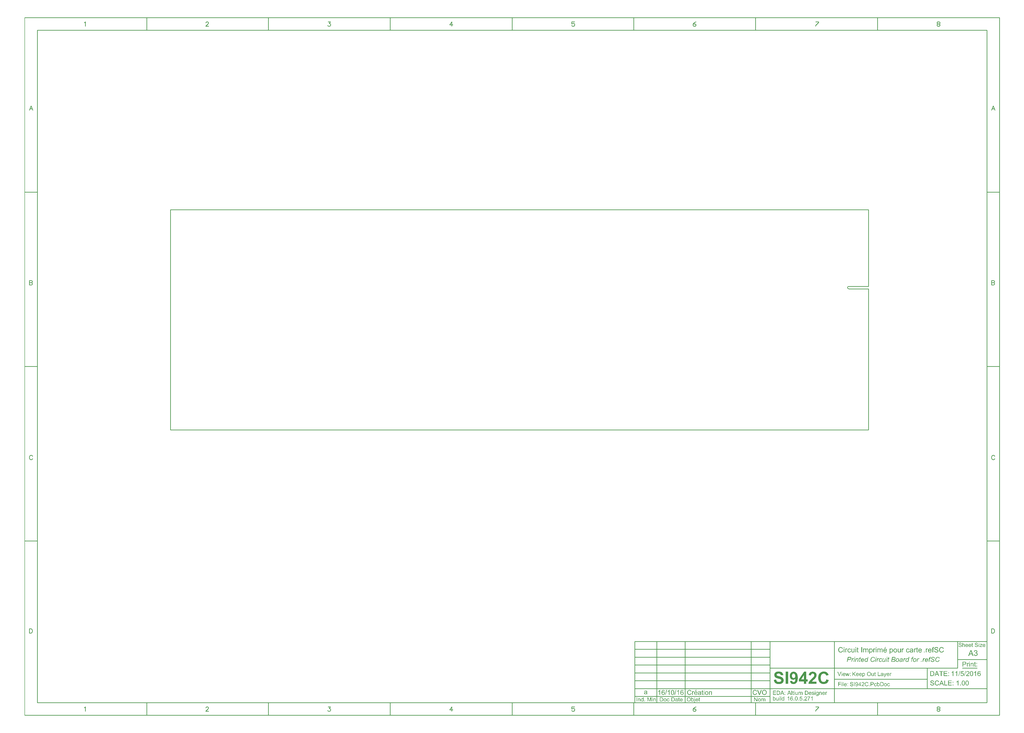
<source format=gko>
G04 Layer_Color=16711935*
%FSLAX25Y25*%
%MOIN*%
G70*
G01*
G75*
%ADD43C,0.01000*%
%ADD53C,0.00500*%
G36*
X1263462Y-373636D02*
X1262671D01*
Y-372738D01*
X1263462D01*
Y-373636D01*
D02*
G37*
G36*
X1259187Y-372640D02*
X1259255D01*
X1259421Y-372660D01*
X1259616Y-372689D01*
X1259831Y-372728D01*
X1260046Y-372786D01*
X1260251Y-372865D01*
X1260260D01*
X1260270Y-372874D01*
X1260299Y-372884D01*
X1260339Y-372904D01*
X1260436Y-372962D01*
X1260563Y-373030D01*
X1260700Y-373128D01*
X1260836Y-373245D01*
X1260973Y-373382D01*
X1261090Y-373538D01*
X1261100Y-373557D01*
X1261139Y-373616D01*
X1261188Y-373714D01*
X1261236Y-373831D01*
X1261295Y-373977D01*
X1261354Y-374153D01*
X1261393Y-374338D01*
X1261412Y-374543D01*
X1260602Y-374602D01*
Y-374592D01*
Y-374573D01*
X1260592Y-374543D01*
X1260583Y-374504D01*
X1260563Y-374397D01*
X1260524Y-374260D01*
X1260466Y-374114D01*
X1260387Y-373967D01*
X1260280Y-373821D01*
X1260153Y-373694D01*
X1260134Y-373684D01*
X1260085Y-373645D01*
X1259997Y-373597D01*
X1259880Y-373538D01*
X1259724Y-373479D01*
X1259529Y-373431D01*
X1259304Y-373392D01*
X1259041Y-373382D01*
X1258914D01*
X1258855Y-373392D01*
X1258777D01*
X1258611Y-373421D01*
X1258426Y-373450D01*
X1258240Y-373499D01*
X1258064Y-373567D01*
X1257986Y-373616D01*
X1257918Y-373665D01*
X1257908Y-373675D01*
X1257869Y-373714D01*
X1257811Y-373772D01*
X1257752Y-373860D01*
X1257684Y-373958D01*
X1257635Y-374075D01*
X1257596Y-374202D01*
X1257576Y-374348D01*
Y-374368D01*
Y-374407D01*
X1257586Y-374475D01*
X1257606Y-374553D01*
X1257635Y-374641D01*
X1257684Y-374739D01*
X1257742Y-374826D01*
X1257821Y-374914D01*
X1257830Y-374924D01*
X1257879Y-374953D01*
X1257908Y-374973D01*
X1257947Y-375002D01*
X1258006Y-375022D01*
X1258074Y-375051D01*
X1258152Y-375090D01*
X1258240Y-375129D01*
X1258338Y-375158D01*
X1258455Y-375197D01*
X1258591Y-375246D01*
X1258738Y-375285D01*
X1258904Y-375324D01*
X1259089Y-375373D01*
X1259099D01*
X1259138Y-375383D01*
X1259187Y-375392D01*
X1259255Y-375412D01*
X1259343Y-375431D01*
X1259441Y-375461D01*
X1259655Y-375510D01*
X1259890Y-375578D01*
X1260124Y-375646D01*
X1260241Y-375675D01*
X1260339Y-375714D01*
X1260436Y-375753D01*
X1260514Y-375783D01*
X1260524D01*
X1260544Y-375793D01*
X1260563Y-375812D01*
X1260602Y-375832D01*
X1260700Y-375890D01*
X1260827Y-375958D01*
X1260963Y-376056D01*
X1261100Y-376173D01*
X1261227Y-376300D01*
X1261334Y-376437D01*
X1261344Y-376456D01*
X1261373Y-376505D01*
X1261422Y-376583D01*
X1261471Y-376700D01*
X1261520Y-376827D01*
X1261568Y-376983D01*
X1261598Y-377159D01*
X1261607Y-377344D01*
Y-377354D01*
Y-377364D01*
Y-377393D01*
Y-377432D01*
X1261588Y-377530D01*
X1261568Y-377657D01*
X1261539Y-377803D01*
X1261481Y-377969D01*
X1261412Y-378145D01*
X1261315Y-378311D01*
X1261305Y-378330D01*
X1261256Y-378389D01*
X1261197Y-378467D01*
X1261100Y-378564D01*
X1260983Y-378681D01*
X1260836Y-378799D01*
X1260661Y-378906D01*
X1260466Y-379013D01*
X1260456D01*
X1260436Y-379023D01*
X1260407Y-379033D01*
X1260368Y-379052D01*
X1260319Y-379072D01*
X1260260Y-379091D01*
X1260104Y-379131D01*
X1259929Y-379179D01*
X1259714Y-379218D01*
X1259490Y-379248D01*
X1259236Y-379257D01*
X1259089D01*
X1259021Y-379248D01*
X1258933D01*
X1258836Y-379238D01*
X1258728Y-379228D01*
X1258504Y-379199D01*
X1258260Y-379150D01*
X1258016Y-379091D01*
X1257782Y-379013D01*
X1257772D01*
X1257752Y-379004D01*
X1257723Y-378984D01*
X1257684Y-378965D01*
X1257576Y-378906D01*
X1257450Y-378818D01*
X1257293Y-378711D01*
X1257147Y-378584D01*
X1256991Y-378428D01*
X1256854Y-378252D01*
Y-378242D01*
X1256845Y-378233D01*
X1256825Y-378203D01*
X1256806Y-378164D01*
X1256776Y-378115D01*
X1256747Y-378057D01*
X1256688Y-377910D01*
X1256630Y-377745D01*
X1256571Y-377540D01*
X1256532Y-377325D01*
X1256513Y-377091D01*
X1257313Y-377022D01*
Y-377032D01*
Y-377042D01*
X1257323Y-377100D01*
X1257342Y-377188D01*
X1257362Y-377305D01*
X1257401Y-377432D01*
X1257440Y-377569D01*
X1257498Y-377696D01*
X1257567Y-377823D01*
X1257576Y-377832D01*
X1257606Y-377871D01*
X1257655Y-377930D01*
X1257733Y-377998D01*
X1257821Y-378076D01*
X1257928Y-378164D01*
X1258064Y-378242D01*
X1258211Y-378320D01*
X1258221D01*
X1258230Y-378330D01*
X1258289Y-378350D01*
X1258377Y-378379D01*
X1258504Y-378408D01*
X1258640Y-378447D01*
X1258816Y-378477D01*
X1259001Y-378496D01*
X1259197Y-378506D01*
X1259275D01*
X1259372Y-378496D01*
X1259480Y-378486D01*
X1259616Y-378477D01*
X1259753Y-378447D01*
X1259899Y-378418D01*
X1260046Y-378369D01*
X1260065Y-378359D01*
X1260104Y-378340D01*
X1260173Y-378311D01*
X1260251Y-378262D01*
X1260348Y-378203D01*
X1260436Y-378135D01*
X1260524Y-378057D01*
X1260602Y-377969D01*
X1260612Y-377959D01*
X1260631Y-377920D01*
X1260661Y-377871D01*
X1260700Y-377803D01*
X1260729Y-377725D01*
X1260758Y-377627D01*
X1260778Y-377530D01*
X1260787Y-377422D01*
Y-377413D01*
Y-377374D01*
X1260778Y-377315D01*
X1260768Y-377247D01*
X1260748Y-377159D01*
X1260709Y-377071D01*
X1260670Y-376983D01*
X1260612Y-376895D01*
X1260602Y-376886D01*
X1260583Y-376856D01*
X1260534Y-376817D01*
X1260475Y-376759D01*
X1260397Y-376700D01*
X1260299Y-376642D01*
X1260173Y-376573D01*
X1260036Y-376515D01*
X1260026Y-376505D01*
X1259987Y-376495D01*
X1259909Y-376476D01*
X1259860Y-376456D01*
X1259802Y-376437D01*
X1259724Y-376417D01*
X1259646Y-376398D01*
X1259548Y-376368D01*
X1259450Y-376339D01*
X1259333Y-376310D01*
X1259197Y-376281D01*
X1259050Y-376241D01*
X1258894Y-376203D01*
X1258884D01*
X1258855Y-376193D01*
X1258806Y-376183D01*
X1258748Y-376163D01*
X1258679Y-376144D01*
X1258601Y-376124D01*
X1258416Y-376076D01*
X1258211Y-376007D01*
X1258006Y-375939D01*
X1257821Y-375871D01*
X1257733Y-375841D01*
X1257664Y-375802D01*
X1257655D01*
X1257645Y-375793D01*
X1257586Y-375753D01*
X1257508Y-375705D01*
X1257411Y-375636D01*
X1257293Y-375549D01*
X1257186Y-375451D01*
X1257079Y-375334D01*
X1256981Y-375207D01*
X1256971Y-375187D01*
X1256942Y-375139D01*
X1256913Y-375070D01*
X1256874Y-374973D01*
X1256825Y-374856D01*
X1256796Y-374719D01*
X1256766Y-374563D01*
X1256757Y-374407D01*
Y-374397D01*
Y-374387D01*
Y-374358D01*
Y-374319D01*
X1256776Y-374231D01*
X1256796Y-374114D01*
X1256825Y-373967D01*
X1256874Y-373821D01*
X1256942Y-373655D01*
X1257030Y-373499D01*
Y-373489D01*
X1257040Y-373479D01*
X1257079Y-373431D01*
X1257147Y-373353D01*
X1257235Y-373255D01*
X1257342Y-373157D01*
X1257479Y-373050D01*
X1257645Y-372943D01*
X1257830Y-372855D01*
X1257840D01*
X1257850Y-372845D01*
X1257879Y-372835D01*
X1257928Y-372816D01*
X1257977Y-372806D01*
X1258035Y-372786D01*
X1258172Y-372738D01*
X1258348Y-372699D01*
X1258543Y-372669D01*
X1258767Y-372640D01*
X1259001Y-372630D01*
X1259119D01*
X1259187Y-372640D01*
D02*
G37*
G36*
X1233303D02*
X1233372D01*
X1233538Y-372660D01*
X1233733Y-372689D01*
X1233947Y-372728D01*
X1234162Y-372786D01*
X1234367Y-372865D01*
X1234377D01*
X1234387Y-372874D01*
X1234416Y-372884D01*
X1234455Y-372904D01*
X1234553Y-372962D01*
X1234680Y-373030D01*
X1234816Y-373128D01*
X1234953Y-373245D01*
X1235089Y-373382D01*
X1235207Y-373538D01*
X1235216Y-373557D01*
X1235255Y-373616D01*
X1235304Y-373714D01*
X1235353Y-373831D01*
X1235411Y-373977D01*
X1235470Y-374153D01*
X1235509Y-374338D01*
X1235529Y-374543D01*
X1234719Y-374602D01*
Y-374592D01*
Y-374573D01*
X1234709Y-374543D01*
X1234699Y-374504D01*
X1234680Y-374397D01*
X1234641Y-374260D01*
X1234582Y-374114D01*
X1234504Y-373967D01*
X1234396Y-373821D01*
X1234270Y-373694D01*
X1234250Y-373684D01*
X1234201Y-373645D01*
X1234114Y-373597D01*
X1233996Y-373538D01*
X1233840Y-373479D01*
X1233645Y-373431D01*
X1233420Y-373392D01*
X1233157Y-373382D01*
X1233030D01*
X1232971Y-373392D01*
X1232893D01*
X1232728Y-373421D01*
X1232542Y-373450D01*
X1232357Y-373499D01*
X1232181Y-373567D01*
X1232103Y-373616D01*
X1232035Y-373665D01*
X1232025Y-373675D01*
X1231986Y-373714D01*
X1231927Y-373772D01*
X1231869Y-373860D01*
X1231800Y-373958D01*
X1231752Y-374075D01*
X1231713Y-374202D01*
X1231693Y-374348D01*
Y-374368D01*
Y-374407D01*
X1231703Y-374475D01*
X1231722Y-374553D01*
X1231752Y-374641D01*
X1231800Y-374739D01*
X1231859Y-374826D01*
X1231937Y-374914D01*
X1231947Y-374924D01*
X1231995Y-374953D01*
X1232025Y-374973D01*
X1232064Y-375002D01*
X1232122Y-375022D01*
X1232191Y-375051D01*
X1232269Y-375090D01*
X1232357Y-375129D01*
X1232454Y-375158D01*
X1232571Y-375197D01*
X1232708Y-375246D01*
X1232854Y-375285D01*
X1233020Y-375324D01*
X1233206Y-375373D01*
X1233216D01*
X1233255Y-375383D01*
X1233303Y-375392D01*
X1233372Y-375412D01*
X1233459Y-375431D01*
X1233557Y-375461D01*
X1233772Y-375510D01*
X1234006Y-375578D01*
X1234240Y-375646D01*
X1234357Y-375675D01*
X1234455Y-375714D01*
X1234553Y-375753D01*
X1234631Y-375783D01*
X1234641D01*
X1234660Y-375793D01*
X1234680Y-375812D01*
X1234719Y-375832D01*
X1234816Y-375890D01*
X1234943Y-375958D01*
X1235080Y-376056D01*
X1235216Y-376173D01*
X1235343Y-376300D01*
X1235451Y-376437D01*
X1235460Y-376456D01*
X1235490Y-376505D01*
X1235538Y-376583D01*
X1235587Y-376700D01*
X1235636Y-376827D01*
X1235685Y-376983D01*
X1235714Y-377159D01*
X1235724Y-377344D01*
Y-377354D01*
Y-377364D01*
Y-377393D01*
Y-377432D01*
X1235704Y-377530D01*
X1235685Y-377657D01*
X1235655Y-377803D01*
X1235597Y-377969D01*
X1235529Y-378145D01*
X1235431Y-378311D01*
X1235421Y-378330D01*
X1235373Y-378389D01*
X1235314Y-378467D01*
X1235216Y-378564D01*
X1235099Y-378681D01*
X1234953Y-378799D01*
X1234777Y-378906D01*
X1234582Y-379013D01*
X1234572D01*
X1234553Y-379023D01*
X1234523Y-379033D01*
X1234484Y-379052D01*
X1234435Y-379072D01*
X1234377Y-379091D01*
X1234221Y-379131D01*
X1234045Y-379179D01*
X1233830Y-379218D01*
X1233606Y-379248D01*
X1233352Y-379257D01*
X1233206D01*
X1233137Y-379248D01*
X1233050D01*
X1232952Y-379238D01*
X1232845Y-379228D01*
X1232620Y-379199D01*
X1232376Y-379150D01*
X1232132Y-379091D01*
X1231898Y-379013D01*
X1231888D01*
X1231869Y-379004D01*
X1231839Y-378984D01*
X1231800Y-378965D01*
X1231693Y-378906D01*
X1231566Y-378818D01*
X1231410Y-378711D01*
X1231264Y-378584D01*
X1231107Y-378428D01*
X1230971Y-378252D01*
Y-378242D01*
X1230961Y-378233D01*
X1230941Y-378203D01*
X1230922Y-378164D01*
X1230893Y-378115D01*
X1230863Y-378057D01*
X1230805Y-377910D01*
X1230746Y-377745D01*
X1230688Y-377540D01*
X1230649Y-377325D01*
X1230629Y-377091D01*
X1231429Y-377022D01*
Y-377032D01*
Y-377042D01*
X1231439Y-377100D01*
X1231459Y-377188D01*
X1231478Y-377305D01*
X1231517Y-377432D01*
X1231556Y-377569D01*
X1231615Y-377696D01*
X1231683Y-377823D01*
X1231693Y-377832D01*
X1231722Y-377871D01*
X1231771Y-377930D01*
X1231849Y-377998D01*
X1231937Y-378076D01*
X1232044Y-378164D01*
X1232181Y-378242D01*
X1232327Y-378320D01*
X1232337D01*
X1232347Y-378330D01*
X1232405Y-378350D01*
X1232493Y-378379D01*
X1232620Y-378408D01*
X1232757Y-378447D01*
X1232932Y-378477D01*
X1233118Y-378496D01*
X1233313Y-378506D01*
X1233391D01*
X1233489Y-378496D01*
X1233596Y-378486D01*
X1233733Y-378477D01*
X1233869Y-378447D01*
X1234016Y-378418D01*
X1234162Y-378369D01*
X1234182Y-378359D01*
X1234221Y-378340D01*
X1234289Y-378311D01*
X1234367Y-378262D01*
X1234465Y-378203D01*
X1234553Y-378135D01*
X1234641Y-378057D01*
X1234719Y-377969D01*
X1234728Y-377959D01*
X1234748Y-377920D01*
X1234777Y-377871D01*
X1234816Y-377803D01*
X1234845Y-377725D01*
X1234875Y-377627D01*
X1234894Y-377530D01*
X1234904Y-377422D01*
Y-377413D01*
Y-377374D01*
X1234894Y-377315D01*
X1234884Y-377247D01*
X1234865Y-377159D01*
X1234826Y-377071D01*
X1234787Y-376983D01*
X1234728Y-376895D01*
X1234719Y-376886D01*
X1234699Y-376856D01*
X1234650Y-376817D01*
X1234592Y-376759D01*
X1234514Y-376700D01*
X1234416Y-376642D01*
X1234289Y-376573D01*
X1234153Y-376515D01*
X1234143Y-376505D01*
X1234104Y-376495D01*
X1234026Y-376476D01*
X1233977Y-376456D01*
X1233918Y-376437D01*
X1233840Y-376417D01*
X1233762Y-376398D01*
X1233665Y-376368D01*
X1233567Y-376339D01*
X1233450Y-376310D01*
X1233313Y-376281D01*
X1233167Y-376241D01*
X1233011Y-376203D01*
X1233001D01*
X1232971Y-376193D01*
X1232923Y-376183D01*
X1232864Y-376163D01*
X1232796Y-376144D01*
X1232718Y-376124D01*
X1232532Y-376076D01*
X1232327Y-376007D01*
X1232122Y-375939D01*
X1231937Y-375871D01*
X1231849Y-375841D01*
X1231781Y-375802D01*
X1231771D01*
X1231761Y-375793D01*
X1231703Y-375753D01*
X1231625Y-375705D01*
X1231527Y-375636D01*
X1231410Y-375549D01*
X1231303Y-375451D01*
X1231195Y-375334D01*
X1231098Y-375207D01*
X1231088Y-375187D01*
X1231059Y-375139D01*
X1231029Y-375070D01*
X1230990Y-374973D01*
X1230941Y-374856D01*
X1230912Y-374719D01*
X1230883Y-374563D01*
X1230873Y-374407D01*
Y-374397D01*
Y-374387D01*
Y-374358D01*
Y-374319D01*
X1230893Y-374231D01*
X1230912Y-374114D01*
X1230941Y-373967D01*
X1230990Y-373821D01*
X1231059Y-373655D01*
X1231146Y-373499D01*
Y-373489D01*
X1231156Y-373479D01*
X1231195Y-373431D01*
X1231264Y-373353D01*
X1231351Y-373255D01*
X1231459Y-373157D01*
X1231595Y-373050D01*
X1231761Y-372943D01*
X1231947Y-372855D01*
X1231956D01*
X1231966Y-372845D01*
X1231995Y-372835D01*
X1232044Y-372816D01*
X1232093Y-372806D01*
X1232152Y-372786D01*
X1232288Y-372738D01*
X1232464Y-372699D01*
X1232659Y-372669D01*
X1232884Y-372640D01*
X1233118Y-372630D01*
X1233235D01*
X1233303Y-372640D01*
D02*
G37*
G36*
X1268205Y-375022D02*
X1265687Y-377979D01*
X1265199Y-378525D01*
X1265248D01*
X1265287Y-378516D01*
X1265394Y-378506D01*
X1265521Y-378496D01*
X1265677D01*
X1265843Y-378486D01*
X1266195Y-378477D01*
X1268342D01*
Y-379150D01*
X1264233D01*
Y-378516D01*
X1267190Y-375109D01*
X1267102D01*
X1267014Y-375119D01*
X1266887D01*
X1266751Y-375129D01*
X1266605D01*
X1266448Y-375139D01*
X1264408D01*
Y-374504D01*
X1268205D01*
Y-375022D01*
D02*
G37*
G36*
X1263462Y-379150D02*
X1262671D01*
Y-374504D01*
X1263462D01*
Y-379150D01*
D02*
G37*
G36*
X1237568Y-375031D02*
X1237578Y-375022D01*
X1237598Y-375002D01*
X1237627Y-374973D01*
X1237666Y-374934D01*
X1237725Y-374885D01*
X1237783Y-374826D01*
X1237861Y-374778D01*
X1237949Y-374709D01*
X1238047Y-374651D01*
X1238144Y-374602D01*
X1238388Y-374495D01*
X1238515Y-374455D01*
X1238652Y-374426D01*
X1238798Y-374407D01*
X1238954Y-374397D01*
X1239042D01*
X1239140Y-374407D01*
X1239257Y-374426D01*
X1239394Y-374446D01*
X1239540Y-374485D01*
X1239696Y-374534D01*
X1239843Y-374602D01*
X1239862Y-374612D01*
X1239901Y-374641D01*
X1239969Y-374690D01*
X1240057Y-374748D01*
X1240145Y-374826D01*
X1240233Y-374924D01*
X1240321Y-375041D01*
X1240389Y-375168D01*
X1240399Y-375187D01*
X1240418Y-375236D01*
X1240438Y-375314D01*
X1240477Y-375431D01*
X1240506Y-375578D01*
X1240526Y-375763D01*
X1240545Y-375968D01*
X1240555Y-376212D01*
Y-379150D01*
X1239764D01*
Y-376203D01*
Y-376193D01*
Y-376173D01*
Y-376144D01*
Y-376105D01*
X1239755Y-376007D01*
X1239735Y-375871D01*
X1239696Y-375734D01*
X1239657Y-375597D01*
X1239589Y-375461D01*
X1239501Y-375344D01*
X1239491Y-375334D01*
X1239452Y-375305D01*
X1239394Y-375256D01*
X1239316Y-375207D01*
X1239218Y-375158D01*
X1239091Y-375109D01*
X1238954Y-375080D01*
X1238789Y-375070D01*
X1238730D01*
X1238662Y-375080D01*
X1238574Y-375090D01*
X1238476Y-375119D01*
X1238359Y-375148D01*
X1238242Y-375197D01*
X1238125Y-375256D01*
X1238115Y-375266D01*
X1238076Y-375285D01*
X1238027Y-375334D01*
X1237959Y-375383D01*
X1237891Y-375461D01*
X1237813Y-375539D01*
X1237754Y-375646D01*
X1237695Y-375753D01*
X1237686Y-375763D01*
X1237676Y-375812D01*
X1237656Y-375880D01*
X1237637Y-375978D01*
X1237607Y-376105D01*
X1237588Y-376251D01*
X1237578Y-376417D01*
X1237568Y-376612D01*
Y-379150D01*
X1236778D01*
Y-372738D01*
X1237568D01*
Y-375031D01*
D02*
G37*
G36*
X1252638Y-374504D02*
X1253428D01*
Y-375119D01*
X1252638D01*
Y-377842D01*
Y-377852D01*
Y-377891D01*
Y-377950D01*
X1252648Y-378018D01*
X1252658Y-378164D01*
X1252667Y-378223D01*
X1252677Y-378272D01*
X1252687Y-378291D01*
X1252706Y-378330D01*
X1252745Y-378379D01*
X1252804Y-378428D01*
X1252823Y-378437D01*
X1252872Y-378447D01*
X1252960Y-378467D01*
X1253077Y-378477D01*
X1253175D01*
X1253224Y-378467D01*
X1253282D01*
X1253428Y-378447D01*
X1253536Y-379140D01*
X1253516D01*
X1253477Y-379150D01*
X1253419Y-379160D01*
X1253331Y-379170D01*
X1253243Y-379189D01*
X1253145Y-379199D01*
X1252940Y-379209D01*
X1252872D01*
X1252794Y-379199D01*
X1252697Y-379189D01*
X1252589Y-379179D01*
X1252472Y-379150D01*
X1252365Y-379121D01*
X1252267Y-379082D01*
X1252257Y-379072D01*
X1252228Y-379052D01*
X1252189Y-379023D01*
X1252140Y-378984D01*
X1252082Y-378935D01*
X1252033Y-378877D01*
X1251974Y-378808D01*
X1251935Y-378730D01*
Y-378721D01*
X1251925Y-378681D01*
X1251906Y-378623D01*
X1251896Y-378525D01*
X1251877Y-378398D01*
X1251867Y-378330D01*
X1251857Y-378242D01*
Y-378145D01*
X1251847Y-378037D01*
Y-377920D01*
Y-377793D01*
Y-375119D01*
X1251262D01*
Y-374504D01*
X1251847D01*
Y-373362D01*
X1252638Y-372884D01*
Y-374504D01*
D02*
G37*
G36*
X1271192Y-374407D02*
X1271270Y-374416D01*
X1271367Y-374426D01*
X1271465Y-374446D01*
X1271582Y-374475D01*
X1271816Y-374553D01*
X1271943Y-374602D01*
X1272070Y-374670D01*
X1272197Y-374739D01*
X1272324Y-374826D01*
X1272441Y-374924D01*
X1272558Y-375041D01*
X1272568Y-375051D01*
X1272587Y-375070D01*
X1272617Y-375109D01*
X1272656Y-375158D01*
X1272695Y-375226D01*
X1272744Y-375305D01*
X1272802Y-375392D01*
X1272861Y-375500D01*
X1272909Y-375627D01*
X1272968Y-375753D01*
X1273017Y-375900D01*
X1273066Y-376066D01*
X1273095Y-376232D01*
X1273124Y-376417D01*
X1273144Y-376612D01*
X1273153Y-376827D01*
Y-376837D01*
Y-376876D01*
Y-376944D01*
X1273144Y-377032D01*
X1269689D01*
Y-377042D01*
Y-377061D01*
X1269698Y-377110D01*
Y-377159D01*
X1269708Y-377227D01*
X1269718Y-377296D01*
X1269757Y-377471D01*
X1269816Y-377657D01*
X1269884Y-377852D01*
X1269991Y-378047D01*
X1270118Y-378213D01*
X1270138Y-378233D01*
X1270186Y-378272D01*
X1270274Y-378340D01*
X1270382Y-378408D01*
X1270528Y-378486D01*
X1270694Y-378555D01*
X1270879Y-378594D01*
X1271084Y-378613D01*
X1271162D01*
X1271241Y-378603D01*
X1271338Y-378584D01*
X1271455Y-378555D01*
X1271582Y-378516D01*
X1271709Y-378467D01*
X1271826Y-378389D01*
X1271836Y-378379D01*
X1271875Y-378340D01*
X1271933Y-378291D01*
X1272002Y-378203D01*
X1272080Y-378106D01*
X1272158Y-377979D01*
X1272236Y-377823D01*
X1272314Y-377647D01*
X1273124Y-377754D01*
Y-377764D01*
X1273114Y-377784D01*
X1273105Y-377823D01*
X1273085Y-377871D01*
X1273066Y-377930D01*
X1273036Y-377998D01*
X1272958Y-378164D01*
X1272861Y-378340D01*
X1272744Y-378525D01*
X1272587Y-378711D01*
X1272412Y-378867D01*
X1272402D01*
X1272392Y-378887D01*
X1272363Y-378906D01*
X1272314Y-378925D01*
X1272265Y-378955D01*
X1272207Y-378994D01*
X1272138Y-379023D01*
X1272051Y-379062D01*
X1271865Y-379131D01*
X1271631Y-379199D01*
X1271377Y-379238D01*
X1271084Y-379257D01*
X1270987D01*
X1270918Y-379248D01*
X1270831Y-379238D01*
X1270733Y-379228D01*
X1270626Y-379209D01*
X1270499Y-379179D01*
X1270245Y-379101D01*
X1270108Y-379052D01*
X1269981Y-378994D01*
X1269845Y-378925D01*
X1269718Y-378838D01*
X1269591Y-378740D01*
X1269474Y-378633D01*
X1269464Y-378623D01*
X1269445Y-378603D01*
X1269415Y-378564D01*
X1269386Y-378516D01*
X1269337Y-378457D01*
X1269289Y-378379D01*
X1269230Y-378281D01*
X1269181Y-378174D01*
X1269123Y-378057D01*
X1269064Y-377930D01*
X1269015Y-377784D01*
X1268976Y-377627D01*
X1268937Y-377462D01*
X1268908Y-377276D01*
X1268888Y-377081D01*
X1268879Y-376876D01*
Y-376866D01*
Y-376827D01*
Y-376759D01*
X1268888Y-376681D01*
X1268898Y-376583D01*
X1268908Y-376466D01*
X1268927Y-376339D01*
X1268957Y-376203D01*
X1269025Y-375910D01*
X1269074Y-375763D01*
X1269132Y-375607D01*
X1269201Y-375461D01*
X1269279Y-375314D01*
X1269367Y-375178D01*
X1269474Y-375051D01*
X1269484Y-375041D01*
X1269503Y-375022D01*
X1269532Y-374992D01*
X1269581Y-374943D01*
X1269640Y-374895D01*
X1269718Y-374846D01*
X1269796Y-374787D01*
X1269894Y-374719D01*
X1270001Y-374660D01*
X1270118Y-374602D01*
X1270245Y-374553D01*
X1270391Y-374495D01*
X1270538Y-374455D01*
X1270694Y-374426D01*
X1270860Y-374407D01*
X1271035Y-374397D01*
X1271123D01*
X1271192Y-374407D01*
D02*
G37*
G36*
X1248792D02*
X1248871Y-374416D01*
X1248968Y-374426D01*
X1249066Y-374446D01*
X1249183Y-374475D01*
X1249417Y-374553D01*
X1249544Y-374602D01*
X1249671Y-374670D01*
X1249798Y-374739D01*
X1249925Y-374826D01*
X1250042Y-374924D01*
X1250159Y-375041D01*
X1250169Y-375051D01*
X1250188Y-375070D01*
X1250217Y-375109D01*
X1250257Y-375158D01*
X1250296Y-375226D01*
X1250344Y-375305D01*
X1250403Y-375392D01*
X1250461Y-375500D01*
X1250510Y-375627D01*
X1250569Y-375753D01*
X1250618Y-375900D01*
X1250666Y-376066D01*
X1250696Y-376232D01*
X1250725Y-376417D01*
X1250745Y-376612D01*
X1250754Y-376827D01*
Y-376837D01*
Y-376876D01*
Y-376944D01*
X1250745Y-377032D01*
X1247289D01*
Y-377042D01*
Y-377061D01*
X1247299Y-377110D01*
Y-377159D01*
X1247309Y-377227D01*
X1247319Y-377296D01*
X1247358Y-377471D01*
X1247416Y-377657D01*
X1247485Y-377852D01*
X1247592Y-378047D01*
X1247719Y-378213D01*
X1247738Y-378233D01*
X1247787Y-378272D01*
X1247875Y-378340D01*
X1247982Y-378408D01*
X1248129Y-378486D01*
X1248295Y-378555D01*
X1248480Y-378594D01*
X1248685Y-378613D01*
X1248763D01*
X1248841Y-378603D01*
X1248939Y-378584D01*
X1249056Y-378555D01*
X1249183Y-378516D01*
X1249310Y-378467D01*
X1249427Y-378389D01*
X1249437Y-378379D01*
X1249476Y-378340D01*
X1249534Y-378291D01*
X1249603Y-378203D01*
X1249681Y-378106D01*
X1249759Y-377979D01*
X1249837Y-377823D01*
X1249915Y-377647D01*
X1250725Y-377754D01*
Y-377764D01*
X1250715Y-377784D01*
X1250706Y-377823D01*
X1250686Y-377871D01*
X1250666Y-377930D01*
X1250637Y-377998D01*
X1250559Y-378164D01*
X1250461Y-378340D01*
X1250344Y-378525D01*
X1250188Y-378711D01*
X1250012Y-378867D01*
X1250003D01*
X1249993Y-378887D01*
X1249964Y-378906D01*
X1249915Y-378925D01*
X1249866Y-378955D01*
X1249807Y-378994D01*
X1249739Y-379023D01*
X1249651Y-379062D01*
X1249466Y-379131D01*
X1249232Y-379199D01*
X1248978Y-379238D01*
X1248685Y-379257D01*
X1248588D01*
X1248519Y-379248D01*
X1248431Y-379238D01*
X1248334Y-379228D01*
X1248226Y-379209D01*
X1248100Y-379179D01*
X1247846Y-379101D01*
X1247709Y-379052D01*
X1247582Y-378994D01*
X1247446Y-378925D01*
X1247319Y-378838D01*
X1247192Y-378740D01*
X1247075Y-378633D01*
X1247065Y-378623D01*
X1247045Y-378603D01*
X1247016Y-378564D01*
X1246987Y-378516D01*
X1246938Y-378457D01*
X1246889Y-378379D01*
X1246831Y-378281D01*
X1246782Y-378174D01*
X1246723Y-378057D01*
X1246665Y-377930D01*
X1246616Y-377784D01*
X1246577Y-377627D01*
X1246538Y-377462D01*
X1246509Y-377276D01*
X1246489Y-377081D01*
X1246479Y-376876D01*
Y-376866D01*
Y-376827D01*
Y-376759D01*
X1246489Y-376681D01*
X1246499Y-376583D01*
X1246509Y-376466D01*
X1246528Y-376339D01*
X1246558Y-376203D01*
X1246626Y-375910D01*
X1246675Y-375763D01*
X1246733Y-375607D01*
X1246801Y-375461D01*
X1246879Y-375314D01*
X1246967Y-375178D01*
X1247075Y-375051D01*
X1247085Y-375041D01*
X1247104Y-375022D01*
X1247133Y-374992D01*
X1247182Y-374943D01*
X1247241Y-374895D01*
X1247319Y-374846D01*
X1247397Y-374787D01*
X1247494Y-374719D01*
X1247602Y-374660D01*
X1247719Y-374602D01*
X1247846Y-374553D01*
X1247992Y-374495D01*
X1248139Y-374455D01*
X1248295Y-374426D01*
X1248461Y-374407D01*
X1248636Y-374397D01*
X1248724D01*
X1248792Y-374407D01*
D02*
G37*
G36*
X1243815D02*
X1243893Y-374416D01*
X1243991Y-374426D01*
X1244088Y-374446D01*
X1244205Y-374475D01*
X1244440Y-374553D01*
X1244566Y-374602D01*
X1244693Y-374670D01*
X1244820Y-374739D01*
X1244947Y-374826D01*
X1245064Y-374924D01*
X1245181Y-375041D01*
X1245191Y-375051D01*
X1245211Y-375070D01*
X1245240Y-375109D01*
X1245279Y-375158D01*
X1245318Y-375226D01*
X1245367Y-375305D01*
X1245425Y-375392D01*
X1245484Y-375500D01*
X1245533Y-375627D01*
X1245591Y-375753D01*
X1245640Y-375900D01*
X1245689Y-376066D01*
X1245718Y-376232D01*
X1245747Y-376417D01*
X1245767Y-376612D01*
X1245777Y-376827D01*
Y-376837D01*
Y-376876D01*
Y-376944D01*
X1245767Y-377032D01*
X1242312D01*
Y-377042D01*
Y-377061D01*
X1242322Y-377110D01*
Y-377159D01*
X1242331Y-377227D01*
X1242341Y-377296D01*
X1242380Y-377471D01*
X1242439Y-377657D01*
X1242507Y-377852D01*
X1242614Y-378047D01*
X1242741Y-378213D01*
X1242761Y-378233D01*
X1242810Y-378272D01*
X1242898Y-378340D01*
X1243005Y-378408D01*
X1243151Y-378486D01*
X1243317Y-378555D01*
X1243503Y-378594D01*
X1243707Y-378613D01*
X1243786D01*
X1243864Y-378603D01*
X1243961Y-378584D01*
X1244078Y-378555D01*
X1244205Y-378516D01*
X1244332Y-378467D01*
X1244449Y-378389D01*
X1244459Y-378379D01*
X1244498Y-378340D01*
X1244557Y-378291D01*
X1244625Y-378203D01*
X1244703Y-378106D01*
X1244781Y-377979D01*
X1244859Y-377823D01*
X1244937Y-377647D01*
X1245747Y-377754D01*
Y-377764D01*
X1245738Y-377784D01*
X1245728Y-377823D01*
X1245708Y-377871D01*
X1245689Y-377930D01*
X1245660Y-377998D01*
X1245582Y-378164D01*
X1245484Y-378340D01*
X1245367Y-378525D01*
X1245211Y-378711D01*
X1245035Y-378867D01*
X1245025D01*
X1245015Y-378887D01*
X1244986Y-378906D01*
X1244937Y-378925D01*
X1244888Y-378955D01*
X1244830Y-378994D01*
X1244762Y-379023D01*
X1244674Y-379062D01*
X1244488Y-379131D01*
X1244254Y-379199D01*
X1244000Y-379238D01*
X1243707Y-379257D01*
X1243610D01*
X1243542Y-379248D01*
X1243454Y-379238D01*
X1243356Y-379228D01*
X1243249Y-379209D01*
X1243122Y-379179D01*
X1242868Y-379101D01*
X1242731Y-379052D01*
X1242605Y-378994D01*
X1242468Y-378925D01*
X1242341Y-378838D01*
X1242214Y-378740D01*
X1242097Y-378633D01*
X1242087Y-378623D01*
X1242068Y-378603D01*
X1242039Y-378564D01*
X1242009Y-378516D01*
X1241961Y-378457D01*
X1241912Y-378379D01*
X1241853Y-378281D01*
X1241804Y-378174D01*
X1241746Y-378057D01*
X1241687Y-377930D01*
X1241638Y-377784D01*
X1241599Y-377627D01*
X1241560Y-377462D01*
X1241531Y-377276D01*
X1241512Y-377081D01*
X1241502Y-376876D01*
Y-376866D01*
Y-376827D01*
Y-376759D01*
X1241512Y-376681D01*
X1241521Y-376583D01*
X1241531Y-376466D01*
X1241551Y-376339D01*
X1241580Y-376203D01*
X1241648Y-375910D01*
X1241697Y-375763D01*
X1241755Y-375607D01*
X1241824Y-375461D01*
X1241902Y-375314D01*
X1241990Y-375178D01*
X1242097Y-375051D01*
X1242107Y-375041D01*
X1242126Y-375022D01*
X1242156Y-374992D01*
X1242204Y-374943D01*
X1242263Y-374895D01*
X1242341Y-374846D01*
X1242419Y-374787D01*
X1242517Y-374719D01*
X1242624Y-374660D01*
X1242741Y-374602D01*
X1242868Y-374553D01*
X1243015Y-374495D01*
X1243161Y-374455D01*
X1243317Y-374426D01*
X1243483Y-374407D01*
X1243659Y-374397D01*
X1243747D01*
X1243815Y-374407D01*
D02*
G37*
G36*
X1191111Y-379436D02*
X1191251Y-379449D01*
X1191416Y-379474D01*
X1191593Y-379499D01*
X1191784Y-379537D01*
X1191631Y-380426D01*
X1191619D01*
X1191580Y-380413D01*
X1191517Y-380400D01*
X1191441Y-380387D01*
X1191339D01*
X1191238Y-380375D01*
X1191022Y-380362D01*
X1190946D01*
X1190870Y-380375D01*
X1190768Y-380387D01*
X1190667Y-380413D01*
X1190553Y-380451D01*
X1190451Y-380502D01*
X1190362Y-380565D01*
X1190349Y-380578D01*
X1190337Y-380603D01*
X1190299Y-380654D01*
X1190273Y-380730D01*
X1190235Y-380832D01*
X1190197Y-380971D01*
X1190185Y-381123D01*
X1190172Y-381314D01*
Y-381860D01*
X1191352D01*
Y-382659D01*
X1190185D01*
Y-387900D01*
X1189157D01*
Y-382659D01*
X1188256D01*
Y-381860D01*
X1189157D01*
Y-381225D01*
Y-381212D01*
Y-381200D01*
Y-381123D01*
X1189169Y-381022D01*
Y-380882D01*
X1189182Y-380743D01*
X1189207Y-380591D01*
X1189233Y-380451D01*
X1189271Y-380324D01*
X1189284Y-380311D01*
X1189296Y-380261D01*
X1189334Y-380185D01*
X1189385Y-380096D01*
X1189461Y-379981D01*
X1189550Y-379880D01*
X1189652Y-379778D01*
X1189779Y-379677D01*
X1189791Y-379664D01*
X1189855Y-379639D01*
X1189931Y-379601D01*
X1190058Y-379550D01*
X1190197Y-379499D01*
X1190388Y-379461D01*
X1190591Y-379436D01*
X1190832Y-379423D01*
X1190997D01*
X1191111Y-379436D01*
D02*
G37*
G36*
X1100088Y-380730D02*
X1099060D01*
Y-379563D01*
X1100088D01*
Y-380730D01*
D02*
G37*
G36*
X1067754D02*
X1066726D01*
Y-379563D01*
X1067754D01*
Y-380730D01*
D02*
G37*
G36*
X1048998D02*
X1047970D01*
Y-379563D01*
X1048998D01*
Y-380730D01*
D02*
G37*
G36*
X1113819Y-381111D02*
X1112968D01*
X1113730Y-379525D01*
X1115075D01*
X1113819Y-381111D01*
D02*
G37*
G36*
X1195400Y-379436D02*
X1195489D01*
X1195705Y-379461D01*
X1195959Y-379499D01*
X1196238Y-379550D01*
X1196517Y-379626D01*
X1196783Y-379728D01*
X1196796D01*
X1196809Y-379740D01*
X1196847Y-379753D01*
X1196898Y-379778D01*
X1197025Y-379854D01*
X1197189Y-379943D01*
X1197367Y-380070D01*
X1197545Y-380223D01*
X1197722Y-380400D01*
X1197875Y-380603D01*
X1197887Y-380629D01*
X1197938Y-380705D01*
X1198002Y-380832D01*
X1198065Y-380984D01*
X1198141Y-381174D01*
X1198217Y-381403D01*
X1198268Y-381644D01*
X1198293Y-381910D01*
X1197240Y-381986D01*
Y-381974D01*
Y-381948D01*
X1197227Y-381910D01*
X1197215Y-381860D01*
X1197189Y-381720D01*
X1197139Y-381542D01*
X1197062Y-381352D01*
X1196961Y-381162D01*
X1196821Y-380971D01*
X1196657Y-380806D01*
X1196631Y-380794D01*
X1196568Y-380743D01*
X1196453Y-380679D01*
X1196301Y-380603D01*
X1196098Y-380527D01*
X1195844Y-380464D01*
X1195552Y-380413D01*
X1195210Y-380400D01*
X1195045D01*
X1194969Y-380413D01*
X1194867D01*
X1194651Y-380451D01*
X1194410Y-380489D01*
X1194169Y-380553D01*
X1193941Y-380641D01*
X1193839Y-380705D01*
X1193750Y-380768D01*
X1193738Y-380781D01*
X1193687Y-380832D01*
X1193611Y-380908D01*
X1193535Y-381022D01*
X1193446Y-381149D01*
X1193382Y-381301D01*
X1193332Y-381466D01*
X1193306Y-381657D01*
Y-381682D01*
Y-381733D01*
X1193319Y-381821D01*
X1193344Y-381923D01*
X1193382Y-382037D01*
X1193446Y-382164D01*
X1193522Y-382278D01*
X1193624Y-382393D01*
X1193636Y-382405D01*
X1193700Y-382443D01*
X1193738Y-382469D01*
X1193789Y-382507D01*
X1193865Y-382532D01*
X1193954Y-382570D01*
X1194055Y-382621D01*
X1194169Y-382672D01*
X1194296Y-382710D01*
X1194448Y-382761D01*
X1194626Y-382824D01*
X1194816Y-382875D01*
X1195032Y-382926D01*
X1195273Y-382989D01*
X1195286D01*
X1195337Y-383002D01*
X1195400Y-383014D01*
X1195489Y-383040D01*
X1195603Y-383065D01*
X1195730Y-383103D01*
X1196009Y-383167D01*
X1196314Y-383256D01*
X1196618Y-383344D01*
X1196771Y-383382D01*
X1196898Y-383433D01*
X1197025Y-383484D01*
X1197126Y-383522D01*
X1197139D01*
X1197164Y-383535D01*
X1197189Y-383560D01*
X1197240Y-383585D01*
X1197367Y-383662D01*
X1197532Y-383750D01*
X1197710Y-383877D01*
X1197887Y-384030D01*
X1198052Y-384194D01*
X1198192Y-384372D01*
X1198205Y-384398D01*
X1198243Y-384461D01*
X1198306Y-384562D01*
X1198370Y-384715D01*
X1198433Y-384880D01*
X1198497Y-385083D01*
X1198535Y-385311D01*
X1198547Y-385552D01*
Y-385565D01*
Y-385578D01*
Y-385616D01*
Y-385667D01*
X1198522Y-385793D01*
X1198497Y-385958D01*
X1198458Y-386149D01*
X1198382Y-386365D01*
X1198293Y-386593D01*
X1198167Y-386809D01*
X1198154Y-386834D01*
X1198090Y-386910D01*
X1198014Y-387012D01*
X1197887Y-387139D01*
X1197735Y-387291D01*
X1197545Y-387443D01*
X1197316Y-387583D01*
X1197062Y-387722D01*
X1197050D01*
X1197025Y-387735D01*
X1196986Y-387748D01*
X1196936Y-387773D01*
X1196872Y-387799D01*
X1196796Y-387824D01*
X1196593Y-387875D01*
X1196365Y-387938D01*
X1196085Y-387989D01*
X1195794Y-388027D01*
X1195464Y-388040D01*
X1195273D01*
X1195184Y-388027D01*
X1195070D01*
X1194943Y-388014D01*
X1194804Y-388001D01*
X1194512Y-387964D01*
X1194195Y-387900D01*
X1193877Y-387824D01*
X1193573Y-387722D01*
X1193560D01*
X1193535Y-387710D01*
X1193497Y-387684D01*
X1193446Y-387659D01*
X1193306Y-387583D01*
X1193141Y-387469D01*
X1192938Y-387329D01*
X1192748Y-387164D01*
X1192545Y-386961D01*
X1192367Y-386733D01*
Y-386720D01*
X1192355Y-386707D01*
X1192329Y-386669D01*
X1192304Y-386618D01*
X1192266Y-386555D01*
X1192228Y-386479D01*
X1192152Y-386288D01*
X1192075Y-386073D01*
X1191999Y-385806D01*
X1191949Y-385527D01*
X1191923Y-385222D01*
X1192964Y-385134D01*
Y-385146D01*
Y-385159D01*
X1192976Y-385235D01*
X1193002Y-385349D01*
X1193027Y-385502D01*
X1193078Y-385667D01*
X1193129Y-385844D01*
X1193205Y-386009D01*
X1193294Y-386174D01*
X1193306Y-386187D01*
X1193344Y-386238D01*
X1193408Y-386314D01*
X1193509Y-386403D01*
X1193624Y-386504D01*
X1193763Y-386618D01*
X1193941Y-386720D01*
X1194131Y-386821D01*
X1194144D01*
X1194156Y-386834D01*
X1194233Y-386859D01*
X1194347Y-386897D01*
X1194512Y-386936D01*
X1194689Y-386986D01*
X1194918Y-387024D01*
X1195159Y-387050D01*
X1195413Y-387063D01*
X1195514D01*
X1195641Y-387050D01*
X1195781Y-387037D01*
X1195959Y-387024D01*
X1196136Y-386986D01*
X1196327Y-386948D01*
X1196517Y-386885D01*
X1196542Y-386872D01*
X1196593Y-386847D01*
X1196682Y-386809D01*
X1196783Y-386745D01*
X1196910Y-386669D01*
X1197025Y-386580D01*
X1197139Y-386479D01*
X1197240Y-386365D01*
X1197253Y-386352D01*
X1197278Y-386301D01*
X1197316Y-386238D01*
X1197367Y-386149D01*
X1197405Y-386047D01*
X1197443Y-385920D01*
X1197469Y-385793D01*
X1197481Y-385654D01*
Y-385641D01*
Y-385590D01*
X1197469Y-385514D01*
X1197456Y-385425D01*
X1197431Y-385311D01*
X1197380Y-385197D01*
X1197329Y-385083D01*
X1197253Y-384969D01*
X1197240Y-384956D01*
X1197215Y-384918D01*
X1197151Y-384867D01*
X1197075Y-384791D01*
X1196974Y-384715D01*
X1196847Y-384639D01*
X1196682Y-384550D01*
X1196504Y-384474D01*
X1196492Y-384461D01*
X1196441Y-384448D01*
X1196339Y-384423D01*
X1196276Y-384398D01*
X1196200Y-384372D01*
X1196098Y-384347D01*
X1195997Y-384321D01*
X1195870Y-384283D01*
X1195743Y-384245D01*
X1195590Y-384207D01*
X1195413Y-384169D01*
X1195222Y-384118D01*
X1195019Y-384068D01*
X1195007D01*
X1194969Y-384055D01*
X1194905Y-384042D01*
X1194829Y-384017D01*
X1194740Y-383992D01*
X1194639Y-383966D01*
X1194398Y-383903D01*
X1194131Y-383814D01*
X1193865Y-383725D01*
X1193624Y-383636D01*
X1193509Y-383598D01*
X1193421Y-383547D01*
X1193408D01*
X1193395Y-383535D01*
X1193319Y-383484D01*
X1193217Y-383420D01*
X1193091Y-383332D01*
X1192938Y-383217D01*
X1192799Y-383090D01*
X1192659Y-382938D01*
X1192532Y-382773D01*
X1192519Y-382748D01*
X1192482Y-382684D01*
X1192443Y-382596D01*
X1192393Y-382469D01*
X1192329Y-382316D01*
X1192291Y-382139D01*
X1192253Y-381936D01*
X1192240Y-381733D01*
Y-381720D01*
Y-381707D01*
Y-381669D01*
Y-381618D01*
X1192266Y-381504D01*
X1192291Y-381352D01*
X1192329Y-381162D01*
X1192393Y-380971D01*
X1192482Y-380755D01*
X1192596Y-380553D01*
Y-380540D01*
X1192608Y-380527D01*
X1192659Y-380464D01*
X1192748Y-380362D01*
X1192862Y-380235D01*
X1193002Y-380108D01*
X1193179Y-379969D01*
X1193395Y-379829D01*
X1193636Y-379715D01*
X1193649D01*
X1193662Y-379702D01*
X1193700Y-379690D01*
X1193763Y-379664D01*
X1193827Y-379651D01*
X1193903Y-379626D01*
X1194080Y-379563D01*
X1194309Y-379512D01*
X1194563Y-379474D01*
X1194855Y-379436D01*
X1195159Y-379423D01*
X1195311D01*
X1195400Y-379436D01*
D02*
G37*
G36*
X1203877D02*
X1203979Y-379449D01*
X1204105Y-379461D01*
X1204245Y-379474D01*
X1204397Y-379499D01*
X1204727Y-379575D01*
X1205083Y-379690D01*
X1205260Y-379766D01*
X1205438Y-379854D01*
X1205603Y-379956D01*
X1205768Y-380070D01*
X1205781Y-380083D01*
X1205806Y-380096D01*
X1205844Y-380134D01*
X1205908Y-380185D01*
X1205971Y-380248D01*
X1206060Y-380337D01*
X1206149Y-380426D01*
X1206237Y-380527D01*
X1206339Y-380654D01*
X1206428Y-380781D01*
X1206529Y-380933D01*
X1206631Y-381098D01*
X1206720Y-381263D01*
X1206808Y-381453D01*
X1206961Y-381860D01*
X1205869Y-382113D01*
Y-382101D01*
X1205857Y-382075D01*
X1205844Y-382025D01*
X1205819Y-381961D01*
X1205781Y-381885D01*
X1205742Y-381796D01*
X1205654Y-381606D01*
X1205540Y-381390D01*
X1205387Y-381162D01*
X1205222Y-380959D01*
X1205019Y-380781D01*
X1204994Y-380768D01*
X1204918Y-380717D01*
X1204803Y-380654D01*
X1204638Y-380565D01*
X1204448Y-380489D01*
X1204207Y-380426D01*
X1203940Y-380375D01*
X1203636Y-380362D01*
X1203547D01*
X1203484Y-380375D01*
X1203395D01*
X1203306Y-380387D01*
X1203078Y-380426D01*
X1202824Y-380476D01*
X1202557Y-380565D01*
X1202291Y-380679D01*
X1202037Y-380832D01*
X1202024D01*
X1202012Y-380857D01*
X1201935Y-380921D01*
X1201821Y-381022D01*
X1201682Y-381162D01*
X1201542Y-381339D01*
X1201390Y-381542D01*
X1201250Y-381796D01*
X1201136Y-382075D01*
Y-382088D01*
X1201123Y-382113D01*
X1201111Y-382151D01*
X1201098Y-382215D01*
X1201073Y-382278D01*
X1201060Y-382367D01*
X1201009Y-382570D01*
X1200958Y-382811D01*
X1200920Y-383078D01*
X1200895Y-383370D01*
X1200882Y-383674D01*
Y-383687D01*
Y-383725D01*
Y-383776D01*
Y-383852D01*
X1200895Y-383941D01*
Y-384055D01*
X1200908Y-384169D01*
X1200920Y-384296D01*
X1200958Y-384588D01*
X1201009Y-384905D01*
X1201085Y-385222D01*
X1201187Y-385527D01*
Y-385540D01*
X1201200Y-385565D01*
X1201225Y-385603D01*
X1201250Y-385654D01*
X1201314Y-385806D01*
X1201415Y-385971D01*
X1201555Y-386174D01*
X1201720Y-386365D01*
X1201910Y-386555D01*
X1202139Y-386720D01*
X1202151D01*
X1202164Y-386733D01*
X1202202Y-386758D01*
X1202253Y-386783D01*
X1202392Y-386834D01*
X1202570Y-386910D01*
X1202773Y-386974D01*
X1203014Y-387037D01*
X1203281Y-387088D01*
X1203560Y-387101D01*
X1203649D01*
X1203712Y-387088D01*
X1203788D01*
X1203890Y-387075D01*
X1204105Y-387037D01*
X1204347Y-386974D01*
X1204613Y-386872D01*
X1204867Y-386745D01*
X1205121Y-386567D01*
X1205133Y-386555D01*
X1205146Y-386542D01*
X1205222Y-386466D01*
X1205336Y-386339D01*
X1205476Y-386174D01*
X1205616Y-385946D01*
X1205768Y-385679D01*
X1205895Y-385349D01*
X1205996Y-384981D01*
X1207100Y-385261D01*
Y-385273D01*
X1207088Y-385324D01*
X1207062Y-385387D01*
X1207037Y-385489D01*
X1206986Y-385590D01*
X1206935Y-385730D01*
X1206885Y-385870D01*
X1206808Y-386022D01*
X1206643Y-386365D01*
X1206415Y-386707D01*
X1206161Y-387037D01*
X1206009Y-387189D01*
X1205844Y-387329D01*
X1205831Y-387342D01*
X1205806Y-387354D01*
X1205755Y-387392D01*
X1205679Y-387443D01*
X1205590Y-387494D01*
X1205489Y-387557D01*
X1205375Y-387621D01*
X1205235Y-387684D01*
X1205083Y-387748D01*
X1204918Y-387811D01*
X1204727Y-387875D01*
X1204537Y-387925D01*
X1204118Y-388014D01*
X1203890Y-388027D01*
X1203649Y-388040D01*
X1203522D01*
X1203420Y-388027D01*
X1203306D01*
X1203179Y-388014D01*
X1203027Y-387989D01*
X1202875Y-387976D01*
X1202519Y-387900D01*
X1202151Y-387811D01*
X1201796Y-387672D01*
X1201618Y-387595D01*
X1201453Y-387494D01*
X1201441Y-387481D01*
X1201415Y-387469D01*
X1201377Y-387431D01*
X1201314Y-387392D01*
X1201161Y-387265D01*
X1200984Y-387088D01*
X1200768Y-386872D01*
X1200565Y-386593D01*
X1200349Y-386276D01*
X1200172Y-385908D01*
Y-385895D01*
X1200159Y-385857D01*
X1200134Y-385806D01*
X1200108Y-385730D01*
X1200070Y-385629D01*
X1200032Y-385514D01*
X1199994Y-385387D01*
X1199956Y-385235D01*
X1199918Y-385083D01*
X1199880Y-384905D01*
X1199804Y-384524D01*
X1199753Y-384118D01*
X1199740Y-383674D01*
Y-383662D01*
Y-383611D01*
Y-383547D01*
X1199753Y-383458D01*
Y-383344D01*
X1199765Y-383205D01*
X1199778Y-383065D01*
X1199804Y-382900D01*
X1199867Y-382545D01*
X1199943Y-382164D01*
X1200070Y-381771D01*
X1200235Y-381403D01*
Y-381390D01*
X1200260Y-381365D01*
X1200286Y-381314D01*
X1200324Y-381238D01*
X1200375Y-381162D01*
X1200438Y-381073D01*
X1200603Y-380857D01*
X1200793Y-380616D01*
X1201035Y-380375D01*
X1201326Y-380134D01*
X1201644Y-379931D01*
X1201656D01*
X1201682Y-379905D01*
X1201733Y-379880D01*
X1201809Y-379854D01*
X1201885Y-379817D01*
X1201986Y-379766D01*
X1202113Y-379728D01*
X1202240Y-379677D01*
X1202380Y-379626D01*
X1202532Y-379588D01*
X1202875Y-379499D01*
X1203255Y-379449D01*
X1203661Y-379423D01*
X1203788D01*
X1203877Y-379436D01*
D02*
G37*
G36*
X1043516D02*
X1043618Y-379449D01*
X1043744Y-379461D01*
X1043884Y-379474D01*
X1044036Y-379499D01*
X1044366Y-379575D01*
X1044722Y-379690D01*
X1044899Y-379766D01*
X1045077Y-379854D01*
X1045242Y-379956D01*
X1045407Y-380070D01*
X1045420Y-380083D01*
X1045445Y-380096D01*
X1045483Y-380134D01*
X1045547Y-380185D01*
X1045610Y-380248D01*
X1045699Y-380337D01*
X1045788Y-380426D01*
X1045876Y-380527D01*
X1045978Y-380654D01*
X1046067Y-380781D01*
X1046168Y-380933D01*
X1046270Y-381098D01*
X1046359Y-381263D01*
X1046447Y-381453D01*
X1046600Y-381860D01*
X1045508Y-382113D01*
Y-382101D01*
X1045496Y-382075D01*
X1045483Y-382025D01*
X1045458Y-381961D01*
X1045420Y-381885D01*
X1045382Y-381796D01*
X1045293Y-381606D01*
X1045179Y-381390D01*
X1045026Y-381162D01*
X1044861Y-380959D01*
X1044658Y-380781D01*
X1044633Y-380768D01*
X1044557Y-380717D01*
X1044442Y-380654D01*
X1044277Y-380565D01*
X1044087Y-380489D01*
X1043846Y-380426D01*
X1043579Y-380375D01*
X1043275Y-380362D01*
X1043186D01*
X1043123Y-380375D01*
X1043034D01*
X1042945Y-380387D01*
X1042717Y-380426D01*
X1042463Y-380476D01*
X1042196Y-380565D01*
X1041930Y-380679D01*
X1041676Y-380832D01*
X1041663D01*
X1041651Y-380857D01*
X1041574Y-380921D01*
X1041460Y-381022D01*
X1041321Y-381162D01*
X1041181Y-381339D01*
X1041029Y-381542D01*
X1040889Y-381796D01*
X1040775Y-382075D01*
Y-382088D01*
X1040762Y-382113D01*
X1040750Y-382151D01*
X1040737Y-382215D01*
X1040712Y-382278D01*
X1040699Y-382367D01*
X1040648Y-382570D01*
X1040597Y-382811D01*
X1040559Y-383078D01*
X1040534Y-383370D01*
X1040521Y-383674D01*
Y-383687D01*
Y-383725D01*
Y-383776D01*
Y-383852D01*
X1040534Y-383941D01*
Y-384055D01*
X1040547Y-384169D01*
X1040559Y-384296D01*
X1040597Y-384588D01*
X1040648Y-384905D01*
X1040724Y-385222D01*
X1040826Y-385527D01*
Y-385540D01*
X1040839Y-385565D01*
X1040864Y-385603D01*
X1040889Y-385654D01*
X1040953Y-385806D01*
X1041054Y-385971D01*
X1041194Y-386174D01*
X1041359Y-386365D01*
X1041549Y-386555D01*
X1041778Y-386720D01*
X1041790D01*
X1041803Y-386733D01*
X1041841Y-386758D01*
X1041892Y-386783D01*
X1042031Y-386834D01*
X1042209Y-386910D01*
X1042412Y-386974D01*
X1042653Y-387037D01*
X1042920Y-387088D01*
X1043199Y-387101D01*
X1043288D01*
X1043351Y-387088D01*
X1043427D01*
X1043529Y-387075D01*
X1043744Y-387037D01*
X1043986Y-386974D01*
X1044252Y-386872D01*
X1044506Y-386745D01*
X1044760Y-386567D01*
X1044772Y-386555D01*
X1044785Y-386542D01*
X1044861Y-386466D01*
X1044975Y-386339D01*
X1045115Y-386174D01*
X1045255Y-385946D01*
X1045407Y-385679D01*
X1045534Y-385349D01*
X1045635Y-384981D01*
X1046739Y-385261D01*
Y-385273D01*
X1046727Y-385324D01*
X1046701Y-385387D01*
X1046676Y-385489D01*
X1046625Y-385590D01*
X1046574Y-385730D01*
X1046524Y-385870D01*
X1046447Y-386022D01*
X1046282Y-386365D01*
X1046054Y-386707D01*
X1045800Y-387037D01*
X1045648Y-387189D01*
X1045483Y-387329D01*
X1045470Y-387342D01*
X1045445Y-387354D01*
X1045394Y-387392D01*
X1045318Y-387443D01*
X1045229Y-387494D01*
X1045128Y-387557D01*
X1045014Y-387621D01*
X1044874Y-387684D01*
X1044722Y-387748D01*
X1044557Y-387811D01*
X1044366Y-387875D01*
X1044176Y-387925D01*
X1043757Y-388014D01*
X1043529Y-388027D01*
X1043288Y-388040D01*
X1043161D01*
X1043059Y-388027D01*
X1042945D01*
X1042818Y-388014D01*
X1042666Y-387989D01*
X1042514Y-387976D01*
X1042158Y-387900D01*
X1041790Y-387811D01*
X1041435Y-387672D01*
X1041257Y-387595D01*
X1041092Y-387494D01*
X1041080Y-387481D01*
X1041054Y-387469D01*
X1041016Y-387431D01*
X1040953Y-387392D01*
X1040800Y-387265D01*
X1040623Y-387088D01*
X1040407Y-386872D01*
X1040204Y-386593D01*
X1039988Y-386276D01*
X1039811Y-385908D01*
Y-385895D01*
X1039798Y-385857D01*
X1039773Y-385806D01*
X1039747Y-385730D01*
X1039709Y-385629D01*
X1039671Y-385514D01*
X1039633Y-385387D01*
X1039595Y-385235D01*
X1039557Y-385083D01*
X1039519Y-384905D01*
X1039443Y-384524D01*
X1039392Y-384118D01*
X1039379Y-383674D01*
Y-383662D01*
Y-383611D01*
Y-383547D01*
X1039392Y-383458D01*
Y-383344D01*
X1039404Y-383205D01*
X1039417Y-383065D01*
X1039443Y-382900D01*
X1039506Y-382545D01*
X1039582Y-382164D01*
X1039709Y-381771D01*
X1039874Y-381403D01*
Y-381390D01*
X1039899Y-381365D01*
X1039925Y-381314D01*
X1039963Y-381238D01*
X1040014Y-381162D01*
X1040077Y-381073D01*
X1040242Y-380857D01*
X1040432Y-380616D01*
X1040674Y-380375D01*
X1040965Y-380134D01*
X1041283Y-379931D01*
X1041295D01*
X1041321Y-379905D01*
X1041372Y-379880D01*
X1041448Y-379854D01*
X1041524Y-379817D01*
X1041625Y-379766D01*
X1041752Y-379728D01*
X1041879Y-379677D01*
X1042019Y-379626D01*
X1042171Y-379588D01*
X1042514Y-379499D01*
X1042894Y-379449D01*
X1043300Y-379423D01*
X1043427D01*
X1043516Y-379436D01*
D02*
G37*
G36*
X1123996Y-381745D02*
X1124174Y-381771D01*
X1124389Y-381821D01*
X1124618Y-381885D01*
X1124846Y-381986D01*
X1125075Y-382126D01*
X1125087D01*
X1125100Y-382139D01*
X1125176Y-382202D01*
X1125278Y-382291D01*
X1125417Y-382418D01*
X1125557Y-382570D01*
X1125709Y-382773D01*
X1125849Y-382989D01*
X1125976Y-383256D01*
Y-383268D01*
X1125988Y-383294D01*
X1126001Y-383332D01*
X1126026Y-383382D01*
X1126052Y-383446D01*
X1126077Y-383535D01*
X1126128Y-383725D01*
X1126179Y-383966D01*
X1126229Y-384233D01*
X1126268Y-384524D01*
X1126280Y-384842D01*
Y-384854D01*
Y-384880D01*
Y-384930D01*
Y-384994D01*
X1126268Y-385083D01*
Y-385172D01*
X1126242Y-385400D01*
X1126191Y-385654D01*
X1126141Y-385933D01*
X1126052Y-386225D01*
X1125938Y-386517D01*
Y-386529D01*
X1125925Y-386555D01*
X1125900Y-386593D01*
X1125874Y-386644D01*
X1125798Y-386771D01*
X1125696Y-386936D01*
X1125557Y-387113D01*
X1125392Y-387304D01*
X1125202Y-387481D01*
X1124973Y-387646D01*
X1124961D01*
X1124948Y-387659D01*
X1124910Y-387684D01*
X1124859Y-387710D01*
X1124732Y-387773D01*
X1124567Y-387837D01*
X1124364Y-387913D01*
X1124148Y-387976D01*
X1123895Y-388027D01*
X1123641Y-388040D01*
X1123552D01*
X1123463Y-388027D01*
X1123336Y-388014D01*
X1123197Y-387989D01*
X1123044Y-387951D01*
X1122879Y-387900D01*
X1122727Y-387837D01*
X1122714Y-387824D01*
X1122664Y-387799D01*
X1122587Y-387748D01*
X1122499Y-387684D01*
X1122384Y-387608D01*
X1122283Y-387519D01*
X1122169Y-387405D01*
X1122067Y-387291D01*
Y-390210D01*
X1121039D01*
Y-381860D01*
X1121978D01*
Y-382646D01*
X1121991Y-382621D01*
X1122029Y-382570D01*
X1122105Y-382494D01*
X1122194Y-382393D01*
X1122296Y-382278D01*
X1122423Y-382164D01*
X1122562Y-382050D01*
X1122714Y-381961D01*
X1122740Y-381948D01*
X1122791Y-381923D01*
X1122879Y-381885D01*
X1122993Y-381834D01*
X1123146Y-381796D01*
X1123311Y-381758D01*
X1123501Y-381733D01*
X1123717Y-381720D01*
X1123844D01*
X1123996Y-381745D01*
D02*
G37*
G36*
X1091662D02*
X1091840Y-381771D01*
X1092055Y-381821D01*
X1092284Y-381885D01*
X1092512Y-381986D01*
X1092741Y-382126D01*
X1092753D01*
X1092766Y-382139D01*
X1092842Y-382202D01*
X1092944Y-382291D01*
X1093083Y-382418D01*
X1093223Y-382570D01*
X1093375Y-382773D01*
X1093515Y-382989D01*
X1093642Y-383256D01*
Y-383268D01*
X1093654Y-383294D01*
X1093667Y-383332D01*
X1093692Y-383382D01*
X1093718Y-383446D01*
X1093743Y-383535D01*
X1093794Y-383725D01*
X1093845Y-383966D01*
X1093895Y-384233D01*
X1093933Y-384524D01*
X1093946Y-384842D01*
Y-384854D01*
Y-384880D01*
Y-384930D01*
Y-384994D01*
X1093933Y-385083D01*
Y-385172D01*
X1093908Y-385400D01*
X1093857Y-385654D01*
X1093806Y-385933D01*
X1093718Y-386225D01*
X1093604Y-386517D01*
Y-386529D01*
X1093591Y-386555D01*
X1093565Y-386593D01*
X1093540Y-386644D01*
X1093464Y-386771D01*
X1093362Y-386936D01*
X1093223Y-387113D01*
X1093058Y-387304D01*
X1092867Y-387481D01*
X1092639Y-387646D01*
X1092626D01*
X1092614Y-387659D01*
X1092576Y-387684D01*
X1092525Y-387710D01*
X1092398Y-387773D01*
X1092233Y-387837D01*
X1092030Y-387913D01*
X1091814Y-387976D01*
X1091560Y-388027D01*
X1091307Y-388040D01*
X1091218D01*
X1091129Y-388027D01*
X1091002Y-388014D01*
X1090862Y-387989D01*
X1090710Y-387951D01*
X1090545Y-387900D01*
X1090393Y-387837D01*
X1090380Y-387824D01*
X1090329Y-387799D01*
X1090253Y-387748D01*
X1090164Y-387684D01*
X1090050Y-387608D01*
X1089949Y-387519D01*
X1089835Y-387405D01*
X1089733Y-387291D01*
Y-390210D01*
X1088705D01*
Y-381860D01*
X1089644D01*
Y-382646D01*
X1089657Y-382621D01*
X1089695Y-382570D01*
X1089771Y-382494D01*
X1089860Y-382393D01*
X1089962Y-382278D01*
X1090088Y-382164D01*
X1090228Y-382050D01*
X1090380Y-381961D01*
X1090406Y-381948D01*
X1090456Y-381923D01*
X1090545Y-381885D01*
X1090659Y-381834D01*
X1090812Y-381796D01*
X1090977Y-381758D01*
X1091167Y-381733D01*
X1091383Y-381720D01*
X1091510D01*
X1091662Y-381745D01*
D02*
G37*
G36*
X1180984Y-381733D02*
X1181124Y-381758D01*
X1181276Y-381809D01*
X1181454Y-381860D01*
X1181644Y-381948D01*
X1181847Y-382063D01*
X1181479Y-383002D01*
X1181466Y-382989D01*
X1181416Y-382964D01*
X1181340Y-382926D01*
X1181251Y-382887D01*
X1181137Y-382849D01*
X1181010Y-382811D01*
X1180870Y-382786D01*
X1180731Y-382773D01*
X1180680D01*
X1180616Y-382786D01*
X1180527Y-382799D01*
X1180439Y-382824D01*
X1180337Y-382862D01*
X1180236Y-382913D01*
X1180134Y-382976D01*
X1180121Y-382989D01*
X1180096Y-383014D01*
X1180045Y-383065D01*
X1179994Y-383129D01*
X1179931Y-383205D01*
X1179868Y-383306D01*
X1179817Y-383420D01*
X1179766Y-383547D01*
X1179753Y-383573D01*
X1179741Y-383636D01*
X1179715Y-383750D01*
X1179690Y-383903D01*
X1179652Y-384080D01*
X1179626Y-384283D01*
X1179614Y-384499D01*
X1179601Y-384740D01*
Y-387900D01*
X1178573D01*
Y-381860D01*
X1179500D01*
Y-382761D01*
X1179512Y-382748D01*
X1179563Y-382672D01*
X1179626Y-382558D01*
X1179703Y-382431D01*
X1179804Y-382291D01*
X1179918Y-382151D01*
X1180020Y-382025D01*
X1180134Y-381936D01*
X1180147Y-381923D01*
X1180185Y-381898D01*
X1180248Y-381872D01*
X1180337Y-381821D01*
X1180426Y-381783D01*
X1180540Y-381758D01*
X1180667Y-381733D01*
X1180794Y-381720D01*
X1180883D01*
X1180984Y-381733D01*
D02*
G37*
G36*
X1162269D02*
X1162409Y-381758D01*
X1162561Y-381809D01*
X1162739Y-381860D01*
X1162929Y-381948D01*
X1163132Y-382063D01*
X1162764Y-383002D01*
X1162751Y-382989D01*
X1162700Y-382964D01*
X1162624Y-382926D01*
X1162536Y-382887D01*
X1162421Y-382849D01*
X1162294Y-382811D01*
X1162155Y-382786D01*
X1162015Y-382773D01*
X1161965D01*
X1161901Y-382786D01*
X1161812Y-382799D01*
X1161723Y-382824D01*
X1161622Y-382862D01*
X1161520Y-382913D01*
X1161419Y-382976D01*
X1161406Y-382989D01*
X1161381Y-383014D01*
X1161330Y-383065D01*
X1161279Y-383129D01*
X1161216Y-383205D01*
X1161152Y-383306D01*
X1161102Y-383420D01*
X1161051Y-383547D01*
X1161038Y-383573D01*
X1161026Y-383636D01*
X1161000Y-383750D01*
X1160975Y-383903D01*
X1160937Y-384080D01*
X1160911Y-384283D01*
X1160899Y-384499D01*
X1160886Y-384740D01*
Y-387900D01*
X1159858D01*
Y-381860D01*
X1160784D01*
Y-382761D01*
X1160797Y-382748D01*
X1160848Y-382672D01*
X1160911Y-382558D01*
X1160987Y-382431D01*
X1161089Y-382291D01*
X1161203Y-382151D01*
X1161305Y-382025D01*
X1161419Y-381936D01*
X1161432Y-381923D01*
X1161470Y-381898D01*
X1161533Y-381872D01*
X1161622Y-381821D01*
X1161711Y-381783D01*
X1161825Y-381758D01*
X1161952Y-381733D01*
X1162079Y-381720D01*
X1162168D01*
X1162269Y-381733D01*
D02*
G37*
G36*
X1142866D02*
X1143006Y-381758D01*
X1143158Y-381809D01*
X1143336Y-381860D01*
X1143526Y-381948D01*
X1143729Y-382063D01*
X1143361Y-383002D01*
X1143348Y-382989D01*
X1143297Y-382964D01*
X1143221Y-382926D01*
X1143133Y-382887D01*
X1143018Y-382849D01*
X1142892Y-382811D01*
X1142752Y-382786D01*
X1142612Y-382773D01*
X1142562D01*
X1142498Y-382786D01*
X1142409Y-382799D01*
X1142320Y-382824D01*
X1142219Y-382862D01*
X1142117Y-382913D01*
X1142016Y-382976D01*
X1142003Y-382989D01*
X1141978Y-383014D01*
X1141927Y-383065D01*
X1141876Y-383129D01*
X1141813Y-383205D01*
X1141749Y-383306D01*
X1141699Y-383420D01*
X1141648Y-383547D01*
X1141635Y-383573D01*
X1141623Y-383636D01*
X1141597Y-383750D01*
X1141572Y-383903D01*
X1141534Y-384080D01*
X1141508Y-384283D01*
X1141496Y-384499D01*
X1141483Y-384740D01*
Y-387900D01*
X1140455D01*
Y-381860D01*
X1141381D01*
Y-382761D01*
X1141394Y-382748D01*
X1141445Y-382672D01*
X1141508Y-382558D01*
X1141584Y-382431D01*
X1141686Y-382291D01*
X1141800Y-382151D01*
X1141902Y-382025D01*
X1142016Y-381936D01*
X1142029Y-381923D01*
X1142067Y-381898D01*
X1142130Y-381872D01*
X1142219Y-381821D01*
X1142308Y-381783D01*
X1142422Y-381758D01*
X1142549Y-381733D01*
X1142676Y-381720D01*
X1142765D01*
X1142866Y-381733D01*
D02*
G37*
G36*
X1097588D02*
X1097728Y-381758D01*
X1097880Y-381809D01*
X1098058Y-381860D01*
X1098248Y-381948D01*
X1098451Y-382063D01*
X1098083Y-383002D01*
X1098070Y-382989D01*
X1098020Y-382964D01*
X1097943Y-382926D01*
X1097855Y-382887D01*
X1097740Y-382849D01*
X1097614Y-382811D01*
X1097474Y-382786D01*
X1097334Y-382773D01*
X1097284D01*
X1097220Y-382786D01*
X1097131Y-382799D01*
X1097042Y-382824D01*
X1096941Y-382862D01*
X1096840Y-382913D01*
X1096738Y-382976D01*
X1096725Y-382989D01*
X1096700Y-383014D01*
X1096649Y-383065D01*
X1096598Y-383129D01*
X1096535Y-383205D01*
X1096471Y-383306D01*
X1096421Y-383420D01*
X1096370Y-383547D01*
X1096357Y-383573D01*
X1096344Y-383636D01*
X1096319Y-383750D01*
X1096294Y-383903D01*
X1096256Y-384080D01*
X1096230Y-384283D01*
X1096218Y-384499D01*
X1096205Y-384740D01*
Y-387900D01*
X1095177D01*
Y-381860D01*
X1096103D01*
Y-382761D01*
X1096116Y-382748D01*
X1096167Y-382672D01*
X1096230Y-382558D01*
X1096307Y-382431D01*
X1096408Y-382291D01*
X1096522Y-382151D01*
X1096624Y-382025D01*
X1096738Y-381936D01*
X1096751Y-381923D01*
X1096789Y-381898D01*
X1096852Y-381872D01*
X1096941Y-381821D01*
X1097030Y-381783D01*
X1097144Y-381758D01*
X1097271Y-381733D01*
X1097398Y-381720D01*
X1097487D01*
X1097588Y-381733D01*
D02*
G37*
G36*
X1052957D02*
X1053097Y-381758D01*
X1053249Y-381809D01*
X1053427Y-381860D01*
X1053617Y-381948D01*
X1053820Y-382063D01*
X1053452Y-383002D01*
X1053440Y-382989D01*
X1053389Y-382964D01*
X1053313Y-382926D01*
X1053224Y-382887D01*
X1053110Y-382849D01*
X1052983Y-382811D01*
X1052843Y-382786D01*
X1052704Y-382773D01*
X1052653D01*
X1052589Y-382786D01*
X1052501Y-382799D01*
X1052412Y-382824D01*
X1052310Y-382862D01*
X1052209Y-382913D01*
X1052107Y-382976D01*
X1052094Y-382989D01*
X1052069Y-383014D01*
X1052018Y-383065D01*
X1051968Y-383129D01*
X1051904Y-383205D01*
X1051841Y-383306D01*
X1051790Y-383420D01*
X1051739Y-383547D01*
X1051727Y-383573D01*
X1051714Y-383636D01*
X1051688Y-383750D01*
X1051663Y-383903D01*
X1051625Y-384080D01*
X1051600Y-384283D01*
X1051587Y-384499D01*
X1051574Y-384740D01*
Y-387900D01*
X1050546D01*
Y-381860D01*
X1051473D01*
Y-382761D01*
X1051485Y-382748D01*
X1051536Y-382672D01*
X1051600Y-382558D01*
X1051676Y-382431D01*
X1051777Y-382291D01*
X1051892Y-382151D01*
X1051993Y-382025D01*
X1052107Y-381936D01*
X1052120Y-381923D01*
X1052158Y-381898D01*
X1052221Y-381872D01*
X1052310Y-381821D01*
X1052399Y-381783D01*
X1052513Y-381758D01*
X1052640Y-381733D01*
X1052767Y-381720D01*
X1052856D01*
X1052957Y-381733D01*
D02*
G37*
G36*
X1108121D02*
X1108197D01*
X1108286Y-381745D01*
X1108476Y-381783D01*
X1108705Y-381847D01*
X1108933Y-381936D01*
X1109149Y-382063D01*
X1109352Y-382228D01*
X1109377Y-382253D01*
X1109428Y-382316D01*
X1109504Y-382443D01*
X1109606Y-382608D01*
X1109694Y-382824D01*
X1109771Y-383078D01*
X1109821Y-383395D01*
X1109847Y-383573D01*
Y-383763D01*
Y-387900D01*
X1108819D01*
Y-384106D01*
Y-384093D01*
Y-384080D01*
Y-384004D01*
Y-383890D01*
X1108806Y-383763D01*
X1108781Y-383471D01*
X1108755Y-383332D01*
X1108717Y-383217D01*
Y-383205D01*
X1108692Y-383167D01*
X1108667Y-383116D01*
X1108628Y-383052D01*
X1108578Y-382989D01*
X1108514Y-382913D01*
X1108438Y-382837D01*
X1108349Y-382773D01*
X1108337Y-382761D01*
X1108298Y-382748D01*
X1108248Y-382722D01*
X1108184Y-382684D01*
X1108095Y-382659D01*
X1107981Y-382634D01*
X1107867Y-382621D01*
X1107740Y-382608D01*
X1107639D01*
X1107512Y-382634D01*
X1107372Y-382659D01*
X1107207Y-382710D01*
X1107030Y-382786D01*
X1106839Y-382900D01*
X1106674Y-383040D01*
X1106662Y-383065D01*
X1106611Y-383116D01*
X1106547Y-383217D01*
X1106471Y-383370D01*
X1106382Y-383560D01*
X1106319Y-383788D01*
X1106268Y-384068D01*
X1106255Y-384398D01*
Y-387900D01*
X1105227D01*
Y-383979D01*
Y-383966D01*
Y-383953D01*
Y-383915D01*
Y-383865D01*
X1105215Y-383738D01*
X1105202Y-383598D01*
X1105164Y-383420D01*
X1105126Y-383256D01*
X1105063Y-383090D01*
X1104974Y-382951D01*
X1104961Y-382938D01*
X1104923Y-382900D01*
X1104872Y-382837D01*
X1104783Y-382773D01*
X1104669Y-382722D01*
X1104530Y-382659D01*
X1104365Y-382621D01*
X1104162Y-382608D01*
X1104085D01*
X1104009Y-382621D01*
X1103895Y-382634D01*
X1103781Y-382659D01*
X1103641Y-382710D01*
X1103502Y-382761D01*
X1103362Y-382837D01*
X1103349Y-382849D01*
X1103299Y-382875D01*
X1103235Y-382938D01*
X1103159Y-383002D01*
X1103070Y-383103D01*
X1102981Y-383217D01*
X1102905Y-383357D01*
X1102829Y-383509D01*
X1102816Y-383535D01*
X1102804Y-383585D01*
X1102778Y-383687D01*
X1102753Y-383826D01*
X1102715Y-384004D01*
X1102689Y-384220D01*
X1102677Y-384474D01*
X1102664Y-384766D01*
Y-387900D01*
X1101636D01*
Y-381860D01*
X1102550D01*
Y-382710D01*
X1102563Y-382684D01*
X1102601Y-382634D01*
X1102664Y-382558D01*
X1102753Y-382456D01*
X1102855Y-382342D01*
X1102981Y-382228D01*
X1103134Y-382101D01*
X1103299Y-381999D01*
X1103324Y-381986D01*
X1103388Y-381961D01*
X1103489Y-381910D01*
X1103616Y-381860D01*
X1103781Y-381809D01*
X1103959Y-381758D01*
X1104174Y-381733D01*
X1104390Y-381720D01*
X1104504D01*
X1104631Y-381733D01*
X1104783Y-381758D01*
X1104948Y-381783D01*
X1105139Y-381834D01*
X1105316Y-381910D01*
X1105481Y-381999D01*
X1105507Y-382012D01*
X1105558Y-382050D01*
X1105634Y-382113D01*
X1105723Y-382202D01*
X1105824Y-382316D01*
X1105925Y-382443D01*
X1106014Y-382608D01*
X1106091Y-382786D01*
X1106103Y-382773D01*
X1106129Y-382735D01*
X1106167Y-382684D01*
X1106217Y-382621D01*
X1106293Y-382532D01*
X1106382Y-382443D01*
X1106484Y-382354D01*
X1106598Y-382253D01*
X1106725Y-382151D01*
X1106865Y-382063D01*
X1107195Y-381885D01*
X1107372Y-381821D01*
X1107563Y-381771D01*
X1107753Y-381733D01*
X1107969Y-381720D01*
X1108057D01*
X1108121Y-381733D01*
D02*
G37*
G36*
X1085495D02*
X1085571D01*
X1085660Y-381745D01*
X1085850Y-381783D01*
X1086078Y-381847D01*
X1086307Y-381936D01*
X1086522Y-382063D01*
X1086726Y-382228D01*
X1086751Y-382253D01*
X1086802Y-382316D01*
X1086878Y-382443D01*
X1086979Y-382608D01*
X1087068Y-382824D01*
X1087144Y-383078D01*
X1087195Y-383395D01*
X1087220Y-383573D01*
Y-383763D01*
Y-387900D01*
X1086193D01*
Y-384106D01*
Y-384093D01*
Y-384080D01*
Y-384004D01*
Y-383890D01*
X1086180Y-383763D01*
X1086154Y-383471D01*
X1086129Y-383332D01*
X1086091Y-383217D01*
Y-383205D01*
X1086066Y-383167D01*
X1086040Y-383116D01*
X1086002Y-383052D01*
X1085951Y-382989D01*
X1085888Y-382913D01*
X1085812Y-382837D01*
X1085723Y-382773D01*
X1085710Y-382761D01*
X1085672Y-382748D01*
X1085621Y-382722D01*
X1085558Y-382684D01*
X1085469Y-382659D01*
X1085355Y-382634D01*
X1085241Y-382621D01*
X1085114Y-382608D01*
X1085012D01*
X1084886Y-382634D01*
X1084746Y-382659D01*
X1084581Y-382710D01*
X1084403Y-382786D01*
X1084213Y-382900D01*
X1084048Y-383040D01*
X1084035Y-383065D01*
X1083984Y-383116D01*
X1083921Y-383217D01*
X1083845Y-383370D01*
X1083756Y-383560D01*
X1083693Y-383788D01*
X1083642Y-384068D01*
X1083629Y-384398D01*
Y-387900D01*
X1082601D01*
Y-383979D01*
Y-383966D01*
Y-383953D01*
Y-383915D01*
Y-383865D01*
X1082589Y-383738D01*
X1082576Y-383598D01*
X1082538Y-383420D01*
X1082500Y-383256D01*
X1082436Y-383090D01*
X1082347Y-382951D01*
X1082335Y-382938D01*
X1082297Y-382900D01*
X1082246Y-382837D01*
X1082157Y-382773D01*
X1082043Y-382722D01*
X1081903Y-382659D01*
X1081738Y-382621D01*
X1081535Y-382608D01*
X1081459D01*
X1081383Y-382621D01*
X1081269Y-382634D01*
X1081155Y-382659D01*
X1081015Y-382710D01*
X1080875Y-382761D01*
X1080736Y-382837D01*
X1080723Y-382849D01*
X1080672Y-382875D01*
X1080609Y-382938D01*
X1080533Y-383002D01*
X1080444Y-383103D01*
X1080355Y-383217D01*
X1080279Y-383357D01*
X1080203Y-383509D01*
X1080190Y-383535D01*
X1080177Y-383585D01*
X1080152Y-383687D01*
X1080127Y-383826D01*
X1080089Y-384004D01*
X1080063Y-384220D01*
X1080051Y-384474D01*
X1080038Y-384766D01*
Y-387900D01*
X1079010D01*
Y-381860D01*
X1079924D01*
Y-382710D01*
X1079936Y-382684D01*
X1079974Y-382634D01*
X1080038Y-382558D01*
X1080127Y-382456D01*
X1080228Y-382342D01*
X1080355Y-382228D01*
X1080507Y-382101D01*
X1080672Y-381999D01*
X1080698Y-381986D01*
X1080761Y-381961D01*
X1080863Y-381910D01*
X1080990Y-381860D01*
X1081155Y-381809D01*
X1081332Y-381758D01*
X1081548Y-381733D01*
X1081764Y-381720D01*
X1081878D01*
X1082005Y-381733D01*
X1082157Y-381758D01*
X1082322Y-381783D01*
X1082512Y-381834D01*
X1082690Y-381910D01*
X1082855Y-381999D01*
X1082880Y-382012D01*
X1082931Y-382050D01*
X1083007Y-382113D01*
X1083096Y-382202D01*
X1083198Y-382316D01*
X1083299Y-382443D01*
X1083388Y-382608D01*
X1083464Y-382786D01*
X1083477Y-382773D01*
X1083502Y-382735D01*
X1083540Y-382684D01*
X1083591Y-382621D01*
X1083667Y-382532D01*
X1083756Y-382443D01*
X1083858Y-382354D01*
X1083972Y-382253D01*
X1084099Y-382151D01*
X1084238Y-382063D01*
X1084568Y-381885D01*
X1084746Y-381821D01*
X1084936Y-381771D01*
X1085127Y-381733D01*
X1085342Y-381720D01*
X1085431D01*
X1085495Y-381733D01*
D02*
G37*
G36*
X1150163D02*
X1150252D01*
X1150340Y-381745D01*
X1150569Y-381783D01*
X1150823Y-381847D01*
X1151102Y-381936D01*
X1151368Y-382063D01*
X1151610Y-382228D01*
X1151622D01*
X1151635Y-382253D01*
X1151711Y-382316D01*
X1151812Y-382431D01*
X1151939Y-382583D01*
X1152079Y-382786D01*
X1152206Y-383027D01*
X1152320Y-383319D01*
X1152409Y-383636D01*
X1151419Y-383788D01*
Y-383776D01*
X1151406Y-383763D01*
X1151394Y-383687D01*
X1151356Y-383585D01*
X1151305Y-383446D01*
X1151229Y-383294D01*
X1151140Y-383141D01*
X1151038Y-383002D01*
X1150912Y-382875D01*
X1150899Y-382862D01*
X1150848Y-382824D01*
X1150772Y-382773D01*
X1150670Y-382710D01*
X1150543Y-382659D01*
X1150404Y-382608D01*
X1150226Y-382570D01*
X1150049Y-382558D01*
X1149973D01*
X1149922Y-382570D01*
X1149782Y-382583D01*
X1149605Y-382621D01*
X1149401Y-382697D01*
X1149198Y-382799D01*
X1148983Y-382926D01*
X1148881Y-383014D01*
X1148792Y-383116D01*
X1148767Y-383141D01*
X1148754Y-383179D01*
X1148716Y-383217D01*
X1148678Y-383281D01*
X1148640Y-383357D01*
X1148602Y-383446D01*
X1148564Y-383547D01*
X1148513Y-383662D01*
X1148475Y-383788D01*
X1148437Y-383941D01*
X1148399Y-384093D01*
X1148361Y-384271D01*
X1148348Y-384461D01*
X1148323Y-384664D01*
Y-384880D01*
Y-384893D01*
Y-384930D01*
Y-384994D01*
X1148335Y-385083D01*
Y-385184D01*
X1148348Y-385298D01*
X1148386Y-385552D01*
X1148437Y-385844D01*
X1148513Y-386149D01*
X1148627Y-386415D01*
X1148703Y-386542D01*
X1148780Y-386656D01*
X1148805Y-386682D01*
X1148868Y-386745D01*
X1148970Y-386834D01*
X1149110Y-386923D01*
X1149275Y-387024D01*
X1149490Y-387113D01*
X1149719Y-387177D01*
X1149846Y-387189D01*
X1149985Y-387202D01*
X1150087D01*
X1150201Y-387177D01*
X1150340Y-387151D01*
X1150493Y-387113D01*
X1150670Y-387050D01*
X1150835Y-386961D01*
X1150988Y-386834D01*
X1151000Y-386821D01*
X1151051Y-386758D01*
X1151127Y-386682D01*
X1151203Y-386555D01*
X1151292Y-386390D01*
X1151381Y-386199D01*
X1151457Y-385958D01*
X1151508Y-385692D01*
X1152511Y-385831D01*
Y-385844D01*
X1152498Y-385882D01*
X1152485Y-385933D01*
X1152472Y-385997D01*
X1152447Y-386085D01*
X1152422Y-386187D01*
X1152345Y-386428D01*
X1152231Y-386682D01*
X1152079Y-386961D01*
X1151889Y-387215D01*
X1151660Y-387456D01*
X1151648D01*
X1151635Y-387481D01*
X1151597Y-387507D01*
X1151546Y-387545D01*
X1151470Y-387595D01*
X1151394Y-387646D01*
X1151203Y-387748D01*
X1150962Y-387849D01*
X1150670Y-387951D01*
X1150353Y-388014D01*
X1150175Y-388027D01*
X1149998Y-388040D01*
X1149884D01*
X1149795Y-388027D01*
X1149693Y-388014D01*
X1149566Y-388001D01*
X1149440Y-387976D01*
X1149287Y-387938D01*
X1148970Y-387849D01*
X1148805Y-387773D01*
X1148640Y-387697D01*
X1148475Y-387608D01*
X1148323Y-387507D01*
X1148170Y-387380D01*
X1148018Y-387240D01*
X1148005Y-387227D01*
X1147980Y-387202D01*
X1147955Y-387151D01*
X1147904Y-387088D01*
X1147841Y-386999D01*
X1147777Y-386897D01*
X1147714Y-386783D01*
X1147650Y-386644D01*
X1147574Y-386491D01*
X1147511Y-386314D01*
X1147447Y-386123D01*
X1147384Y-385908D01*
X1147333Y-385692D01*
X1147308Y-385438D01*
X1147282Y-385184D01*
X1147270Y-384905D01*
Y-384893D01*
Y-384867D01*
Y-384804D01*
Y-384740D01*
X1147282Y-384651D01*
Y-384562D01*
X1147308Y-384321D01*
X1147346Y-384055D01*
X1147409Y-383776D01*
X1147485Y-383471D01*
X1147587Y-383192D01*
Y-383179D01*
X1147600Y-383154D01*
X1147625Y-383116D01*
X1147650Y-383065D01*
X1147726Y-382938D01*
X1147828Y-382773D01*
X1147968Y-382596D01*
X1148132Y-382418D01*
X1148335Y-382240D01*
X1148564Y-382088D01*
X1148577D01*
X1148589Y-382075D01*
X1148627Y-382050D01*
X1148678Y-382025D01*
X1148818Y-381974D01*
X1148995Y-381898D01*
X1149198Y-381834D01*
X1149452Y-381771D01*
X1149719Y-381733D01*
X1149998Y-381720D01*
X1150099D01*
X1150163Y-381733D01*
D02*
G37*
G36*
X1057018D02*
X1057107D01*
X1057196Y-381745D01*
X1057424Y-381783D01*
X1057678Y-381847D01*
X1057957Y-381936D01*
X1058224Y-382063D01*
X1058465Y-382228D01*
X1058478D01*
X1058490Y-382253D01*
X1058566Y-382316D01*
X1058668Y-382431D01*
X1058795Y-382583D01*
X1058934Y-382786D01*
X1059061Y-383027D01*
X1059175Y-383319D01*
X1059264Y-383636D01*
X1058274Y-383788D01*
Y-383776D01*
X1058262Y-383763D01*
X1058249Y-383687D01*
X1058211Y-383585D01*
X1058160Y-383446D01*
X1058084Y-383294D01*
X1057995Y-383141D01*
X1057894Y-383002D01*
X1057767Y-382875D01*
X1057754Y-382862D01*
X1057703Y-382824D01*
X1057627Y-382773D01*
X1057526Y-382710D01*
X1057399Y-382659D01*
X1057259Y-382608D01*
X1057082Y-382570D01*
X1056904Y-382558D01*
X1056828D01*
X1056777Y-382570D01*
X1056637Y-382583D01*
X1056460Y-382621D01*
X1056257Y-382697D01*
X1056054Y-382799D01*
X1055838Y-382926D01*
X1055737Y-383014D01*
X1055648Y-383116D01*
X1055622Y-383141D01*
X1055610Y-383179D01*
X1055572Y-383217D01*
X1055534Y-383281D01*
X1055495Y-383357D01*
X1055457Y-383446D01*
X1055419Y-383547D01*
X1055369Y-383662D01*
X1055330Y-383788D01*
X1055292Y-383941D01*
X1055254Y-384093D01*
X1055216Y-384271D01*
X1055204Y-384461D01*
X1055178Y-384664D01*
Y-384880D01*
Y-384893D01*
Y-384930D01*
Y-384994D01*
X1055191Y-385083D01*
Y-385184D01*
X1055204Y-385298D01*
X1055242Y-385552D01*
X1055292Y-385844D01*
X1055369Y-386149D01*
X1055483Y-386415D01*
X1055559Y-386542D01*
X1055635Y-386656D01*
X1055660Y-386682D01*
X1055724Y-386745D01*
X1055825Y-386834D01*
X1055965Y-386923D01*
X1056130Y-387024D01*
X1056346Y-387113D01*
X1056574Y-387177D01*
X1056701Y-387189D01*
X1056841Y-387202D01*
X1056942D01*
X1057056Y-387177D01*
X1057196Y-387151D01*
X1057348Y-387113D01*
X1057526Y-387050D01*
X1057691Y-386961D01*
X1057843Y-386834D01*
X1057856Y-386821D01*
X1057907Y-386758D01*
X1057983Y-386682D01*
X1058059Y-386555D01*
X1058148Y-386390D01*
X1058237Y-386199D01*
X1058313Y-385958D01*
X1058363Y-385692D01*
X1059366Y-385831D01*
Y-385844D01*
X1059353Y-385882D01*
X1059340Y-385933D01*
X1059328Y-385997D01*
X1059302Y-386085D01*
X1059277Y-386187D01*
X1059201Y-386428D01*
X1059087Y-386682D01*
X1058934Y-386961D01*
X1058744Y-387215D01*
X1058516Y-387456D01*
X1058503D01*
X1058490Y-387481D01*
X1058452Y-387507D01*
X1058401Y-387545D01*
X1058325Y-387595D01*
X1058249Y-387646D01*
X1058059Y-387748D01*
X1057818Y-387849D01*
X1057526Y-387951D01*
X1057209Y-388014D01*
X1057031Y-388027D01*
X1056853Y-388040D01*
X1056739D01*
X1056650Y-388027D01*
X1056549Y-388014D01*
X1056422Y-388001D01*
X1056295Y-387976D01*
X1056143Y-387938D01*
X1055825Y-387849D01*
X1055660Y-387773D01*
X1055495Y-387697D01*
X1055330Y-387608D01*
X1055178Y-387507D01*
X1055026Y-387380D01*
X1054874Y-387240D01*
X1054861Y-387227D01*
X1054836Y-387202D01*
X1054810Y-387151D01*
X1054759Y-387088D01*
X1054696Y-386999D01*
X1054632Y-386897D01*
X1054569Y-386783D01*
X1054506Y-386644D01*
X1054430Y-386491D01*
X1054366Y-386314D01*
X1054303Y-386123D01*
X1054239Y-385908D01*
X1054188Y-385692D01*
X1054163Y-385438D01*
X1054138Y-385184D01*
X1054125Y-384905D01*
Y-384893D01*
Y-384867D01*
Y-384804D01*
Y-384740D01*
X1054138Y-384651D01*
Y-384562D01*
X1054163Y-384321D01*
X1054201Y-384055D01*
X1054265Y-383776D01*
X1054341Y-383471D01*
X1054442Y-383192D01*
Y-383179D01*
X1054455Y-383154D01*
X1054480Y-383116D01*
X1054506Y-383065D01*
X1054582Y-382938D01*
X1054683Y-382773D01*
X1054823Y-382596D01*
X1054988Y-382418D01*
X1055191Y-382240D01*
X1055419Y-382088D01*
X1055432D01*
X1055445Y-382075D01*
X1055483Y-382050D01*
X1055534Y-382025D01*
X1055673Y-381974D01*
X1055851Y-381898D01*
X1056054Y-381834D01*
X1056308Y-381771D01*
X1056574Y-381733D01*
X1056853Y-381720D01*
X1056955D01*
X1057018Y-381733D01*
D02*
G37*
G36*
X1138856Y-387900D02*
X1137942D01*
Y-387024D01*
X1137930Y-387037D01*
X1137904Y-387063D01*
X1137866Y-387113D01*
X1137815Y-387177D01*
X1137739Y-387265D01*
X1137650Y-387342D01*
X1137549Y-387443D01*
X1137435Y-387532D01*
X1137308Y-387621D01*
X1137168Y-387722D01*
X1137003Y-387799D01*
X1136838Y-387875D01*
X1136648Y-387951D01*
X1136458Y-388001D01*
X1136242Y-388027D01*
X1136026Y-388040D01*
X1135937D01*
X1135836Y-388027D01*
X1135696Y-388014D01*
X1135544Y-387989D01*
X1135379Y-387951D01*
X1135201Y-387900D01*
X1135024Y-387837D01*
X1134998Y-387824D01*
X1134947Y-387799D01*
X1134871Y-387760D01*
X1134770Y-387697D01*
X1134656Y-387621D01*
X1134541Y-387532D01*
X1134440Y-387443D01*
X1134338Y-387329D01*
X1134326Y-387316D01*
X1134300Y-387278D01*
X1134262Y-387202D01*
X1134224Y-387113D01*
X1134161Y-386999D01*
X1134110Y-386872D01*
X1134059Y-386733D01*
X1134021Y-386567D01*
Y-386555D01*
X1134009Y-386504D01*
Y-386441D01*
X1133996Y-386339D01*
X1133983Y-386199D01*
Y-386035D01*
X1133970Y-385844D01*
Y-385616D01*
Y-381860D01*
X1134998D01*
Y-385222D01*
Y-385235D01*
Y-385261D01*
Y-385298D01*
Y-385349D01*
Y-385489D01*
X1135011Y-385654D01*
Y-385831D01*
X1135024Y-386009D01*
X1135036Y-386174D01*
X1135049Y-386301D01*
Y-386314D01*
X1135074Y-386365D01*
X1135100Y-386441D01*
X1135138Y-386529D01*
X1135189Y-386631D01*
X1135265Y-386745D01*
X1135354Y-386847D01*
X1135455Y-386936D01*
X1135468Y-386948D01*
X1135519Y-386974D01*
X1135582Y-387012D01*
X1135671Y-387050D01*
X1135785Y-387088D01*
X1135912Y-387126D01*
X1136064Y-387151D01*
X1136229Y-387164D01*
X1136305D01*
X1136394Y-387151D01*
X1136508Y-387139D01*
X1136635Y-387113D01*
X1136775Y-387063D01*
X1136927Y-387012D01*
X1137079Y-386936D01*
X1137092Y-386923D01*
X1137143Y-386885D01*
X1137219Y-386834D01*
X1137308Y-386758D01*
X1137397Y-386669D01*
X1137498Y-386555D01*
X1137574Y-386428D01*
X1137650Y-386288D01*
X1137663Y-386263D01*
X1137676Y-386212D01*
X1137701Y-386123D01*
X1137739Y-385984D01*
X1137777Y-385819D01*
X1137803Y-385616D01*
X1137815Y-385375D01*
X1137828Y-385108D01*
Y-381860D01*
X1138856D01*
Y-387900D01*
D02*
G37*
G36*
X1065114D02*
X1064201D01*
Y-387024D01*
X1064188Y-387037D01*
X1064163Y-387063D01*
X1064125Y-387113D01*
X1064074Y-387177D01*
X1063998Y-387265D01*
X1063909Y-387342D01*
X1063807Y-387443D01*
X1063693Y-387532D01*
X1063566Y-387621D01*
X1063427Y-387722D01*
X1063262Y-387799D01*
X1063097Y-387875D01*
X1062906Y-387951D01*
X1062716Y-388001D01*
X1062500Y-388027D01*
X1062285Y-388040D01*
X1062196D01*
X1062094Y-388027D01*
X1061955Y-388014D01*
X1061802Y-387989D01*
X1061637Y-387951D01*
X1061460Y-387900D01*
X1061282Y-387837D01*
X1061257Y-387824D01*
X1061206Y-387799D01*
X1061130Y-387760D01*
X1061028Y-387697D01*
X1060914Y-387621D01*
X1060800Y-387532D01*
X1060698Y-387443D01*
X1060597Y-387329D01*
X1060584Y-387316D01*
X1060559Y-387278D01*
X1060521Y-387202D01*
X1060483Y-387113D01*
X1060419Y-386999D01*
X1060368Y-386872D01*
X1060318Y-386733D01*
X1060280Y-386567D01*
Y-386555D01*
X1060267Y-386504D01*
Y-386441D01*
X1060254Y-386339D01*
X1060242Y-386199D01*
Y-386035D01*
X1060229Y-385844D01*
Y-385616D01*
Y-381860D01*
X1061257D01*
Y-385222D01*
Y-385235D01*
Y-385261D01*
Y-385298D01*
Y-385349D01*
Y-385489D01*
X1061269Y-385654D01*
Y-385831D01*
X1061282Y-386009D01*
X1061295Y-386174D01*
X1061308Y-386301D01*
Y-386314D01*
X1061333Y-386365D01*
X1061358Y-386441D01*
X1061396Y-386529D01*
X1061447Y-386631D01*
X1061523Y-386745D01*
X1061612Y-386847D01*
X1061714Y-386936D01*
X1061726Y-386948D01*
X1061777Y-386974D01*
X1061840Y-387012D01*
X1061929Y-387050D01*
X1062043Y-387088D01*
X1062170Y-387126D01*
X1062323Y-387151D01*
X1062488Y-387164D01*
X1062564D01*
X1062653Y-387151D01*
X1062767Y-387139D01*
X1062894Y-387113D01*
X1063033Y-387063D01*
X1063186Y-387012D01*
X1063338Y-386936D01*
X1063350Y-386923D01*
X1063401Y-386885D01*
X1063477Y-386834D01*
X1063566Y-386758D01*
X1063655Y-386669D01*
X1063757Y-386555D01*
X1063833Y-386428D01*
X1063909Y-386288D01*
X1063922Y-386263D01*
X1063934Y-386212D01*
X1063960Y-386123D01*
X1063998Y-385984D01*
X1064036Y-385819D01*
X1064061Y-385616D01*
X1064074Y-385375D01*
X1064087Y-385108D01*
Y-381860D01*
X1065114D01*
Y-387900D01*
D02*
G37*
G36*
X1176797D02*
X1175629D01*
Y-386733D01*
X1176797D01*
Y-387900D01*
D02*
G37*
G36*
X1156203Y-381733D02*
X1156381Y-381745D01*
X1156584Y-381771D01*
X1156800Y-381796D01*
X1157003Y-381847D01*
X1157193Y-381910D01*
X1157218Y-381923D01*
X1157269Y-381936D01*
X1157358Y-381986D01*
X1157460Y-382037D01*
X1157574Y-382101D01*
X1157701Y-382177D01*
X1157802Y-382266D01*
X1157904Y-382367D01*
X1157916Y-382380D01*
X1157942Y-382418D01*
X1157980Y-382469D01*
X1158031Y-382558D01*
X1158081Y-382659D01*
X1158132Y-382773D01*
X1158183Y-382913D01*
X1158221Y-383065D01*
Y-383078D01*
X1158234Y-383116D01*
X1158246Y-383179D01*
X1158259Y-383281D01*
Y-383408D01*
X1158272Y-383573D01*
X1158284Y-383763D01*
Y-384004D01*
Y-385375D01*
Y-385387D01*
Y-385438D01*
Y-385514D01*
Y-385603D01*
Y-385717D01*
Y-385844D01*
X1158297Y-386136D01*
Y-386453D01*
X1158310Y-386745D01*
X1158323Y-386885D01*
Y-386999D01*
X1158335Y-387101D01*
X1158348Y-387189D01*
Y-387202D01*
X1158361Y-387253D01*
X1158373Y-387329D01*
X1158399Y-387418D01*
X1158437Y-387519D01*
X1158488Y-387646D01*
X1158602Y-387900D01*
X1157536D01*
X1157523Y-387887D01*
X1157510Y-387849D01*
X1157485Y-387773D01*
X1157447Y-387684D01*
X1157409Y-387570D01*
X1157383Y-387443D01*
X1157358Y-387304D01*
X1157333Y-387139D01*
X1157307Y-387164D01*
X1157231Y-387215D01*
X1157130Y-387304D01*
X1156977Y-387405D01*
X1156812Y-387532D01*
X1156622Y-387646D01*
X1156432Y-387748D01*
X1156229Y-387837D01*
X1156203Y-387849D01*
X1156140Y-387862D01*
X1156038Y-387900D01*
X1155899Y-387938D01*
X1155721Y-387976D01*
X1155531Y-388001D01*
X1155328Y-388027D01*
X1155099Y-388040D01*
X1155010D01*
X1154934Y-388027D01*
X1154858D01*
X1154757Y-388014D01*
X1154541Y-387976D01*
X1154287Y-387925D01*
X1154046Y-387837D01*
X1153792Y-387722D01*
X1153576Y-387557D01*
X1153551Y-387532D01*
X1153488Y-387469D01*
X1153411Y-387367D01*
X1153310Y-387215D01*
X1153208Y-387037D01*
X1153132Y-386834D01*
X1153069Y-386580D01*
X1153043Y-386314D01*
Y-386288D01*
Y-386238D01*
X1153056Y-386149D01*
X1153069Y-386047D01*
X1153094Y-385920D01*
X1153120Y-385781D01*
X1153170Y-385641D01*
X1153234Y-385502D01*
X1153246Y-385489D01*
X1153272Y-385438D01*
X1153310Y-385375D01*
X1153373Y-385286D01*
X1153450Y-385197D01*
X1153551Y-385096D01*
X1153653Y-385007D01*
X1153767Y-384918D01*
X1153780Y-384905D01*
X1153830Y-384880D01*
X1153894Y-384842D01*
X1153983Y-384791D01*
X1154097Y-384728D01*
X1154211Y-384677D01*
X1154350Y-384626D01*
X1154503Y-384575D01*
X1154515D01*
X1154566Y-384562D01*
X1154630Y-384550D01*
X1154731Y-384524D01*
X1154858Y-384499D01*
X1155023Y-384474D01*
X1155201Y-384448D01*
X1155416Y-384423D01*
X1155429D01*
X1155467Y-384410D01*
X1155531D01*
X1155620Y-384398D01*
X1155721Y-384385D01*
X1155835Y-384372D01*
X1156114Y-384321D01*
X1156406Y-384271D01*
X1156711Y-384220D01*
X1157003Y-384144D01*
X1157130Y-384106D01*
X1157244Y-384068D01*
Y-384055D01*
Y-384030D01*
X1157257Y-383953D01*
Y-383865D01*
Y-383826D01*
Y-383801D01*
Y-383788D01*
Y-383776D01*
Y-383700D01*
X1157244Y-383585D01*
X1157218Y-383458D01*
X1157180Y-383319D01*
X1157130Y-383167D01*
X1157066Y-383040D01*
X1156965Y-382926D01*
X1156952Y-382913D01*
X1156888Y-382875D01*
X1156800Y-382811D01*
X1156673Y-382748D01*
X1156508Y-382684D01*
X1156305Y-382621D01*
X1156064Y-382583D01*
X1155797Y-382570D01*
X1155683D01*
X1155556Y-382583D01*
X1155391Y-382596D01*
X1155214Y-382634D01*
X1155048Y-382672D01*
X1154871Y-382735D01*
X1154731Y-382824D01*
X1154718Y-382837D01*
X1154681Y-382875D01*
X1154617Y-382938D01*
X1154541Y-383027D01*
X1154452Y-383154D01*
X1154376Y-383306D01*
X1154287Y-383497D01*
X1154224Y-383712D01*
X1153221Y-383573D01*
Y-383560D01*
X1153234Y-383547D01*
X1153246Y-383471D01*
X1153285Y-383357D01*
X1153323Y-383205D01*
X1153386Y-383040D01*
X1153462Y-382875D01*
X1153551Y-382697D01*
X1153665Y-382545D01*
X1153678Y-382532D01*
X1153729Y-382481D01*
X1153792Y-382405D01*
X1153894Y-382316D01*
X1154021Y-382228D01*
X1154186Y-382126D01*
X1154363Y-382025D01*
X1154566Y-381936D01*
X1154579D01*
X1154592Y-381923D01*
X1154630Y-381910D01*
X1154668Y-381898D01*
X1154795Y-381872D01*
X1154960Y-381821D01*
X1155163Y-381783D01*
X1155391Y-381758D01*
X1155658Y-381733D01*
X1155937Y-381720D01*
X1156064D01*
X1156203Y-381733D01*
D02*
G37*
G36*
X1100088Y-387900D02*
X1099060D01*
Y-381860D01*
X1100088D01*
Y-387900D01*
D02*
G37*
G36*
X1077208D02*
X1076104D01*
Y-379563D01*
X1077208D01*
Y-387900D01*
D02*
G37*
G36*
X1067754D02*
X1066726D01*
Y-381860D01*
X1067754D01*
Y-387900D01*
D02*
G37*
G36*
X1048998D02*
X1047970D01*
Y-381860D01*
X1048998D01*
Y-387900D01*
D02*
G37*
G36*
X1164934Y-381860D02*
X1165962D01*
Y-382659D01*
X1164934D01*
Y-386199D01*
Y-386212D01*
Y-386263D01*
Y-386339D01*
X1164947Y-386428D01*
X1164959Y-386618D01*
X1164972Y-386695D01*
X1164985Y-386758D01*
X1164997Y-386783D01*
X1165023Y-386834D01*
X1165074Y-386897D01*
X1165150Y-386961D01*
X1165175Y-386974D01*
X1165239Y-386986D01*
X1165353Y-387012D01*
X1165505Y-387024D01*
X1165632D01*
X1165695Y-387012D01*
X1165771D01*
X1165962Y-386986D01*
X1166101Y-387887D01*
X1166076D01*
X1166025Y-387900D01*
X1165949Y-387913D01*
X1165835Y-387925D01*
X1165721Y-387951D01*
X1165594Y-387964D01*
X1165327Y-387976D01*
X1165239D01*
X1165137Y-387964D01*
X1165010Y-387951D01*
X1164870Y-387938D01*
X1164718Y-387900D01*
X1164579Y-387862D01*
X1164452Y-387811D01*
X1164439Y-387799D01*
X1164401Y-387773D01*
X1164350Y-387735D01*
X1164287Y-387684D01*
X1164211Y-387621D01*
X1164147Y-387545D01*
X1164071Y-387456D01*
X1164020Y-387354D01*
Y-387342D01*
X1164008Y-387291D01*
X1163982Y-387215D01*
X1163970Y-387088D01*
X1163944Y-386923D01*
X1163931Y-386834D01*
X1163919Y-386720D01*
Y-386593D01*
X1163906Y-386453D01*
Y-386301D01*
Y-386136D01*
Y-382659D01*
X1163145D01*
Y-381860D01*
X1163906D01*
Y-380375D01*
X1164934Y-379753D01*
Y-381860D01*
D02*
G37*
G36*
X1070508D02*
X1071536D01*
Y-382659D01*
X1070508D01*
Y-386199D01*
Y-386212D01*
Y-386263D01*
Y-386339D01*
X1070520Y-386428D01*
X1070533Y-386618D01*
X1070546Y-386695D01*
X1070558Y-386758D01*
X1070571Y-386783D01*
X1070597Y-386834D01*
X1070647Y-386897D01*
X1070723Y-386961D01*
X1070749Y-386974D01*
X1070812Y-386986D01*
X1070926Y-387012D01*
X1071079Y-387024D01*
X1071206D01*
X1071269Y-387012D01*
X1071345D01*
X1071536Y-386986D01*
X1071675Y-387887D01*
X1071650D01*
X1071599Y-387900D01*
X1071523Y-387913D01*
X1071409Y-387925D01*
X1071294Y-387951D01*
X1071168Y-387964D01*
X1070901Y-387976D01*
X1070812D01*
X1070711Y-387964D01*
X1070584Y-387951D01*
X1070444Y-387938D01*
X1070292Y-387900D01*
X1070152Y-387862D01*
X1070026Y-387811D01*
X1070013Y-387799D01*
X1069975Y-387773D01*
X1069924Y-387735D01*
X1069860Y-387684D01*
X1069784Y-387621D01*
X1069721Y-387545D01*
X1069645Y-387456D01*
X1069594Y-387354D01*
Y-387342D01*
X1069581Y-387291D01*
X1069556Y-387215D01*
X1069543Y-387088D01*
X1069518Y-386923D01*
X1069505Y-386834D01*
X1069493Y-386720D01*
Y-386593D01*
X1069480Y-386453D01*
Y-386301D01*
Y-386136D01*
Y-382659D01*
X1068718D01*
Y-381860D01*
X1069480D01*
Y-380375D01*
X1070508Y-379753D01*
Y-381860D01*
D02*
G37*
G36*
X1185121Y-381733D02*
X1185223Y-381745D01*
X1185350Y-381758D01*
X1185477Y-381783D01*
X1185629Y-381821D01*
X1185933Y-381923D01*
X1186098Y-381986D01*
X1186263Y-382075D01*
X1186428Y-382164D01*
X1186593Y-382278D01*
X1186746Y-382405D01*
X1186898Y-382558D01*
X1186911Y-382570D01*
X1186936Y-382596D01*
X1186974Y-382646D01*
X1187025Y-382710D01*
X1187076Y-382799D01*
X1187139Y-382900D01*
X1187215Y-383014D01*
X1187291Y-383154D01*
X1187355Y-383319D01*
X1187431Y-383484D01*
X1187494Y-383674D01*
X1187558Y-383890D01*
X1187596Y-384106D01*
X1187634Y-384347D01*
X1187659Y-384601D01*
X1187672Y-384880D01*
Y-384893D01*
Y-384943D01*
Y-385032D01*
X1187659Y-385146D01*
X1183167D01*
Y-385159D01*
Y-385184D01*
X1183180Y-385248D01*
Y-385311D01*
X1183192Y-385400D01*
X1183205Y-385489D01*
X1183256Y-385717D01*
X1183332Y-385958D01*
X1183421Y-386212D01*
X1183560Y-386466D01*
X1183725Y-386682D01*
X1183751Y-386707D01*
X1183814Y-386758D01*
X1183928Y-386847D01*
X1184068Y-386936D01*
X1184258Y-387037D01*
X1184474Y-387126D01*
X1184715Y-387177D01*
X1184982Y-387202D01*
X1185083D01*
X1185185Y-387189D01*
X1185312Y-387164D01*
X1185464Y-387126D01*
X1185629Y-387075D01*
X1185794Y-387012D01*
X1185946Y-386910D01*
X1185959Y-386897D01*
X1186010Y-386847D01*
X1186086Y-386783D01*
X1186174Y-386669D01*
X1186276Y-386542D01*
X1186378Y-386377D01*
X1186479Y-386174D01*
X1186581Y-385946D01*
X1187634Y-386085D01*
Y-386098D01*
X1187621Y-386123D01*
X1187609Y-386174D01*
X1187583Y-386238D01*
X1187558Y-386314D01*
X1187520Y-386403D01*
X1187418Y-386618D01*
X1187291Y-386847D01*
X1187139Y-387088D01*
X1186936Y-387329D01*
X1186707Y-387532D01*
X1186695D01*
X1186682Y-387557D01*
X1186644Y-387583D01*
X1186581Y-387608D01*
X1186517Y-387646D01*
X1186441Y-387697D01*
X1186352Y-387735D01*
X1186238Y-387786D01*
X1185997Y-387875D01*
X1185692Y-387964D01*
X1185362Y-388014D01*
X1184982Y-388040D01*
X1184855D01*
X1184766Y-388027D01*
X1184652Y-388014D01*
X1184525Y-388001D01*
X1184385Y-387976D01*
X1184220Y-387938D01*
X1183890Y-387837D01*
X1183713Y-387773D01*
X1183548Y-387697D01*
X1183370Y-387608D01*
X1183205Y-387494D01*
X1183040Y-387367D01*
X1182888Y-387227D01*
X1182875Y-387215D01*
X1182850Y-387189D01*
X1182812Y-387139D01*
X1182774Y-387075D01*
X1182710Y-386999D01*
X1182647Y-386897D01*
X1182571Y-386771D01*
X1182507Y-386631D01*
X1182431Y-386479D01*
X1182355Y-386314D01*
X1182291Y-386123D01*
X1182241Y-385920D01*
X1182190Y-385705D01*
X1182152Y-385464D01*
X1182126Y-385210D01*
X1182114Y-384943D01*
Y-384930D01*
Y-384880D01*
Y-384791D01*
X1182126Y-384689D01*
X1182139Y-384562D01*
X1182152Y-384410D01*
X1182177Y-384245D01*
X1182215Y-384068D01*
X1182304Y-383687D01*
X1182368Y-383497D01*
X1182444Y-383294D01*
X1182533Y-383103D01*
X1182634Y-382913D01*
X1182748Y-382735D01*
X1182888Y-382570D01*
X1182901Y-382558D01*
X1182926Y-382532D01*
X1182964Y-382494D01*
X1183027Y-382431D01*
X1183103Y-382367D01*
X1183205Y-382304D01*
X1183307Y-382228D01*
X1183434Y-382139D01*
X1183573Y-382063D01*
X1183725Y-381986D01*
X1183890Y-381923D01*
X1184081Y-381847D01*
X1184271Y-381796D01*
X1184474Y-381758D01*
X1184690Y-381733D01*
X1184918Y-381720D01*
X1185032D01*
X1185121Y-381733D01*
D02*
G37*
G36*
X1169642D02*
X1169744Y-381745D01*
X1169870Y-381758D01*
X1169997Y-381783D01*
X1170150Y-381821D01*
X1170454Y-381923D01*
X1170619Y-381986D01*
X1170784Y-382075D01*
X1170949Y-382164D01*
X1171114Y-382278D01*
X1171266Y-382405D01*
X1171419Y-382558D01*
X1171431Y-382570D01*
X1171457Y-382596D01*
X1171495Y-382646D01*
X1171546Y-382710D01*
X1171596Y-382799D01*
X1171660Y-382900D01*
X1171736Y-383014D01*
X1171812Y-383154D01*
X1171875Y-383319D01*
X1171952Y-383484D01*
X1172015Y-383674D01*
X1172079Y-383890D01*
X1172116Y-384106D01*
X1172155Y-384347D01*
X1172180Y-384601D01*
X1172193Y-384880D01*
Y-384893D01*
Y-384943D01*
Y-385032D01*
X1172180Y-385146D01*
X1167688D01*
Y-385159D01*
Y-385184D01*
X1167700Y-385248D01*
Y-385311D01*
X1167713Y-385400D01*
X1167726Y-385489D01*
X1167776Y-385717D01*
X1167853Y-385958D01*
X1167941Y-386212D01*
X1168081Y-386466D01*
X1168246Y-386682D01*
X1168272Y-386707D01*
X1168335Y-386758D01*
X1168449Y-386847D01*
X1168589Y-386936D01*
X1168779Y-387037D01*
X1168995Y-387126D01*
X1169236Y-387177D01*
X1169502Y-387202D01*
X1169604D01*
X1169705Y-387189D01*
X1169832Y-387164D01*
X1169985Y-387126D01*
X1170150Y-387075D01*
X1170315Y-387012D01*
X1170467Y-386910D01*
X1170479Y-386897D01*
X1170530Y-386847D01*
X1170606Y-386783D01*
X1170695Y-386669D01*
X1170797Y-386542D01*
X1170898Y-386377D01*
X1171000Y-386174D01*
X1171101Y-385946D01*
X1172155Y-386085D01*
Y-386098D01*
X1172142Y-386123D01*
X1172129Y-386174D01*
X1172104Y-386238D01*
X1172079Y-386314D01*
X1172040Y-386403D01*
X1171939Y-386618D01*
X1171812Y-386847D01*
X1171660Y-387088D01*
X1171457Y-387329D01*
X1171228Y-387532D01*
X1171216D01*
X1171203Y-387557D01*
X1171165Y-387583D01*
X1171101Y-387608D01*
X1171038Y-387646D01*
X1170962Y-387697D01*
X1170873Y-387735D01*
X1170759Y-387786D01*
X1170518Y-387875D01*
X1170213Y-387964D01*
X1169883Y-388014D01*
X1169502Y-388040D01*
X1169376D01*
X1169287Y-388027D01*
X1169172Y-388014D01*
X1169046Y-388001D01*
X1168906Y-387976D01*
X1168741Y-387938D01*
X1168411Y-387837D01*
X1168233Y-387773D01*
X1168068Y-387697D01*
X1167891Y-387608D01*
X1167726Y-387494D01*
X1167561Y-387367D01*
X1167408Y-387227D01*
X1167396Y-387215D01*
X1167371Y-387189D01*
X1167332Y-387139D01*
X1167294Y-387075D01*
X1167231Y-386999D01*
X1167167Y-386897D01*
X1167091Y-386771D01*
X1167028Y-386631D01*
X1166952Y-386479D01*
X1166876Y-386314D01*
X1166812Y-386123D01*
X1166761Y-385920D01*
X1166711Y-385705D01*
X1166673Y-385464D01*
X1166647Y-385210D01*
X1166634Y-384943D01*
Y-384930D01*
Y-384880D01*
Y-384791D01*
X1166647Y-384689D01*
X1166660Y-384562D01*
X1166673Y-384410D01*
X1166698Y-384245D01*
X1166736Y-384068D01*
X1166825Y-383687D01*
X1166888Y-383497D01*
X1166964Y-383294D01*
X1167053Y-383103D01*
X1167155Y-382913D01*
X1167269Y-382735D01*
X1167408Y-382570D01*
X1167421Y-382558D01*
X1167447Y-382532D01*
X1167485Y-382494D01*
X1167548Y-382431D01*
X1167624Y-382367D01*
X1167726Y-382304D01*
X1167827Y-382228D01*
X1167954Y-382139D01*
X1168094Y-382063D01*
X1168246Y-381986D01*
X1168411Y-381923D01*
X1168601Y-381847D01*
X1168792Y-381796D01*
X1168995Y-381758D01*
X1169211Y-381733D01*
X1169439Y-381720D01*
X1169553D01*
X1169642Y-381733D01*
D02*
G37*
G36*
X1130163D02*
X1130278Y-381745D01*
X1130392Y-381758D01*
X1130531Y-381783D01*
X1130684Y-381821D01*
X1131001Y-381923D01*
X1131166Y-381986D01*
X1131344Y-382063D01*
X1131509Y-382164D01*
X1131674Y-382278D01*
X1131839Y-382405D01*
X1131991Y-382545D01*
X1132003Y-382558D01*
X1132029Y-382583D01*
X1132067Y-382634D01*
X1132118Y-382697D01*
X1132181Y-382773D01*
X1132244Y-382875D01*
X1132321Y-383002D01*
X1132397Y-383129D01*
X1132460Y-383281D01*
X1132536Y-383458D01*
X1132600Y-383636D01*
X1132663Y-383839D01*
X1132714Y-384055D01*
X1132752Y-384296D01*
X1132778Y-384537D01*
X1132790Y-384804D01*
Y-384816D01*
Y-384854D01*
Y-384918D01*
Y-384994D01*
X1132778Y-385096D01*
Y-385210D01*
X1132765Y-385337D01*
X1132752Y-385476D01*
X1132701Y-385768D01*
X1132638Y-386073D01*
X1132549Y-386377D01*
X1132435Y-386644D01*
Y-386656D01*
X1132422Y-386669D01*
X1132372Y-386758D01*
X1132283Y-386872D01*
X1132168Y-387024D01*
X1132029Y-387189D01*
X1131851Y-387354D01*
X1131648Y-387519D01*
X1131407Y-387672D01*
X1131394D01*
X1131382Y-387684D01*
X1131344Y-387710D01*
X1131293Y-387722D01*
X1131153Y-387786D01*
X1130976Y-387849D01*
X1130760Y-387925D01*
X1130519Y-387976D01*
X1130252Y-388027D01*
X1129960Y-388040D01*
X1129834D01*
X1129745Y-388027D01*
X1129643Y-388014D01*
X1129516Y-388001D01*
X1129377Y-387976D01*
X1129224Y-387938D01*
X1128907Y-387837D01*
X1128729Y-387773D01*
X1128564Y-387697D01*
X1128387Y-387608D01*
X1128222Y-387494D01*
X1128057Y-387367D01*
X1127905Y-387227D01*
X1127892Y-387215D01*
X1127866Y-387189D01*
X1127828Y-387139D01*
X1127790Y-387075D01*
X1127727Y-386986D01*
X1127664Y-386885D01*
X1127587Y-386771D01*
X1127524Y-386631D01*
X1127448Y-386466D01*
X1127372Y-386301D01*
X1127308Y-386098D01*
X1127257Y-385895D01*
X1127207Y-385667D01*
X1127168Y-385425D01*
X1127143Y-385159D01*
X1127131Y-384880D01*
Y-384854D01*
Y-384804D01*
X1127143Y-384715D01*
Y-384601D01*
X1127156Y-384461D01*
X1127181Y-384309D01*
X1127207Y-384131D01*
X1127245Y-383941D01*
X1127295Y-383738D01*
X1127359Y-383535D01*
X1127435Y-383332D01*
X1127524Y-383129D01*
X1127625Y-382926D01*
X1127752Y-382735D01*
X1127892Y-382558D01*
X1128057Y-382393D01*
X1128069Y-382380D01*
X1128095Y-382367D01*
X1128133Y-382329D01*
X1128196Y-382291D01*
X1128273Y-382240D01*
X1128361Y-382177D01*
X1128463Y-382113D01*
X1128590Y-382050D01*
X1128717Y-381999D01*
X1128856Y-381936D01*
X1129186Y-381821D01*
X1129554Y-381745D01*
X1129757Y-381733D01*
X1129960Y-381720D01*
X1130075D01*
X1130163Y-381733D01*
D02*
G37*
G36*
X1114009D02*
X1114110Y-381745D01*
X1114237Y-381758D01*
X1114364Y-381783D01*
X1114517Y-381821D01*
X1114821Y-381923D01*
X1114986Y-381986D01*
X1115151Y-382075D01*
X1115316Y-382164D01*
X1115481Y-382278D01*
X1115633Y-382405D01*
X1115786Y-382558D01*
X1115798Y-382570D01*
X1115824Y-382596D01*
X1115862Y-382646D01*
X1115913Y-382710D01*
X1115963Y-382799D01*
X1116027Y-382900D01*
X1116103Y-383014D01*
X1116179Y-383154D01*
X1116243Y-383319D01*
X1116319Y-383484D01*
X1116382Y-383674D01*
X1116446Y-383890D01*
X1116484Y-384106D01*
X1116522Y-384347D01*
X1116547Y-384601D01*
X1116560Y-384880D01*
Y-384893D01*
Y-384943D01*
Y-385032D01*
X1116547Y-385146D01*
X1112055D01*
Y-385159D01*
Y-385184D01*
X1112067Y-385248D01*
Y-385311D01*
X1112080Y-385400D01*
X1112093Y-385489D01*
X1112144Y-385717D01*
X1112220Y-385958D01*
X1112309Y-386212D01*
X1112448Y-386466D01*
X1112613Y-386682D01*
X1112638Y-386707D01*
X1112702Y-386758D01*
X1112816Y-386847D01*
X1112956Y-386936D01*
X1113146Y-387037D01*
X1113362Y-387126D01*
X1113603Y-387177D01*
X1113869Y-387202D01*
X1113971D01*
X1114073Y-387189D01*
X1114199Y-387164D01*
X1114352Y-387126D01*
X1114517Y-387075D01*
X1114682Y-387012D01*
X1114834Y-386910D01*
X1114847Y-386897D01*
X1114897Y-386847D01*
X1114974Y-386783D01*
X1115062Y-386669D01*
X1115164Y-386542D01*
X1115265Y-386377D01*
X1115367Y-386174D01*
X1115468Y-385946D01*
X1116522Y-386085D01*
Y-386098D01*
X1116509Y-386123D01*
X1116496Y-386174D01*
X1116471Y-386238D01*
X1116446Y-386314D01*
X1116407Y-386403D01*
X1116306Y-386618D01*
X1116179Y-386847D01*
X1116027Y-387088D01*
X1115824Y-387329D01*
X1115595Y-387532D01*
X1115583D01*
X1115570Y-387557D01*
X1115532Y-387583D01*
X1115468Y-387608D01*
X1115405Y-387646D01*
X1115329Y-387697D01*
X1115240Y-387735D01*
X1115126Y-387786D01*
X1114885Y-387875D01*
X1114580Y-387964D01*
X1114250Y-388014D01*
X1113869Y-388040D01*
X1113743D01*
X1113654Y-388027D01*
X1113540Y-388014D01*
X1113413Y-388001D01*
X1113273Y-387976D01*
X1113108Y-387938D01*
X1112778Y-387837D01*
X1112600Y-387773D01*
X1112436Y-387697D01*
X1112258Y-387608D01*
X1112093Y-387494D01*
X1111928Y-387367D01*
X1111776Y-387227D01*
X1111763Y-387215D01*
X1111738Y-387189D01*
X1111699Y-387139D01*
X1111661Y-387075D01*
X1111598Y-386999D01*
X1111535Y-386897D01*
X1111458Y-386771D01*
X1111395Y-386631D01*
X1111319Y-386479D01*
X1111243Y-386314D01*
X1111179Y-386123D01*
X1111128Y-385920D01*
X1111078Y-385705D01*
X1111040Y-385464D01*
X1111014Y-385210D01*
X1111001Y-384943D01*
Y-384930D01*
Y-384880D01*
Y-384791D01*
X1111014Y-384689D01*
X1111027Y-384562D01*
X1111040Y-384410D01*
X1111065Y-384245D01*
X1111103Y-384068D01*
X1111192Y-383687D01*
X1111255Y-383497D01*
X1111331Y-383294D01*
X1111420Y-383103D01*
X1111522Y-382913D01*
X1111636Y-382735D01*
X1111776Y-382570D01*
X1111788Y-382558D01*
X1111814Y-382532D01*
X1111852Y-382494D01*
X1111915Y-382431D01*
X1111991Y-382367D01*
X1112093Y-382304D01*
X1112194Y-382228D01*
X1112321Y-382139D01*
X1112461Y-382063D01*
X1112613Y-381986D01*
X1112778Y-381923D01*
X1112968Y-381847D01*
X1113159Y-381796D01*
X1113362Y-381758D01*
X1113578Y-381733D01*
X1113806Y-381720D01*
X1113920D01*
X1114009Y-381733D01*
D02*
G37*
G36*
X1258104Y-384391D02*
X1258282Y-384419D01*
X1258487Y-384460D01*
X1258719Y-384514D01*
X1258952Y-384596D01*
X1259184Y-384706D01*
X1259198D01*
X1259211Y-384719D01*
X1259293Y-384761D01*
X1259403Y-384829D01*
X1259539Y-384925D01*
X1259690Y-385048D01*
X1259854Y-385198D01*
X1260004Y-385376D01*
X1260141Y-385567D01*
X1260155Y-385594D01*
X1260196Y-385663D01*
X1260250Y-385772D01*
X1260305Y-385909D01*
X1260360Y-386087D01*
X1260414Y-386278D01*
X1260455Y-386483D01*
X1260469Y-386715D01*
Y-386743D01*
Y-386811D01*
X1260455Y-386920D01*
X1260428Y-387057D01*
X1260387Y-387221D01*
X1260332Y-387399D01*
X1260264Y-387590D01*
X1260155Y-387768D01*
X1260141Y-387795D01*
X1260100Y-387850D01*
X1260018Y-387932D01*
X1259922Y-388041D01*
X1259785Y-388164D01*
X1259635Y-388287D01*
X1259444Y-388424D01*
X1259225Y-388533D01*
X1259239D01*
X1259266Y-388547D01*
X1259307D01*
X1259362Y-388575D01*
X1259498Y-388615D01*
X1259676Y-388698D01*
X1259867Y-388793D01*
X1260073Y-388930D01*
X1260278Y-389094D01*
X1260455Y-389299D01*
X1260469Y-389326D01*
X1260524Y-389408D01*
X1260592Y-389531D01*
X1260688Y-389695D01*
X1260770Y-389900D01*
X1260838Y-390146D01*
X1260893Y-390434D01*
X1260906Y-390748D01*
Y-390762D01*
Y-390803D01*
Y-390857D01*
X1260893Y-390939D01*
X1260879Y-391049D01*
X1260865Y-391158D01*
X1260838Y-391295D01*
X1260797Y-391431D01*
X1260701Y-391746D01*
X1260633Y-391924D01*
X1260537Y-392088D01*
X1260442Y-392252D01*
X1260332Y-392416D01*
X1260196Y-392580D01*
X1260045Y-392744D01*
X1260032Y-392758D01*
X1260004Y-392785D01*
X1259963Y-392812D01*
X1259895Y-392867D01*
X1259813Y-392935D01*
X1259703Y-393004D01*
X1259580Y-393072D01*
X1259457Y-393140D01*
X1259307Y-393222D01*
X1259143Y-393291D01*
X1258965Y-393359D01*
X1258774Y-393427D01*
X1258569Y-393482D01*
X1258350Y-393509D01*
X1258118Y-393537D01*
X1257885Y-393550D01*
X1257776D01*
X1257694Y-393537D01*
X1257585Y-393523D01*
X1257475Y-393509D01*
X1257339Y-393496D01*
X1257202Y-393468D01*
X1256887Y-393386D01*
X1256559Y-393250D01*
X1256395Y-393181D01*
X1256245Y-393086D01*
X1256081Y-392976D01*
X1255931Y-392853D01*
X1255917Y-392840D01*
X1255903Y-392826D01*
X1255862Y-392785D01*
X1255807Y-392730D01*
X1255753Y-392648D01*
X1255684Y-392566D01*
X1255602Y-392470D01*
X1255534Y-392361D01*
X1255370Y-392088D01*
X1255233Y-391773D01*
X1255110Y-391418D01*
X1255069Y-391227D01*
X1255042Y-391021D01*
X1256149Y-390871D01*
Y-390885D01*
X1256163Y-390912D01*
Y-390967D01*
X1256190Y-391021D01*
X1256231Y-391185D01*
X1256300Y-391390D01*
X1256382Y-391609D01*
X1256491Y-391842D01*
X1256628Y-392047D01*
X1256778Y-392224D01*
X1256805Y-392238D01*
X1256860Y-392293D01*
X1256956Y-392347D01*
X1257092Y-392429D01*
X1257243Y-392498D01*
X1257434Y-392566D01*
X1257653Y-392621D01*
X1257885Y-392635D01*
X1257967D01*
X1258022Y-392621D01*
X1258159Y-392607D01*
X1258336Y-392566D01*
X1258555Y-392498D01*
X1258774Y-392416D01*
X1258993Y-392279D01*
X1259198Y-392101D01*
X1259225Y-392074D01*
X1259280Y-392006D01*
X1259362Y-391896D01*
X1259471Y-391732D01*
X1259567Y-391541D01*
X1259649Y-391308D01*
X1259703Y-391049D01*
X1259731Y-390762D01*
Y-390748D01*
Y-390734D01*
Y-390693D01*
X1259717Y-390639D01*
X1259703Y-390502D01*
X1259662Y-390324D01*
X1259608Y-390133D01*
X1259512Y-389914D01*
X1259389Y-389709D01*
X1259225Y-389518D01*
X1259198Y-389490D01*
X1259143Y-389436D01*
X1259034Y-389367D01*
X1258883Y-389272D01*
X1258706Y-389176D01*
X1258487Y-389108D01*
X1258254Y-389053D01*
X1257981Y-389026D01*
X1257858D01*
X1257762Y-389039D01*
X1257653Y-389053D01*
X1257516Y-389067D01*
X1257366Y-389094D01*
X1257202Y-389135D01*
X1257325Y-388164D01*
X1257393D01*
X1257448Y-388178D01*
X1257626D01*
X1257749Y-388164D01*
X1257926Y-388137D01*
X1258118Y-388096D01*
X1258323Y-388028D01*
X1258541Y-387946D01*
X1258760Y-387823D01*
X1258788Y-387809D01*
X1258856Y-387754D01*
X1258938Y-387659D01*
X1259047Y-387536D01*
X1259157Y-387385D01*
X1259239Y-387194D01*
X1259307Y-386961D01*
X1259334Y-386688D01*
Y-386674D01*
Y-386661D01*
Y-386592D01*
X1259307Y-386483D01*
X1259280Y-386333D01*
X1259239Y-386182D01*
X1259157Y-386018D01*
X1259061Y-385841D01*
X1258924Y-385690D01*
X1258911Y-385677D01*
X1258856Y-385622D01*
X1258760Y-385553D01*
X1258637Y-385485D01*
X1258487Y-385403D01*
X1258309Y-385348D01*
X1258104Y-385294D01*
X1257872Y-385280D01*
X1257762D01*
X1257639Y-385307D01*
X1257503Y-385335D01*
X1257325Y-385376D01*
X1257147Y-385458D01*
X1256969Y-385553D01*
X1256792Y-385690D01*
X1256778Y-385704D01*
X1256723Y-385758D01*
X1256655Y-385854D01*
X1256573Y-385991D01*
X1256477Y-386155D01*
X1256395Y-386360D01*
X1256313Y-386606D01*
X1256259Y-386893D01*
X1255151Y-386702D01*
Y-386688D01*
X1255165Y-386647D01*
X1255179Y-386592D01*
X1255192Y-386524D01*
X1255220Y-386428D01*
X1255247Y-386319D01*
X1255343Y-386073D01*
X1255452Y-385800D01*
X1255616Y-385512D01*
X1255807Y-385239D01*
X1256054Y-384993D01*
X1256067Y-384979D01*
X1256081Y-384966D01*
X1256122Y-384938D01*
X1256190Y-384897D01*
X1256259Y-384856D01*
X1256341Y-384802D01*
X1256546Y-384679D01*
X1256805Y-384569D01*
X1257120Y-384473D01*
X1257462Y-384405D01*
X1257653Y-384378D01*
X1257967D01*
X1258104Y-384391D01*
D02*
G37*
G36*
X1254509Y-393400D02*
X1253169D01*
X1252130Y-390680D01*
X1248357D01*
X1247387Y-393400D01*
X1246129D01*
X1249560Y-384419D01*
X1250859D01*
X1254509Y-393400D01*
D02*
G37*
G36*
X1186004Y-395089D02*
X1186121Y-395101D01*
X1186274Y-395113D01*
X1186449Y-395136D01*
X1186660Y-395183D01*
X1186906Y-395230D01*
X1186730Y-396061D01*
X1186707Y-396050D01*
X1186648Y-396038D01*
X1186566Y-396014D01*
X1186449Y-395991D01*
X1186320Y-395968D01*
X1186192Y-395956D01*
X1186051Y-395933D01*
X1185876D01*
X1185829Y-395944D01*
X1185770D01*
X1185630Y-395991D01*
X1185559Y-396026D01*
X1185501Y-396073D01*
X1185489Y-396085D01*
X1185477Y-396108D01*
X1185454Y-396143D01*
X1185419Y-396214D01*
X1185384Y-396296D01*
X1185337Y-396413D01*
X1185302Y-396565D01*
X1185255Y-396741D01*
X1185126Y-397326D01*
X1186203D01*
X1186051Y-398064D01*
X1184962D01*
X1183932Y-402900D01*
X1182995D01*
X1184025Y-398064D01*
X1183194D01*
X1183346Y-397326D01*
X1184178D01*
X1184342Y-396542D01*
Y-396530D01*
X1184353Y-396518D01*
X1184365Y-396448D01*
X1184388Y-396342D01*
X1184424Y-396214D01*
X1184459Y-396073D01*
X1184505Y-395933D01*
X1184552Y-395792D01*
X1184599Y-395687D01*
X1184611Y-395675D01*
X1184623Y-395640D01*
X1184658Y-395593D01*
X1184705Y-395534D01*
X1184763Y-395464D01*
X1184833Y-395394D01*
X1184927Y-395324D01*
X1185032Y-395253D01*
X1185044Y-395242D01*
X1185091Y-395230D01*
X1185161Y-395195D01*
X1185255Y-395160D01*
X1185372Y-395136D01*
X1185513Y-395101D01*
X1185665Y-395089D01*
X1185852Y-395078D01*
X1185922D01*
X1186004Y-395089D01*
D02*
G37*
G36*
X1158215D02*
X1158332Y-395101D01*
X1158484Y-395113D01*
X1158660Y-395136D01*
X1158870Y-395183D01*
X1159116Y-395230D01*
X1158941Y-396061D01*
X1158917Y-396050D01*
X1158859Y-396038D01*
X1158777Y-396014D01*
X1158660Y-395991D01*
X1158531Y-395968D01*
X1158402Y-395956D01*
X1158261Y-395933D01*
X1158086D01*
X1158039Y-395944D01*
X1157981D01*
X1157840Y-395991D01*
X1157770Y-396026D01*
X1157711Y-396073D01*
X1157699Y-396085D01*
X1157688Y-396108D01*
X1157664Y-396143D01*
X1157629Y-396214D01*
X1157594Y-396296D01*
X1157547Y-396413D01*
X1157512Y-396565D01*
X1157465Y-396741D01*
X1157336Y-397326D01*
X1158414D01*
X1158261Y-398064D01*
X1157172D01*
X1156142Y-402900D01*
X1155205D01*
X1156236Y-398064D01*
X1155404D01*
X1155556Y-397326D01*
X1156388D01*
X1156552Y-396542D01*
Y-396530D01*
X1156564Y-396518D01*
X1156575Y-396448D01*
X1156599Y-396342D01*
X1156634Y-396214D01*
X1156669Y-396073D01*
X1156716Y-395933D01*
X1156763Y-395792D01*
X1156810Y-395687D01*
X1156821Y-395675D01*
X1156833Y-395640D01*
X1156868Y-395593D01*
X1156915Y-395534D01*
X1156973Y-395464D01*
X1157044Y-395394D01*
X1157137Y-395324D01*
X1157243Y-395253D01*
X1157254Y-395242D01*
X1157301Y-395230D01*
X1157372Y-395195D01*
X1157465Y-395160D01*
X1157582Y-395136D01*
X1157723Y-395101D01*
X1157875Y-395089D01*
X1158062Y-395078D01*
X1158133D01*
X1158215Y-395089D01*
D02*
G37*
G36*
X1117405Y-396284D02*
X1116457D01*
X1116691Y-395206D01*
X1117628D01*
X1117405Y-396284D01*
D02*
G37*
G36*
X1100098D02*
X1099149D01*
X1099384Y-395206D01*
X1100320D01*
X1100098Y-396284D01*
D02*
G37*
G36*
X1066069D02*
X1065120D01*
X1065354Y-395206D01*
X1066291D01*
X1066069Y-396284D01*
D02*
G37*
G36*
X1190150Y-395089D02*
X1190255D01*
X1190466Y-395113D01*
X1190724Y-395160D01*
X1190993Y-395206D01*
X1191250Y-395288D01*
X1191508Y-395394D01*
X1191520D01*
X1191531Y-395406D01*
X1191567Y-395429D01*
X1191613Y-395452D01*
X1191731Y-395523D01*
X1191871Y-395616D01*
X1192023Y-395733D01*
X1192175Y-395886D01*
X1192316Y-396050D01*
X1192445Y-396237D01*
X1192457Y-396260D01*
X1192492Y-396331D01*
X1192539Y-396424D01*
X1192597Y-396565D01*
X1192644Y-396717D01*
X1192691Y-396881D01*
X1192726Y-397068D01*
X1192738Y-397244D01*
Y-397256D01*
Y-397279D01*
Y-397338D01*
Y-397408D01*
X1191731Y-397478D01*
Y-397467D01*
Y-397420D01*
Y-397361D01*
X1191719Y-397291D01*
X1191707Y-397127D01*
X1191695Y-397045D01*
X1191672Y-396975D01*
Y-396963D01*
X1191649Y-396916D01*
X1191625Y-396858D01*
X1191590Y-396787D01*
X1191485Y-396600D01*
X1191344Y-396424D01*
X1191332Y-396413D01*
X1191309Y-396389D01*
X1191250Y-396342D01*
X1191180Y-396296D01*
X1191098Y-396237D01*
X1190993Y-396179D01*
X1190876Y-396120D01*
X1190735Y-396073D01*
X1190724Y-396061D01*
X1190665Y-396050D01*
X1190595Y-396026D01*
X1190489Y-396003D01*
X1190361Y-395979D01*
X1190220Y-395956D01*
X1190068Y-395933D01*
X1189752D01*
X1189681Y-395944D01*
X1189599Y-395956D01*
X1189412Y-395979D01*
X1189201Y-396026D01*
X1188990Y-396096D01*
X1188780Y-396190D01*
X1188592Y-396319D01*
X1188581Y-396331D01*
X1188534Y-396366D01*
X1188487Y-396436D01*
X1188417Y-396518D01*
X1188358Y-396623D01*
X1188299Y-396764D01*
X1188253Y-396904D01*
X1188241Y-397080D01*
Y-397092D01*
Y-397127D01*
X1188253Y-397185D01*
X1188264Y-397244D01*
X1188299Y-397408D01*
X1188335Y-397502D01*
X1188381Y-397584D01*
X1188393Y-397595D01*
X1188405Y-397619D01*
X1188452Y-397666D01*
X1188499Y-397724D01*
X1188569Y-397794D01*
X1188663Y-397865D01*
X1188780Y-397947D01*
X1188908Y-398029D01*
X1188920Y-398040D01*
X1188967Y-398064D01*
X1189049Y-398099D01*
X1189108Y-398122D01*
X1189166Y-398158D01*
X1189248Y-398193D01*
X1189342Y-398239D01*
X1189447Y-398286D01*
X1189564Y-398345D01*
X1189705Y-398403D01*
X1189845Y-398474D01*
X1190009Y-398544D01*
X1190197Y-398626D01*
X1190208D01*
X1190232Y-398638D01*
X1190279Y-398661D01*
X1190325Y-398684D01*
X1190478Y-398755D01*
X1190641Y-398837D01*
X1190829Y-398930D01*
X1191016Y-399036D01*
X1191192Y-399129D01*
X1191262Y-399165D01*
X1191332Y-399211D01*
X1191356Y-399223D01*
X1191403Y-399258D01*
X1191473Y-399317D01*
X1191567Y-399399D01*
X1191672Y-399492D01*
X1191777Y-399609D01*
X1191871Y-399738D01*
X1191965Y-399879D01*
X1191977Y-399902D01*
X1192000Y-399949D01*
X1192035Y-400031D01*
X1192082Y-400136D01*
X1192129Y-400277D01*
X1192164Y-400429D01*
X1192187Y-400593D01*
X1192199Y-400780D01*
Y-400792D01*
Y-400804D01*
Y-400839D01*
Y-400886D01*
X1192175Y-401003D01*
X1192152Y-401155D01*
X1192105Y-401331D01*
X1192035Y-401530D01*
X1191941Y-401729D01*
X1191813Y-401928D01*
X1191801Y-401952D01*
X1191742Y-402010D01*
X1191660Y-402115D01*
X1191543Y-402233D01*
X1191391Y-402361D01*
X1191215Y-402490D01*
X1191004Y-402631D01*
X1190759Y-402748D01*
X1190747D01*
X1190724Y-402760D01*
X1190688Y-402771D01*
X1190641Y-402795D01*
X1190583Y-402818D01*
X1190501Y-402841D01*
X1190314Y-402888D01*
X1190091Y-402935D01*
X1189834Y-402982D01*
X1189552Y-403017D01*
X1189236Y-403029D01*
X1189108D01*
X1189025Y-403017D01*
X1188908D01*
X1188780Y-402994D01*
X1188639Y-402982D01*
X1188487Y-402959D01*
X1188147Y-402888D01*
X1187784Y-402795D01*
X1187433Y-402654D01*
X1187269Y-402560D01*
X1187105Y-402467D01*
X1187093Y-402455D01*
X1187070Y-402443D01*
X1187035Y-402408D01*
X1186976Y-402350D01*
X1186918Y-402291D01*
X1186847Y-402209D01*
X1186777Y-402104D01*
X1186695Y-401998D01*
X1186625Y-401858D01*
X1186543Y-401706D01*
X1186473Y-401542D01*
X1186414Y-401354D01*
X1186356Y-401144D01*
X1186320Y-400921D01*
X1186297Y-400675D01*
X1186285Y-400406D01*
X1187292Y-400312D01*
X1187281Y-400581D01*
Y-400605D01*
Y-400663D01*
X1187292Y-400745D01*
X1187304Y-400851D01*
X1187328Y-400980D01*
X1187363Y-401120D01*
X1187410Y-401272D01*
X1187480Y-401413D01*
X1187492Y-401425D01*
X1187515Y-401471D01*
X1187574Y-401542D01*
X1187644Y-401624D01*
X1187726Y-401706D01*
X1187843Y-401799D01*
X1187983Y-401893D01*
X1188147Y-401975D01*
X1188171Y-401987D01*
X1188229Y-402010D01*
X1188335Y-402034D01*
X1188463Y-402069D01*
X1188627Y-402115D01*
X1188826Y-402139D01*
X1189037Y-402162D01*
X1189272Y-402174D01*
X1189353D01*
X1189424Y-402162D01*
X1189494D01*
X1189588Y-402151D01*
X1189787Y-402127D01*
X1190009Y-402080D01*
X1190243Y-402010D01*
X1190466Y-401905D01*
X1190665Y-401776D01*
X1190688Y-401752D01*
X1190747Y-401706D01*
X1190817Y-401624D01*
X1190911Y-401507D01*
X1191004Y-401378D01*
X1191075Y-401214D01*
X1191133Y-401038D01*
X1191157Y-400851D01*
Y-400839D01*
Y-400792D01*
X1191145Y-400722D01*
X1191122Y-400628D01*
X1191098Y-400535D01*
X1191051Y-400418D01*
X1190981Y-400312D01*
X1190899Y-400195D01*
X1190887Y-400183D01*
X1190841Y-400136D01*
X1190806Y-400113D01*
X1190759Y-400078D01*
X1190688Y-400031D01*
X1190618Y-399984D01*
X1190536Y-399926D01*
X1190431Y-399867D01*
X1190314Y-399809D01*
X1190185Y-399738D01*
X1190033Y-399656D01*
X1189869Y-399574D01*
X1189681Y-399492D01*
X1189470Y-399399D01*
X1189459D01*
X1189435Y-399375D01*
X1189389Y-399364D01*
X1189330Y-399328D01*
X1189248Y-399305D01*
X1189166Y-399258D01*
X1188979Y-399176D01*
X1188780Y-399071D01*
X1188569Y-398977D01*
X1188393Y-398872D01*
X1188311Y-398837D01*
X1188241Y-398790D01*
X1188218Y-398778D01*
X1188159Y-398731D01*
X1188065Y-398661D01*
X1187948Y-398567D01*
X1187819Y-398462D01*
X1187691Y-398333D01*
X1187574Y-398193D01*
X1187468Y-398052D01*
X1187456Y-398029D01*
X1187433Y-397982D01*
X1187398Y-397900D01*
X1187351Y-397783D01*
X1187304Y-397654D01*
X1187269Y-397502D01*
X1187246Y-397326D01*
X1187234Y-397139D01*
Y-397127D01*
Y-397115D01*
Y-397080D01*
Y-397033D01*
X1187246Y-396928D01*
X1187269Y-396776D01*
X1187316Y-396612D01*
X1187363Y-396436D01*
X1187445Y-396249D01*
X1187550Y-396061D01*
X1187562Y-396038D01*
X1187609Y-395979D01*
X1187691Y-395897D01*
X1187796Y-395792D01*
X1187925Y-395675D01*
X1188089Y-395558D01*
X1188276Y-395441D01*
X1188499Y-395335D01*
X1188510D01*
X1188522Y-395324D01*
X1188557Y-395312D01*
X1188616Y-395300D01*
X1188674Y-395277D01*
X1188745Y-395253D01*
X1188908Y-395206D01*
X1189119Y-395160D01*
X1189365Y-395113D01*
X1189635Y-395089D01*
X1189915Y-395078D01*
X1190079D01*
X1190150Y-395089D01*
D02*
G37*
G36*
X1197878D02*
X1197984Y-395101D01*
X1198101Y-395113D01*
X1198241Y-395136D01*
X1198382Y-395160D01*
X1198698Y-395242D01*
X1199026Y-395359D01*
X1199190Y-395429D01*
X1199342Y-395511D01*
X1199506Y-395616D01*
X1199646Y-395733D01*
X1199658Y-395745D01*
X1199682Y-395769D01*
X1199717Y-395804D01*
X1199764Y-395851D01*
X1199822Y-395921D01*
X1199892Y-396003D01*
X1199963Y-396096D01*
X1200045Y-396202D01*
X1200127Y-396319D01*
X1200197Y-396448D01*
X1200279Y-396600D01*
X1200349Y-396752D01*
X1200466Y-397104D01*
X1200501Y-397291D01*
X1200537Y-397490D01*
X1199576Y-397584D01*
Y-397572D01*
X1199564Y-397549D01*
Y-397502D01*
X1199541Y-397443D01*
X1199529Y-397385D01*
X1199506Y-397303D01*
X1199436Y-397127D01*
X1199354Y-396928D01*
X1199248Y-396717D01*
X1199108Y-396530D01*
X1198944Y-396354D01*
X1198921Y-396331D01*
X1198862Y-396284D01*
X1198757Y-396225D01*
X1198616Y-396143D01*
X1198440Y-396061D01*
X1198230Y-396003D01*
X1197995Y-395956D01*
X1197726Y-395933D01*
X1197668D01*
X1197585Y-395944D01*
X1197492Y-395956D01*
X1197375Y-395968D01*
X1197234Y-396003D01*
X1197082Y-396038D01*
X1196906Y-396085D01*
X1196731Y-396155D01*
X1196543Y-396237D01*
X1196356Y-396342D01*
X1196169Y-396460D01*
X1195981Y-396600D01*
X1195794Y-396776D01*
X1195607Y-396963D01*
X1195443Y-397185D01*
X1195431Y-397197D01*
X1195407Y-397232D01*
X1195372Y-397291D01*
X1195325Y-397373D01*
X1195267Y-397478D01*
X1195208Y-397607D01*
X1195138Y-397748D01*
X1195068Y-397912D01*
X1194998Y-398087D01*
X1194927Y-398286D01*
X1194869Y-398497D01*
X1194810Y-398720D01*
X1194763Y-398965D01*
X1194728Y-399211D01*
X1194705Y-399481D01*
X1194693Y-399750D01*
Y-399762D01*
Y-399797D01*
Y-399867D01*
X1194705Y-399949D01*
X1194717Y-400043D01*
X1194728Y-400160D01*
X1194740Y-400277D01*
X1194763Y-400418D01*
X1194834Y-400710D01*
X1194939Y-401015D01*
X1194998Y-401155D01*
X1195080Y-401296D01*
X1195162Y-401436D01*
X1195267Y-401553D01*
X1195279Y-401565D01*
X1195290Y-401577D01*
X1195325Y-401612D01*
X1195372Y-401647D01*
X1195431Y-401694D01*
X1195501Y-401752D01*
X1195677Y-401858D01*
X1195888Y-401975D01*
X1196157Y-402080D01*
X1196450Y-402151D01*
X1196614Y-402162D01*
X1196778Y-402174D01*
X1196859D01*
X1196918Y-402162D01*
X1196977D01*
X1197059Y-402151D01*
X1197258Y-402104D01*
X1197480Y-402045D01*
X1197726Y-401952D01*
X1197972Y-401823D01*
X1198101Y-401752D01*
X1198218Y-401659D01*
X1198230Y-401647D01*
X1198241Y-401635D01*
X1198276Y-401600D01*
X1198323Y-401565D01*
X1198440Y-401448D01*
X1198581Y-401284D01*
X1198733Y-401073D01*
X1198885Y-400827D01*
X1199038Y-400535D01*
X1199166Y-400195D01*
X1200185Y-400336D01*
Y-400347D01*
X1200162Y-400394D01*
X1200138Y-400464D01*
X1200091Y-400558D01*
X1200045Y-400663D01*
X1199986Y-400792D01*
X1199904Y-400933D01*
X1199822Y-401085D01*
X1199623Y-401413D01*
X1199377Y-401752D01*
X1199096Y-402069D01*
X1198932Y-402209D01*
X1198768Y-402350D01*
X1198757Y-402361D01*
X1198721Y-402373D01*
X1198675Y-402408D01*
X1198604Y-402455D01*
X1198522Y-402502D01*
X1198417Y-402560D01*
X1198300Y-402631D01*
X1198171Y-402689D01*
X1198019Y-402748D01*
X1197867Y-402818D01*
X1197515Y-402923D01*
X1197328Y-402970D01*
X1197129Y-402994D01*
X1196918Y-403017D01*
X1196707Y-403029D01*
X1196649D01*
X1196579Y-403017D01*
X1196473D01*
X1196356Y-403005D01*
X1196227Y-402982D01*
X1196075Y-402959D01*
X1195911Y-402923D01*
X1195735Y-402877D01*
X1195560Y-402818D01*
X1195372Y-402748D01*
X1195185Y-402666D01*
X1194998Y-402572D01*
X1194822Y-402455D01*
X1194658Y-402326D01*
X1194494Y-402174D01*
X1194482Y-402162D01*
X1194459Y-402139D01*
X1194424Y-402080D01*
X1194365Y-402010D01*
X1194307Y-401928D01*
X1194236Y-401823D01*
X1194166Y-401694D01*
X1194084Y-401542D01*
X1194014Y-401378D01*
X1193932Y-401202D01*
X1193862Y-401003D01*
X1193803Y-400780D01*
X1193745Y-400546D01*
X1193709Y-400289D01*
X1193686Y-400019D01*
X1193674Y-399727D01*
Y-399715D01*
Y-399703D01*
Y-399633D01*
X1193686Y-399528D01*
X1193698Y-399375D01*
X1193709Y-399200D01*
X1193745Y-399001D01*
X1193780Y-398766D01*
X1193827Y-398520D01*
X1193897Y-398251D01*
X1193979Y-397982D01*
X1194073Y-397689D01*
X1194201Y-397408D01*
X1194342Y-397115D01*
X1194506Y-396834D01*
X1194693Y-396553D01*
X1194916Y-396296D01*
X1194927Y-396284D01*
X1194963Y-396237D01*
X1195033Y-396179D01*
X1195115Y-396108D01*
X1195220Y-396014D01*
X1195361Y-395909D01*
X1195501Y-395804D01*
X1195677Y-395687D01*
X1195864Y-395569D01*
X1196075Y-395464D01*
X1196309Y-395359D01*
X1196555Y-395265D01*
X1196813Y-395195D01*
X1197082Y-395125D01*
X1197375Y-395089D01*
X1197679Y-395078D01*
X1197796D01*
X1197878Y-395089D01*
D02*
G37*
G36*
X1094875D02*
X1094981Y-395101D01*
X1095098Y-395113D01*
X1095238Y-395136D01*
X1095379Y-395160D01*
X1095695Y-395242D01*
X1096023Y-395359D01*
X1096187Y-395429D01*
X1096339Y-395511D01*
X1096503Y-395616D01*
X1096644Y-395733D01*
X1096655Y-395745D01*
X1096679Y-395769D01*
X1096714Y-395804D01*
X1096761Y-395851D01*
X1096819Y-395921D01*
X1096889Y-396003D01*
X1096960Y-396096D01*
X1097042Y-396202D01*
X1097124Y-396319D01*
X1097194Y-396448D01*
X1097276Y-396600D01*
X1097346Y-396752D01*
X1097463Y-397104D01*
X1097498Y-397291D01*
X1097534Y-397490D01*
X1096573Y-397584D01*
Y-397572D01*
X1096562Y-397549D01*
Y-397502D01*
X1096538Y-397443D01*
X1096526Y-397385D01*
X1096503Y-397303D01*
X1096433Y-397127D01*
X1096351Y-396928D01*
X1096245Y-396717D01*
X1096105Y-396530D01*
X1095941Y-396354D01*
X1095918Y-396331D01*
X1095859Y-396284D01*
X1095753Y-396225D01*
X1095613Y-396143D01*
X1095437Y-396061D01*
X1095227Y-396003D01*
X1094992Y-395956D01*
X1094723Y-395933D01*
X1094664D01*
X1094582Y-395944D01*
X1094489Y-395956D01*
X1094372Y-395968D01*
X1094231Y-396003D01*
X1094079Y-396038D01*
X1093903Y-396085D01*
X1093728Y-396155D01*
X1093540Y-396237D01*
X1093353Y-396342D01*
X1093166Y-396460D01*
X1092978Y-396600D01*
X1092791Y-396776D01*
X1092603Y-396963D01*
X1092440Y-397185D01*
X1092428Y-397197D01*
X1092404Y-397232D01*
X1092369Y-397291D01*
X1092323Y-397373D01*
X1092264Y-397478D01*
X1092205Y-397607D01*
X1092135Y-397748D01*
X1092065Y-397912D01*
X1091995Y-398087D01*
X1091924Y-398286D01*
X1091866Y-398497D01*
X1091807Y-398720D01*
X1091760Y-398965D01*
X1091725Y-399211D01*
X1091702Y-399481D01*
X1091690Y-399750D01*
Y-399762D01*
Y-399797D01*
Y-399867D01*
X1091702Y-399949D01*
X1091714Y-400043D01*
X1091725Y-400160D01*
X1091737Y-400277D01*
X1091760Y-400418D01*
X1091831Y-400710D01*
X1091936Y-401015D01*
X1091995Y-401155D01*
X1092077Y-401296D01*
X1092159Y-401436D01*
X1092264Y-401553D01*
X1092276Y-401565D01*
X1092287Y-401577D01*
X1092323Y-401612D01*
X1092369Y-401647D01*
X1092428Y-401694D01*
X1092498Y-401752D01*
X1092674Y-401858D01*
X1092885Y-401975D01*
X1093154Y-402080D01*
X1093447Y-402151D01*
X1093611Y-402162D01*
X1093775Y-402174D01*
X1093857D01*
X1093915Y-402162D01*
X1093974D01*
X1094056Y-402151D01*
X1094255Y-402104D01*
X1094477Y-402045D01*
X1094723Y-401952D01*
X1094969Y-401823D01*
X1095098Y-401752D01*
X1095215Y-401659D01*
X1095227Y-401647D01*
X1095238Y-401635D01*
X1095273Y-401600D01*
X1095320Y-401565D01*
X1095437Y-401448D01*
X1095578Y-401284D01*
X1095730Y-401073D01*
X1095882Y-400827D01*
X1096035Y-400535D01*
X1096163Y-400195D01*
X1097182Y-400336D01*
Y-400347D01*
X1097159Y-400394D01*
X1097135Y-400464D01*
X1097089Y-400558D01*
X1097042Y-400663D01*
X1096983Y-400792D01*
X1096901Y-400933D01*
X1096819Y-401085D01*
X1096620Y-401413D01*
X1096374Y-401752D01*
X1096093Y-402069D01*
X1095929Y-402209D01*
X1095765Y-402350D01*
X1095753Y-402361D01*
X1095718Y-402373D01*
X1095672Y-402408D01*
X1095601Y-402455D01*
X1095519Y-402502D01*
X1095414Y-402560D01*
X1095297Y-402631D01*
X1095168Y-402689D01*
X1095016Y-402748D01*
X1094864Y-402818D01*
X1094512Y-402923D01*
X1094325Y-402970D01*
X1094126Y-402994D01*
X1093915Y-403017D01*
X1093704Y-403029D01*
X1093646D01*
X1093575Y-403017D01*
X1093470D01*
X1093353Y-403005D01*
X1093224Y-402982D01*
X1093072Y-402959D01*
X1092908Y-402923D01*
X1092732Y-402877D01*
X1092557Y-402818D01*
X1092369Y-402748D01*
X1092182Y-402666D01*
X1091995Y-402572D01*
X1091819Y-402455D01*
X1091655Y-402326D01*
X1091491Y-402174D01*
X1091479Y-402162D01*
X1091456Y-402139D01*
X1091421Y-402080D01*
X1091362Y-402010D01*
X1091304Y-401928D01*
X1091234Y-401823D01*
X1091163Y-401694D01*
X1091081Y-401542D01*
X1091011Y-401378D01*
X1090929Y-401202D01*
X1090859Y-401003D01*
X1090800Y-400780D01*
X1090742Y-400546D01*
X1090707Y-400289D01*
X1090683Y-400019D01*
X1090671Y-399727D01*
Y-399715D01*
Y-399703D01*
Y-399633D01*
X1090683Y-399528D01*
X1090695Y-399375D01*
X1090707Y-399200D01*
X1090742Y-399001D01*
X1090777Y-398766D01*
X1090824Y-398520D01*
X1090894Y-398251D01*
X1090976Y-397982D01*
X1091070Y-397689D01*
X1091198Y-397408D01*
X1091339Y-397115D01*
X1091503Y-396834D01*
X1091690Y-396553D01*
X1091913Y-396296D01*
X1091924Y-396284D01*
X1091959Y-396237D01*
X1092030Y-396179D01*
X1092112Y-396108D01*
X1092217Y-396014D01*
X1092358Y-395909D01*
X1092498Y-395804D01*
X1092674Y-395687D01*
X1092861Y-395569D01*
X1093072Y-395464D01*
X1093306Y-395359D01*
X1093552Y-395265D01*
X1093810Y-395195D01*
X1094079Y-395125D01*
X1094372Y-395089D01*
X1094676Y-395078D01*
X1094793D01*
X1094875Y-395089D01*
D02*
G37*
G36*
X1150615Y-402900D02*
X1149737D01*
X1149901Y-402104D01*
X1149889Y-402115D01*
X1149865Y-402139D01*
X1149819Y-402186D01*
X1149760Y-402244D01*
X1149678Y-402315D01*
X1149596Y-402396D01*
X1149491Y-402478D01*
X1149385Y-402560D01*
X1149128Y-402736D01*
X1148835Y-402888D01*
X1148683Y-402947D01*
X1148519Y-402994D01*
X1148355Y-403017D01*
X1148191Y-403029D01*
X1148121D01*
X1148062Y-403017D01*
X1147992Y-403005D01*
X1147910Y-402994D01*
X1147734Y-402959D01*
X1147523Y-402888D01*
X1147313Y-402783D01*
X1147196Y-402713D01*
X1147090Y-402631D01*
X1146985Y-402549D01*
X1146879Y-402443D01*
Y-402432D01*
X1146856Y-402420D01*
X1146833Y-402385D01*
X1146797Y-402338D01*
X1146762Y-402268D01*
X1146716Y-402197D01*
X1146669Y-402115D01*
X1146622Y-402010D01*
X1146563Y-401893D01*
X1146516Y-401776D01*
X1146469Y-401635D01*
X1146434Y-401483D01*
X1146399Y-401319D01*
X1146376Y-401132D01*
X1146364Y-400944D01*
X1146352Y-400745D01*
Y-400734D01*
Y-400699D01*
Y-400640D01*
X1146364Y-400570D01*
Y-400488D01*
X1146376Y-400382D01*
X1146388Y-400265D01*
X1146399Y-400125D01*
X1146458Y-399844D01*
X1146528Y-399528D01*
X1146622Y-399200D01*
X1146762Y-398884D01*
Y-398872D01*
X1146786Y-398848D01*
X1146809Y-398801D01*
X1146833Y-398743D01*
X1146879Y-398673D01*
X1146926Y-398591D01*
X1147055Y-398403D01*
X1147207Y-398204D01*
X1147383Y-397993D01*
X1147582Y-397794D01*
X1147805Y-397619D01*
X1147816D01*
X1147828Y-397595D01*
X1147863Y-397584D01*
X1147910Y-397549D01*
X1148039Y-397490D01*
X1148203Y-397408D01*
X1148390Y-397326D01*
X1148601Y-397268D01*
X1148835Y-397221D01*
X1149069Y-397197D01*
X1149116D01*
X1149163Y-397209D01*
X1149245D01*
X1149327Y-397232D01*
X1149421Y-397256D01*
X1149538Y-397279D01*
X1149655Y-397326D01*
X1149772Y-397373D01*
X1149901Y-397443D01*
X1150041Y-397525D01*
X1150170Y-397619D01*
X1150299Y-397736D01*
X1150416Y-397876D01*
X1150533Y-398029D01*
X1150638Y-398204D01*
X1151271Y-395206D01*
X1152219D01*
X1150615Y-402900D01*
D02*
G37*
G36*
X1085554D02*
X1084676D01*
X1084840Y-402104D01*
X1084828Y-402115D01*
X1084805Y-402139D01*
X1084758Y-402186D01*
X1084699Y-402244D01*
X1084617Y-402315D01*
X1084535Y-402396D01*
X1084430Y-402478D01*
X1084325Y-402560D01*
X1084067Y-402736D01*
X1083774Y-402888D01*
X1083622Y-402947D01*
X1083458Y-402994D01*
X1083294Y-403017D01*
X1083130Y-403029D01*
X1083060D01*
X1083001Y-403017D01*
X1082931Y-403005D01*
X1082849Y-402994D01*
X1082673Y-402959D01*
X1082463Y-402888D01*
X1082252Y-402783D01*
X1082135Y-402713D01*
X1082029Y-402631D01*
X1081924Y-402549D01*
X1081819Y-402443D01*
Y-402432D01*
X1081795Y-402420D01*
X1081772Y-402385D01*
X1081737Y-402338D01*
X1081701Y-402268D01*
X1081655Y-402197D01*
X1081608Y-402115D01*
X1081561Y-402010D01*
X1081503Y-401893D01*
X1081456Y-401776D01*
X1081409Y-401635D01*
X1081374Y-401483D01*
X1081339Y-401319D01*
X1081315Y-401132D01*
X1081303Y-400944D01*
X1081292Y-400745D01*
Y-400734D01*
Y-400699D01*
Y-400640D01*
X1081303Y-400570D01*
Y-400488D01*
X1081315Y-400382D01*
X1081327Y-400265D01*
X1081339Y-400125D01*
X1081397Y-399844D01*
X1081467Y-399528D01*
X1081561Y-399200D01*
X1081701Y-398884D01*
Y-398872D01*
X1081725Y-398848D01*
X1081748Y-398801D01*
X1081772Y-398743D01*
X1081819Y-398673D01*
X1081866Y-398591D01*
X1081994Y-398403D01*
X1082146Y-398204D01*
X1082322Y-397993D01*
X1082521Y-397794D01*
X1082744Y-397619D01*
X1082755D01*
X1082767Y-397595D01*
X1082802Y-397584D01*
X1082849Y-397549D01*
X1082978Y-397490D01*
X1083142Y-397408D01*
X1083329Y-397326D01*
X1083540Y-397268D01*
X1083774Y-397221D01*
X1084008Y-397197D01*
X1084055D01*
X1084102Y-397209D01*
X1084184D01*
X1084266Y-397232D01*
X1084360Y-397256D01*
X1084477Y-397279D01*
X1084594Y-397326D01*
X1084711Y-397373D01*
X1084840Y-397443D01*
X1084980Y-397525D01*
X1085109Y-397619D01*
X1085238Y-397736D01*
X1085355Y-397876D01*
X1085472Y-398029D01*
X1085577Y-398204D01*
X1086210Y-395206D01*
X1087158D01*
X1085554Y-402900D01*
D02*
G37*
G36*
X1070273Y-397221D02*
X1070436Y-397244D01*
X1070600Y-397291D01*
X1070788Y-397350D01*
X1070963Y-397443D01*
X1071116Y-397572D01*
X1071127Y-397584D01*
X1071174Y-397642D01*
X1071233Y-397724D01*
X1071315Y-397841D01*
X1071385Y-397982D01*
X1071444Y-398146D01*
X1071490Y-398345D01*
X1071502Y-398567D01*
Y-398579D01*
Y-398626D01*
X1071490Y-398696D01*
Y-398801D01*
X1071467Y-398942D01*
X1071444Y-399106D01*
X1071408Y-399305D01*
X1071362Y-399539D01*
X1070612Y-402900D01*
X1069675D01*
X1070448Y-399375D01*
Y-399364D01*
Y-399352D01*
X1070472Y-399293D01*
X1070483Y-399200D01*
X1070507Y-399082D01*
X1070542Y-398837D01*
X1070565Y-398720D01*
Y-398614D01*
Y-398602D01*
Y-398567D01*
X1070554Y-398520D01*
X1070542Y-398450D01*
X1070518Y-398380D01*
X1070483Y-398298D01*
X1070436Y-398228D01*
X1070366Y-398158D01*
X1070354Y-398146D01*
X1070331Y-398134D01*
X1070284Y-398099D01*
X1070226Y-398064D01*
X1070144Y-398040D01*
X1070050Y-398005D01*
X1069933Y-397993D01*
X1069804Y-397982D01*
X1069734D01*
X1069675Y-397993D01*
X1069617D01*
X1069535Y-398005D01*
X1069359Y-398052D01*
X1069160Y-398111D01*
X1068938Y-398204D01*
X1068703Y-398333D01*
X1068598Y-398415D01*
X1068481Y-398509D01*
X1068469Y-398520D01*
X1068458Y-398532D01*
X1068422Y-398567D01*
X1068387Y-398614D01*
X1068340Y-398673D01*
X1068282Y-398743D01*
X1068223Y-398825D01*
X1068153Y-398930D01*
X1068083Y-399047D01*
X1068013Y-399176D01*
X1067942Y-399328D01*
X1067872Y-399492D01*
X1067802Y-399668D01*
X1067743Y-399867D01*
X1067685Y-400078D01*
X1067626Y-400312D01*
X1067087Y-402900D01*
X1066151D01*
X1067310Y-397326D01*
X1068165D01*
X1067966Y-398298D01*
X1067977Y-398286D01*
X1067989Y-398274D01*
X1068059Y-398204D01*
X1068176Y-398099D01*
X1068317Y-397982D01*
X1068481Y-397841D01*
X1068657Y-397701D01*
X1068844Y-397572D01*
X1069031Y-397467D01*
X1069055Y-397455D01*
X1069113Y-397420D01*
X1069219Y-397385D01*
X1069347Y-397326D01*
X1069488Y-397279D01*
X1069664Y-397244D01*
X1069851Y-397209D01*
X1070038Y-397197D01*
X1070156D01*
X1070273Y-397221D01*
D02*
G37*
G36*
X1176929Y-397209D02*
X1177011Y-397221D01*
X1177105Y-397244D01*
X1177222Y-397291D01*
X1177362Y-397338D01*
X1177515Y-397408D01*
X1177116Y-398286D01*
X1177105Y-398274D01*
X1177070Y-398251D01*
X1177023Y-398228D01*
X1176952Y-398193D01*
X1176882Y-398158D01*
X1176789Y-398122D01*
X1176683Y-398111D01*
X1176578Y-398099D01*
X1176554D01*
X1176496Y-398111D01*
X1176390Y-398122D01*
X1176262Y-398169D01*
X1176109Y-398239D01*
X1175945Y-398333D01*
X1175758Y-398474D01*
X1175653Y-398567D01*
X1175559Y-398661D01*
Y-398673D01*
X1175536Y-398684D01*
X1175512Y-398720D01*
X1175477Y-398766D01*
X1175430Y-398837D01*
X1175372Y-398919D01*
X1175325Y-399012D01*
X1175255Y-399118D01*
X1175196Y-399258D01*
X1175126Y-399399D01*
X1175056Y-399563D01*
X1174985Y-399750D01*
X1174915Y-399949D01*
X1174856Y-400172D01*
X1174786Y-400418D01*
X1174728Y-400675D01*
X1174259Y-402900D01*
X1173358D01*
X1174517Y-397326D01*
X1175360D01*
X1175128Y-398449D01*
X1175126Y-398450D01*
Y-398462D01*
X1175128Y-398449D01*
X1175149Y-398439D01*
X1175173Y-398403D01*
X1175196Y-398357D01*
X1175290Y-398239D01*
X1175395Y-398099D01*
X1175524Y-397947D01*
X1175664Y-397794D01*
X1175817Y-397642D01*
X1175969Y-397513D01*
X1175992Y-397502D01*
X1176039Y-397467D01*
X1176121Y-397408D01*
X1176227Y-397350D01*
X1176355Y-397303D01*
X1176496Y-397244D01*
X1176648Y-397209D01*
X1176812Y-397197D01*
X1176859D01*
X1176929Y-397209D01*
D02*
G37*
G36*
X1167641D02*
X1167723Y-397221D01*
X1167817Y-397244D01*
X1167934Y-397291D01*
X1168075Y-397338D01*
X1168227Y-397408D01*
X1167829Y-398286D01*
X1167817Y-398274D01*
X1167782Y-398251D01*
X1167735Y-398228D01*
X1167665Y-398193D01*
X1167594Y-398158D01*
X1167501Y-398122D01*
X1167395Y-398111D01*
X1167290Y-398099D01*
X1167266D01*
X1167208Y-398111D01*
X1167103Y-398122D01*
X1166974Y-398169D01*
X1166821Y-398239D01*
X1166658Y-398333D01*
X1166470Y-398474D01*
X1166365Y-398567D01*
X1166271Y-398661D01*
Y-398673D01*
X1166248Y-398684D01*
X1166224Y-398720D01*
X1166189Y-398766D01*
X1166142Y-398837D01*
X1166084Y-398919D01*
X1166037Y-399012D01*
X1165967Y-399118D01*
X1165908Y-399258D01*
X1165838Y-399399D01*
X1165768Y-399563D01*
X1165697Y-399750D01*
X1165627Y-399949D01*
X1165569Y-400172D01*
X1165498Y-400418D01*
X1165440Y-400675D01*
X1164971Y-402900D01*
X1164070D01*
X1165229Y-397326D01*
X1166072D01*
X1165841Y-398449D01*
X1165838Y-398450D01*
Y-398462D01*
X1165841Y-398449D01*
X1165861Y-398439D01*
X1165885Y-398403D01*
X1165908Y-398357D01*
X1166002Y-398239D01*
X1166107Y-398099D01*
X1166236Y-397947D01*
X1166376Y-397794D01*
X1166529Y-397642D01*
X1166681Y-397513D01*
X1166704Y-397502D01*
X1166751Y-397467D01*
X1166833Y-397408D01*
X1166939Y-397350D01*
X1167067Y-397303D01*
X1167208Y-397244D01*
X1167360Y-397209D01*
X1167524Y-397197D01*
X1167571D01*
X1167641Y-397209D01*
D02*
G37*
G36*
X1146153D02*
X1146235Y-397221D01*
X1146329Y-397244D01*
X1146446Y-397291D01*
X1146587Y-397338D01*
X1146739Y-397408D01*
X1146341Y-398286D01*
X1146329Y-398274D01*
X1146294Y-398251D01*
X1146247Y-398228D01*
X1146177Y-398193D01*
X1146107Y-398158D01*
X1146013Y-398122D01*
X1145907Y-398111D01*
X1145802Y-398099D01*
X1145779D01*
X1145720Y-398111D01*
X1145615Y-398122D01*
X1145486Y-398169D01*
X1145334Y-398239D01*
X1145170Y-398333D01*
X1144982Y-398474D01*
X1144877Y-398567D01*
X1144783Y-398661D01*
Y-398673D01*
X1144760Y-398684D01*
X1144736Y-398720D01*
X1144701Y-398766D01*
X1144654Y-398837D01*
X1144596Y-398919D01*
X1144549Y-399012D01*
X1144479Y-399118D01*
X1144420Y-399258D01*
X1144350Y-399399D01*
X1144280Y-399563D01*
X1144209Y-399750D01*
X1144139Y-399949D01*
X1144081Y-400172D01*
X1144010Y-400418D01*
X1143952Y-400675D01*
X1143484Y-402900D01*
X1142582D01*
X1143741Y-397326D01*
X1144584D01*
X1144353Y-398449D01*
X1144350Y-398450D01*
Y-398462D01*
X1144353Y-398449D01*
X1144374Y-398439D01*
X1144397Y-398403D01*
X1144420Y-398357D01*
X1144514Y-398239D01*
X1144619Y-398099D01*
X1144748Y-397947D01*
X1144889Y-397794D01*
X1145041Y-397642D01*
X1145193Y-397513D01*
X1145217Y-397502D01*
X1145263Y-397467D01*
X1145345Y-397408D01*
X1145451Y-397350D01*
X1145580Y-397303D01*
X1145720Y-397244D01*
X1145872Y-397209D01*
X1146036Y-397197D01*
X1146083D01*
X1146153Y-397209D01*
D02*
G37*
G36*
X1103763D02*
X1103845Y-397221D01*
X1103939Y-397244D01*
X1104056Y-397291D01*
X1104196Y-397338D01*
X1104349Y-397408D01*
X1103951Y-398286D01*
X1103939Y-398274D01*
X1103904Y-398251D01*
X1103857Y-398228D01*
X1103787Y-398193D01*
X1103716Y-398158D01*
X1103623Y-398122D01*
X1103517Y-398111D01*
X1103412Y-398099D01*
X1103389D01*
X1103330Y-398111D01*
X1103224Y-398122D01*
X1103096Y-398169D01*
X1102944Y-398239D01*
X1102779Y-398333D01*
X1102592Y-398474D01*
X1102487Y-398567D01*
X1102393Y-398661D01*
Y-398673D01*
X1102370Y-398684D01*
X1102346Y-398720D01*
X1102311Y-398766D01*
X1102264Y-398837D01*
X1102206Y-398919D01*
X1102159Y-399012D01*
X1102089Y-399118D01*
X1102030Y-399258D01*
X1101960Y-399399D01*
X1101890Y-399563D01*
X1101819Y-399750D01*
X1101749Y-399949D01*
X1101690Y-400172D01*
X1101620Y-400418D01*
X1101562Y-400675D01*
X1101093Y-402900D01*
X1100192D01*
X1101351Y-397326D01*
X1102194D01*
X1101962Y-398449D01*
X1101960Y-398450D01*
Y-398462D01*
X1101962Y-398449D01*
X1101983Y-398439D01*
X1102007Y-398403D01*
X1102030Y-398357D01*
X1102124Y-398239D01*
X1102229Y-398099D01*
X1102358Y-397947D01*
X1102499Y-397794D01*
X1102651Y-397642D01*
X1102803Y-397513D01*
X1102826Y-397502D01*
X1102873Y-397467D01*
X1102955Y-397408D01*
X1103061Y-397350D01*
X1103189Y-397303D01*
X1103330Y-397244D01*
X1103482Y-397209D01*
X1103646Y-397197D01*
X1103693D01*
X1103763Y-397209D01*
D02*
G37*
G36*
X1063774D02*
X1063855Y-397221D01*
X1063949Y-397244D01*
X1064066Y-397291D01*
X1064207Y-397338D01*
X1064359Y-397408D01*
X1063961Y-398286D01*
X1063949Y-398274D01*
X1063914Y-398251D01*
X1063867Y-398228D01*
X1063797Y-398193D01*
X1063727Y-398158D01*
X1063633Y-398122D01*
X1063528Y-398111D01*
X1063422Y-398099D01*
X1063399D01*
X1063340Y-398111D01*
X1063235Y-398122D01*
X1063106Y-398169D01*
X1062954Y-398239D01*
X1062790Y-398333D01*
X1062603Y-398474D01*
X1062497Y-398567D01*
X1062403Y-398661D01*
Y-398673D01*
X1062380Y-398684D01*
X1062357Y-398720D01*
X1062321Y-398766D01*
X1062275Y-398837D01*
X1062216Y-398919D01*
X1062169Y-399012D01*
X1062099Y-399118D01*
X1062040Y-399258D01*
X1061970Y-399399D01*
X1061900Y-399563D01*
X1061830Y-399750D01*
X1061759Y-399949D01*
X1061701Y-400172D01*
X1061631Y-400418D01*
X1061572Y-400675D01*
X1061104Y-402900D01*
X1060202D01*
X1061361Y-397326D01*
X1062204D01*
X1061973Y-398449D01*
X1061970Y-398450D01*
Y-398462D01*
X1061973Y-398449D01*
X1061994Y-398439D01*
X1062017Y-398403D01*
X1062040Y-398357D01*
X1062134Y-398239D01*
X1062239Y-398099D01*
X1062368Y-397947D01*
X1062509Y-397794D01*
X1062661Y-397642D01*
X1062813Y-397513D01*
X1062837Y-397502D01*
X1062884Y-397467D01*
X1062965Y-397408D01*
X1063071Y-397350D01*
X1063200Y-397303D01*
X1063340Y-397244D01*
X1063492Y-397209D01*
X1063656Y-397197D01*
X1063703D01*
X1063774Y-397209D01*
D02*
G37*
G36*
X1107089D02*
X1107159D01*
X1107253Y-397221D01*
X1107452Y-397256D01*
X1107686Y-397326D01*
X1107920Y-397420D01*
X1108154Y-397537D01*
X1108260Y-397619D01*
X1108365Y-397712D01*
X1108377D01*
X1108389Y-397736D01*
X1108447Y-397806D01*
X1108529Y-397912D01*
X1108634Y-398064D01*
X1108728Y-398263D01*
X1108810Y-398485D01*
X1108869Y-398755D01*
X1108892Y-398895D01*
Y-399047D01*
X1107955Y-399106D01*
Y-399094D01*
Y-399082D01*
X1107944Y-399024D01*
X1107932Y-398919D01*
X1107909Y-398801D01*
X1107873Y-398673D01*
X1107815Y-398532D01*
X1107745Y-398403D01*
X1107639Y-398286D01*
X1107627Y-398274D01*
X1107581Y-398239D01*
X1107522Y-398193D01*
X1107428Y-398134D01*
X1107311Y-398076D01*
X1107171Y-398029D01*
X1107018Y-397993D01*
X1106843Y-397982D01*
X1106749D01*
X1106644Y-398005D01*
X1106503Y-398029D01*
X1106351Y-398076D01*
X1106187Y-398134D01*
X1106011Y-398228D01*
X1105848Y-398345D01*
X1105824Y-398357D01*
X1105777Y-398415D01*
X1105707Y-398497D01*
X1105613Y-398614D01*
X1105508Y-398778D01*
X1105391Y-398965D01*
X1105285Y-399188D01*
X1105192Y-399446D01*
Y-399457D01*
X1105180Y-399481D01*
X1105168Y-399516D01*
X1105157Y-399574D01*
X1105133Y-399633D01*
X1105122Y-399715D01*
X1105075Y-399902D01*
X1105028Y-400113D01*
X1104993Y-400359D01*
X1104969Y-400617D01*
X1104958Y-400874D01*
Y-400886D01*
Y-400909D01*
Y-400944D01*
Y-400991D01*
X1104969Y-401120D01*
X1104993Y-401272D01*
X1105028Y-401448D01*
X1105086Y-401624D01*
X1105157Y-401788D01*
X1105262Y-401940D01*
X1105274Y-401952D01*
X1105321Y-401998D01*
X1105391Y-402045D01*
X1105484Y-402115D01*
X1105590Y-402174D01*
X1105731Y-402233D01*
X1105883Y-402279D01*
X1106047Y-402291D01*
X1106129D01*
X1106222Y-402268D01*
X1106339Y-402244D01*
X1106468Y-402209D01*
X1106620Y-402151D01*
X1106773Y-402069D01*
X1106937Y-401952D01*
X1106960Y-401940D01*
X1107007Y-401881D01*
X1107089Y-401799D01*
X1107183Y-401682D01*
X1107288Y-401530D01*
X1107393Y-401343D01*
X1107510Y-401132D01*
X1107604Y-400874D01*
X1108553Y-400956D01*
Y-400968D01*
X1108541Y-401003D01*
X1108517Y-401061D01*
X1108482Y-401132D01*
X1108447Y-401214D01*
X1108400Y-401319D01*
X1108283Y-401542D01*
X1108143Y-401799D01*
X1107967Y-402057D01*
X1107756Y-402315D01*
X1107639Y-402420D01*
X1107522Y-402525D01*
X1107510D01*
X1107487Y-402549D01*
X1107452Y-402572D01*
X1107405Y-402607D01*
X1107346Y-402642D01*
X1107276Y-402689D01*
X1107089Y-402771D01*
X1106866Y-402865D01*
X1106620Y-402947D01*
X1106339Y-403005D01*
X1106187Y-403017D01*
X1106035Y-403029D01*
X1105953D01*
X1105883Y-403017D01*
X1105801Y-403005D01*
X1105719Y-402994D01*
X1105508Y-402959D01*
X1105274Y-402888D01*
X1105028Y-402783D01*
X1104899Y-402713D01*
X1104782Y-402631D01*
X1104665Y-402549D01*
X1104559Y-402443D01*
X1104548Y-402432D01*
X1104536Y-402420D01*
X1104513Y-402385D01*
X1104478Y-402338D01*
X1104431Y-402279D01*
X1104384Y-402197D01*
X1104337Y-402115D01*
X1104278Y-402022D01*
X1104232Y-401905D01*
X1104173Y-401788D01*
X1104126Y-401647D01*
X1104091Y-401507D01*
X1104021Y-401179D01*
X1104009Y-400991D01*
X1103997Y-400804D01*
Y-400792D01*
Y-400757D01*
Y-400710D01*
X1104009Y-400652D01*
Y-400570D01*
X1104021Y-400464D01*
X1104033Y-400359D01*
X1104044Y-400242D01*
X1104079Y-399961D01*
X1104150Y-399668D01*
X1104232Y-399340D01*
X1104349Y-399012D01*
Y-399001D01*
X1104360Y-398977D01*
X1104384Y-398930D01*
X1104419Y-398860D01*
X1104454Y-398790D01*
X1104501Y-398708D01*
X1104618Y-398509D01*
X1104758Y-398286D01*
X1104946Y-398064D01*
X1105157Y-397853D01*
X1105391Y-397666D01*
X1105403D01*
X1105426Y-397642D01*
X1105461Y-397619D01*
X1105508Y-397595D01*
X1105578Y-397560D01*
X1105649Y-397513D01*
X1105836Y-397431D01*
X1106070Y-397350D01*
X1106328Y-397268D01*
X1106620Y-397221D01*
X1106937Y-397197D01*
X1107018D01*
X1107089Y-397209D01*
D02*
G37*
G36*
X1113588Y-402900D02*
X1112721D01*
X1112920Y-401893D01*
X1112909Y-401905D01*
X1112874Y-401940D01*
X1112827Y-401998D01*
X1112745Y-402069D01*
X1112663Y-402151D01*
X1112546Y-402256D01*
X1112429Y-402350D01*
X1112288Y-402455D01*
X1112148Y-402572D01*
X1111984Y-402666D01*
X1111820Y-402760D01*
X1111644Y-402853D01*
X1111457Y-402923D01*
X1111269Y-402982D01*
X1111082Y-403017D01*
X1110883Y-403029D01*
X1110824D01*
X1110777Y-403017D01*
X1110660Y-403005D01*
X1110508Y-402982D01*
X1110332Y-402935D01*
X1110157Y-402877D01*
X1109993Y-402783D01*
X1109829Y-402666D01*
X1109817Y-402654D01*
X1109770Y-402596D01*
X1109712Y-402514D01*
X1109642Y-402408D01*
X1109560Y-402279D01*
X1109501Y-402127D01*
X1109454Y-401952D01*
X1109443Y-401752D01*
Y-401741D01*
Y-401682D01*
X1109454Y-401600D01*
X1109466Y-401471D01*
X1109489Y-401307D01*
X1109525Y-401097D01*
X1109571Y-400839D01*
X1109606Y-400699D01*
X1109642Y-400546D01*
X1110368Y-397326D01*
X1111316D01*
X1110508Y-400944D01*
Y-400968D01*
X1110496Y-401015D01*
X1110485Y-401097D01*
X1110461Y-401202D01*
X1110450Y-401307D01*
X1110426Y-401425D01*
X1110415Y-401542D01*
Y-401647D01*
Y-401659D01*
Y-401694D01*
X1110426Y-401752D01*
X1110438Y-401811D01*
X1110461Y-401881D01*
X1110496Y-401963D01*
X1110543Y-402034D01*
X1110602Y-402104D01*
X1110614Y-402115D01*
X1110637Y-402127D01*
X1110684Y-402151D01*
X1110754Y-402174D01*
X1110824Y-402209D01*
X1110930Y-402233D01*
X1111047Y-402244D01*
X1111176Y-402256D01*
X1111246D01*
X1111328Y-402244D01*
X1111421Y-402233D01*
X1111539Y-402209D01*
X1111679Y-402174D01*
X1111820Y-402127D01*
X1111960Y-402069D01*
X1111972Y-402057D01*
X1112030Y-402034D01*
X1112101Y-401987D01*
X1112194Y-401928D01*
X1112288Y-401858D01*
X1112405Y-401764D01*
X1112522Y-401659D01*
X1112628Y-401542D01*
X1112639Y-401530D01*
X1112675Y-401483D01*
X1112721Y-401413D01*
X1112792Y-401319D01*
X1112862Y-401214D01*
X1112944Y-401073D01*
X1113014Y-400933D01*
X1113084Y-400769D01*
Y-400757D01*
X1113108Y-400710D01*
X1113131Y-400640D01*
X1113155Y-400535D01*
X1113201Y-400394D01*
X1113248Y-400218D01*
X1113295Y-400008D01*
X1113354Y-399750D01*
X1113881Y-397326D01*
X1114817D01*
X1113588Y-402900D01*
D02*
G37*
G36*
X1171695D02*
X1170617D01*
X1170852Y-401823D01*
X1171929D01*
X1171695Y-402900D01*
D02*
G37*
G36*
X1139982Y-397209D02*
X1140064D01*
X1140170Y-397221D01*
X1140392Y-397256D01*
X1140661Y-397314D01*
X1140931Y-397408D01*
X1141188Y-397537D01*
X1141317Y-397607D01*
X1141434Y-397701D01*
X1141458Y-397712D01*
X1141504Y-397771D01*
X1141586Y-397841D01*
X1141668Y-397958D01*
X1141750Y-398087D01*
X1141832Y-398251D01*
X1141879Y-398439D01*
X1141903Y-398649D01*
Y-398673D01*
Y-398731D01*
X1141891Y-398825D01*
Y-398942D01*
X1141868Y-399094D01*
X1141844Y-399282D01*
X1141809Y-399481D01*
X1141762Y-399692D01*
X1141458Y-401073D01*
Y-401085D01*
Y-401097D01*
X1141446Y-401132D01*
X1141434Y-401179D01*
X1141411Y-401307D01*
X1141387Y-401448D01*
X1141364Y-401624D01*
X1141341Y-401799D01*
X1141329Y-401987D01*
X1141317Y-402151D01*
Y-402162D01*
Y-402197D01*
X1141329Y-402256D01*
Y-402338D01*
X1141341Y-402443D01*
X1141364Y-402572D01*
X1141387Y-402724D01*
X1141422Y-402900D01*
X1140474D01*
Y-402888D01*
X1140462Y-402853D01*
X1140451Y-402795D01*
X1140427Y-402713D01*
X1140415Y-402607D01*
X1140392Y-402490D01*
X1140380Y-402361D01*
X1140369Y-402209D01*
X1140345Y-402233D01*
X1140287Y-402279D01*
X1140181Y-402361D01*
X1140064Y-402455D01*
X1139912Y-402549D01*
X1139748Y-402654D01*
X1139584Y-402760D01*
X1139408Y-402841D01*
X1139385Y-402853D01*
X1139326Y-402865D01*
X1139233Y-402900D01*
X1139116Y-402935D01*
X1138975Y-402970D01*
X1138811Y-402994D01*
X1138624Y-403017D01*
X1138437Y-403029D01*
X1138366D01*
X1138308Y-403017D01*
X1138237D01*
X1138167Y-403005D01*
X1137992Y-402970D01*
X1137781Y-402923D01*
X1137582Y-402841D01*
X1137371Y-402736D01*
X1137183Y-402584D01*
X1137160Y-402560D01*
X1137113Y-402502D01*
X1137031Y-402396D01*
X1136949Y-402268D01*
X1136867Y-402092D01*
X1136785Y-401893D01*
X1136738Y-401670D01*
X1136715Y-401413D01*
Y-401389D01*
Y-401331D01*
X1136727Y-401249D01*
X1136738Y-401132D01*
X1136762Y-401003D01*
X1136809Y-400874D01*
X1136856Y-400734D01*
X1136926Y-400593D01*
X1136938Y-400581D01*
X1136961Y-400535D01*
X1137008Y-400464D01*
X1137078Y-400382D01*
X1137160Y-400289D01*
X1137254Y-400195D01*
X1137359Y-400101D01*
X1137488Y-400019D01*
X1137500Y-400008D01*
X1137547Y-399984D01*
X1137628Y-399949D01*
X1137734Y-399890D01*
X1137851Y-399844D01*
X1138003Y-399797D01*
X1138167Y-399738D01*
X1138354Y-399703D01*
X1138366D01*
X1138413Y-399692D01*
X1138507Y-399680D01*
X1138624Y-399668D01*
X1138788Y-399645D01*
X1138893Y-399633D01*
X1138999D01*
X1139127Y-399621D01*
X1139256Y-399609D01*
X1139408D01*
X1139572Y-399598D01*
X1139654D01*
X1139725Y-399586D01*
X1139795D01*
X1139877Y-399574D01*
X1140076Y-399563D01*
X1140287Y-399539D01*
X1140497Y-399504D01*
X1140697Y-399457D01*
X1140779Y-399434D01*
X1140860Y-399410D01*
Y-399399D01*
X1140884Y-399340D01*
X1140896Y-399270D01*
X1140919Y-399188D01*
X1140942Y-399082D01*
X1140954Y-398977D01*
X1140977Y-398872D01*
Y-398766D01*
Y-398755D01*
Y-398708D01*
X1140966Y-398649D01*
X1140942Y-398567D01*
X1140919Y-398485D01*
X1140872Y-398403D01*
X1140814Y-398310D01*
X1140732Y-398239D01*
X1140720Y-398228D01*
X1140673Y-398193D01*
X1140591Y-398158D01*
X1140486Y-398099D01*
X1140345Y-398052D01*
X1140181Y-398017D01*
X1139982Y-397982D01*
X1139760Y-397970D01*
X1139666D01*
X1139549Y-397982D01*
X1139408Y-398005D01*
X1139256Y-398040D01*
X1139092Y-398087D01*
X1138928Y-398146D01*
X1138776Y-398239D01*
X1138764Y-398251D01*
X1138717Y-398286D01*
X1138647Y-398345D01*
X1138565Y-398439D01*
X1138472Y-398544D01*
X1138378Y-398673D01*
X1138296Y-398813D01*
X1138226Y-398989D01*
X1137277Y-398907D01*
Y-398895D01*
X1137289Y-398872D01*
X1137312Y-398825D01*
X1137336Y-398766D01*
X1137359Y-398708D01*
X1137406Y-398626D01*
X1137500Y-398439D01*
X1137628Y-398239D01*
X1137792Y-398029D01*
X1137980Y-397830D01*
X1138202Y-397642D01*
X1138214D01*
X1138237Y-397619D01*
X1138272Y-397595D01*
X1138319Y-397572D01*
X1138378Y-397537D01*
X1138448Y-397502D01*
X1138542Y-397467D01*
X1138636Y-397420D01*
X1138870Y-397338D01*
X1139151Y-397268D01*
X1139455Y-397221D01*
X1139807Y-397197D01*
X1139900D01*
X1139982Y-397209D01*
D02*
G37*
G36*
X1128167Y-395230D02*
X1128331Y-395242D01*
X1128483Y-395253D01*
X1128623Y-395265D01*
X1128647D01*
X1128717Y-395288D01*
X1128811Y-395312D01*
X1128928Y-395335D01*
X1129068Y-395382D01*
X1129221Y-395441D01*
X1129373Y-395499D01*
X1129513Y-395581D01*
X1129525Y-395593D01*
X1129572Y-395616D01*
X1129642Y-395675D01*
X1129724Y-395745D01*
X1129806Y-395827D01*
X1129900Y-395933D01*
X1129994Y-396050D01*
X1130075Y-396190D01*
X1130087Y-396202D01*
X1130111Y-396260D01*
X1130146Y-396342D01*
X1130181Y-396436D01*
X1130216Y-396565D01*
X1130251Y-396717D01*
X1130275Y-396869D01*
X1130286Y-397045D01*
Y-397057D01*
Y-397068D01*
Y-397104D01*
Y-397150D01*
X1130263Y-397279D01*
X1130239Y-397431D01*
X1130193Y-397607D01*
X1130134Y-397794D01*
X1130040Y-397982D01*
X1129923Y-398169D01*
X1129912Y-398193D01*
X1129853Y-398251D01*
X1129771Y-398333D01*
X1129654Y-398439D01*
X1129513Y-398556D01*
X1129326Y-398684D01*
X1129104Y-398801D01*
X1128858Y-398907D01*
X1128869D01*
X1128881Y-398919D01*
X1128916Y-398930D01*
X1128963Y-398942D01*
X1129068Y-398989D01*
X1129209Y-399059D01*
X1129361Y-399141D01*
X1129513Y-399247D01*
X1129666Y-399375D01*
X1129795Y-399516D01*
X1129806Y-399539D01*
X1129841Y-399586D01*
X1129900Y-399680D01*
X1129958Y-399785D01*
X1130005Y-399926D01*
X1130064Y-400090D01*
X1130099Y-400277D01*
X1130111Y-400476D01*
Y-400488D01*
Y-400499D01*
Y-400535D01*
Y-400581D01*
X1130087Y-400710D01*
X1130064Y-400863D01*
X1130017Y-401050D01*
X1129958Y-401261D01*
X1129865Y-401471D01*
X1129736Y-401694D01*
Y-401706D01*
X1129724Y-401717D01*
X1129666Y-401788D01*
X1129584Y-401893D01*
X1129467Y-402022D01*
X1129326Y-402162D01*
X1129162Y-402315D01*
X1128963Y-402455D01*
X1128741Y-402584D01*
X1128729D01*
X1128717Y-402596D01*
X1128682Y-402607D01*
X1128635Y-402631D01*
X1128506Y-402689D01*
X1128343Y-402736D01*
X1128143Y-402795D01*
X1127909Y-402853D01*
X1127652Y-402888D01*
X1127370Y-402900D01*
X1123565D01*
X1125157Y-395218D01*
X1128003D01*
X1128167Y-395230D01*
D02*
G37*
G36*
X1116024Y-402900D02*
X1115087D01*
X1116246Y-397326D01*
X1117183D01*
X1116024Y-402900D01*
D02*
G37*
G36*
X1098716D02*
X1097779D01*
X1098939Y-397326D01*
X1099875D01*
X1098716Y-402900D01*
D02*
G37*
G36*
X1064687D02*
X1063750D01*
X1064909Y-397326D01*
X1065846D01*
X1064687Y-402900D01*
D02*
G37*
G36*
X1058223Y-395218D02*
X1058410Y-395230D01*
X1058609Y-395253D01*
X1058820Y-395288D01*
X1059019Y-395335D01*
X1059195Y-395406D01*
X1059218Y-395417D01*
X1059265Y-395441D01*
X1059347Y-395488D01*
X1059441Y-395558D01*
X1059546Y-395652D01*
X1059663Y-395757D01*
X1059780Y-395897D01*
X1059886Y-396061D01*
X1059898Y-396085D01*
X1059933Y-396143D01*
X1059980Y-396237D01*
X1060026Y-396366D01*
X1060073Y-396518D01*
X1060120Y-396694D01*
X1060155Y-396893D01*
X1060167Y-397104D01*
Y-397127D01*
Y-397185D01*
X1060155Y-397279D01*
X1060143Y-397396D01*
X1060120Y-397549D01*
X1060085Y-397712D01*
X1060038Y-397888D01*
X1059968Y-398076D01*
X1059956Y-398099D01*
X1059933Y-398158D01*
X1059886Y-398251D01*
X1059827Y-398357D01*
X1059757Y-398485D01*
X1059675Y-398626D01*
X1059581Y-398755D01*
X1059476Y-398884D01*
X1059464Y-398895D01*
X1059429Y-398930D01*
X1059371Y-398989D01*
X1059289Y-399059D01*
X1059207Y-399141D01*
X1059101Y-399223D01*
X1058996Y-399293D01*
X1058879Y-399364D01*
X1058867Y-399375D01*
X1058832Y-399387D01*
X1058762Y-399422D01*
X1058680Y-399457D01*
X1058586Y-399492D01*
X1058469Y-399539D01*
X1058223Y-399609D01*
X1058211D01*
X1058188Y-399621D01*
X1058153D01*
X1058094Y-399633D01*
X1058024Y-399645D01*
X1057954Y-399656D01*
X1057755Y-399692D01*
X1057532Y-399727D01*
X1057275Y-399750D01*
X1057005Y-399762D01*
X1056724Y-399773D01*
X1054804D01*
X1054148Y-402900D01*
X1053129D01*
X1054722Y-395206D01*
X1058153D01*
X1058223Y-395218D01*
D02*
G37*
G36*
X1119665Y-397326D02*
X1120602D01*
X1120438Y-398064D01*
X1119513D01*
X1118869Y-401144D01*
Y-401155D01*
Y-401167D01*
X1118846Y-401237D01*
X1118834Y-401331D01*
X1118810Y-401448D01*
X1118787Y-401577D01*
X1118764Y-401682D01*
X1118752Y-401788D01*
X1118740Y-401846D01*
Y-401858D01*
Y-401869D01*
X1118752Y-401940D01*
X1118775Y-402022D01*
X1118834Y-402104D01*
X1118857Y-402115D01*
X1118916Y-402139D01*
X1119021Y-402174D01*
X1119162Y-402186D01*
X1119267D01*
X1119349Y-402174D01*
X1119525Y-402162D01*
X1119712Y-402139D01*
X1119560Y-402900D01*
X1119548D01*
X1119501Y-402912D01*
X1119431Y-402923D01*
X1119349Y-402947D01*
X1119256Y-402959D01*
X1119138Y-402982D01*
X1118904Y-402994D01*
X1118810D01*
X1118705Y-402982D01*
X1118576Y-402959D01*
X1118424Y-402923D01*
X1118272Y-402877D01*
X1118131Y-402818D01*
X1117991Y-402724D01*
X1117979Y-402713D01*
X1117956Y-402689D01*
X1117909Y-402642D01*
X1117874Y-402572D01*
X1117827Y-402490D01*
X1117780Y-402396D01*
X1117757Y-402279D01*
X1117745Y-402151D01*
Y-402139D01*
Y-402115D01*
X1117757Y-402057D01*
X1117768Y-401975D01*
X1117780Y-401858D01*
X1117803Y-401717D01*
X1117839Y-401530D01*
X1117885Y-401307D01*
X1118565Y-398064D01*
X1117815D01*
X1117967Y-397326D01*
X1118717D01*
X1118998Y-395968D01*
X1120087Y-395312D01*
X1119665Y-397326D01*
D02*
G37*
G36*
X1074301D02*
X1075238D01*
X1075074Y-398064D01*
X1074149D01*
X1073505Y-401144D01*
Y-401155D01*
Y-401167D01*
X1073481Y-401237D01*
X1073469Y-401331D01*
X1073446Y-401448D01*
X1073423Y-401577D01*
X1073399Y-401682D01*
X1073387Y-401788D01*
X1073376Y-401846D01*
Y-401858D01*
Y-401869D01*
X1073387Y-401940D01*
X1073411Y-402022D01*
X1073469Y-402104D01*
X1073493Y-402115D01*
X1073551Y-402139D01*
X1073657Y-402174D01*
X1073797Y-402186D01*
X1073903D01*
X1073985Y-402174D01*
X1074160Y-402162D01*
X1074348Y-402139D01*
X1074195Y-402900D01*
X1074184D01*
X1074137Y-402912D01*
X1074067Y-402923D01*
X1073985Y-402947D01*
X1073891Y-402959D01*
X1073774Y-402982D01*
X1073540Y-402994D01*
X1073446D01*
X1073341Y-402982D01*
X1073212Y-402959D01*
X1073059Y-402923D01*
X1072907Y-402877D01*
X1072767Y-402818D01*
X1072626Y-402724D01*
X1072615Y-402713D01*
X1072591Y-402689D01*
X1072544Y-402642D01*
X1072509Y-402572D01*
X1072462Y-402490D01*
X1072416Y-402396D01*
X1072392Y-402279D01*
X1072380Y-402151D01*
Y-402139D01*
Y-402115D01*
X1072392Y-402057D01*
X1072404Y-401975D01*
X1072416Y-401858D01*
X1072439Y-401717D01*
X1072474Y-401530D01*
X1072521Y-401307D01*
X1073200Y-398064D01*
X1072451D01*
X1072603Y-397326D01*
X1073352D01*
X1073633Y-395968D01*
X1074722Y-395312D01*
X1074301Y-397326D01*
D02*
G37*
G36*
X1180243Y-397209D02*
X1180337Y-397221D01*
X1180430Y-397232D01*
X1180653Y-397279D01*
X1180910Y-397350D01*
X1181180Y-397455D01*
X1181309Y-397525D01*
X1181449Y-397607D01*
X1181566Y-397712D01*
X1181683Y-397818D01*
X1181695Y-397830D01*
X1181707Y-397841D01*
X1181742Y-397876D01*
X1181777Y-397935D01*
X1181824Y-397993D01*
X1181871Y-398076D01*
X1181929Y-398158D01*
X1181988Y-398263D01*
X1182035Y-398380D01*
X1182093Y-398509D01*
X1182140Y-398649D01*
X1182187Y-398790D01*
X1182257Y-399129D01*
X1182269Y-399317D01*
X1182281Y-399516D01*
Y-399539D01*
Y-399586D01*
Y-399668D01*
X1182269Y-399773D01*
X1182257Y-399902D01*
X1182245Y-400043D01*
X1182199Y-400347D01*
X1178100D01*
Y-400359D01*
Y-400371D01*
X1178088Y-400441D01*
X1178077Y-400546D01*
Y-400652D01*
Y-400663D01*
Y-400687D01*
Y-400722D01*
X1178088Y-400780D01*
X1178100Y-400921D01*
X1178123Y-401097D01*
X1178159Y-401284D01*
X1178229Y-401483D01*
X1178311Y-401682D01*
X1178428Y-401846D01*
X1178440Y-401858D01*
X1178498Y-401905D01*
X1178568Y-401975D01*
X1178674Y-402045D01*
X1178803Y-402127D01*
X1178955Y-402186D01*
X1179131Y-402233D01*
X1179318Y-402256D01*
X1179400D01*
X1179494Y-402244D01*
X1179622Y-402221D01*
X1179763Y-402174D01*
X1179927Y-402127D01*
X1180091Y-402045D01*
X1180266Y-401940D01*
X1180290Y-401928D01*
X1180348Y-401881D01*
X1180430Y-401811D01*
X1180536Y-401706D01*
X1180665Y-401577D01*
X1180782Y-401425D01*
X1180910Y-401237D01*
X1181016Y-401026D01*
X1181929Y-401108D01*
Y-401120D01*
X1181918Y-401144D01*
X1181906Y-401179D01*
X1181882Y-401226D01*
X1181859Y-401284D01*
X1181824Y-401354D01*
X1181742Y-401530D01*
X1181625Y-401729D01*
X1181461Y-401952D01*
X1181262Y-402186D01*
X1181145Y-402303D01*
X1181016Y-402420D01*
X1181004Y-402432D01*
X1180981Y-402443D01*
X1180946Y-402478D01*
X1180887Y-402514D01*
X1180817Y-402560D01*
X1180735Y-402607D01*
X1180641Y-402666D01*
X1180536Y-402724D01*
X1180290Y-402841D01*
X1179997Y-402935D01*
X1179669Y-403005D01*
X1179494Y-403017D01*
X1179306Y-403029D01*
X1179201D01*
X1179084Y-403017D01*
X1178932Y-402994D01*
X1178756Y-402959D01*
X1178568Y-402912D01*
X1178369Y-402841D01*
X1178170Y-402748D01*
X1178147Y-402736D01*
X1178088Y-402689D01*
X1177995Y-402631D01*
X1177878Y-402537D01*
X1177749Y-402420D01*
X1177620Y-402279D01*
X1177503Y-402115D01*
X1177386Y-401916D01*
Y-401905D01*
X1177374Y-401893D01*
X1177339Y-401823D01*
X1177304Y-401706D01*
X1177257Y-401553D01*
X1177198Y-401366D01*
X1177163Y-401155D01*
X1177128Y-400921D01*
X1177116Y-400675D01*
Y-400663D01*
Y-400628D01*
Y-400581D01*
X1177128Y-400523D01*
Y-400441D01*
X1177140Y-400336D01*
X1177152Y-400230D01*
X1177175Y-400113D01*
X1177222Y-399844D01*
X1177292Y-399539D01*
X1177398Y-399223D01*
X1177538Y-398907D01*
Y-398895D01*
X1177561Y-398872D01*
X1177585Y-398825D01*
X1177620Y-398766D01*
X1177655Y-398696D01*
X1177702Y-398614D01*
X1177831Y-398415D01*
X1177995Y-398216D01*
X1178170Y-397993D01*
X1178393Y-397794D01*
X1178627Y-397619D01*
X1178639D01*
X1178662Y-397595D01*
X1178697Y-397584D01*
X1178744Y-397549D01*
X1178803Y-397525D01*
X1178885Y-397490D01*
X1179060Y-397408D01*
X1179283Y-397326D01*
X1179529Y-397268D01*
X1179798Y-397221D01*
X1180079Y-397197D01*
X1180173D01*
X1180243Y-397209D01*
D02*
G37*
G36*
X1161458D02*
X1161540Y-397221D01*
X1161646Y-397232D01*
X1161868Y-397279D01*
X1162126Y-397350D01*
X1162395Y-397467D01*
X1162536Y-397537D01*
X1162665Y-397619D01*
X1162793Y-397712D01*
X1162910Y-397830D01*
X1162922Y-397841D01*
X1162934Y-397853D01*
X1162969Y-397900D01*
X1163004Y-397947D01*
X1163051Y-398005D01*
X1163109Y-398087D01*
X1163168Y-398181D01*
X1163227Y-398274D01*
X1163273Y-398392D01*
X1163332Y-398520D01*
X1163391Y-398661D01*
X1163437Y-398813D01*
X1163508Y-399153D01*
X1163519Y-399340D01*
X1163531Y-399539D01*
Y-399551D01*
Y-399586D01*
Y-399633D01*
Y-399703D01*
X1163519Y-399785D01*
X1163508Y-399890D01*
X1163496Y-399996D01*
X1163484Y-400125D01*
X1163437Y-400394D01*
X1163367Y-400699D01*
X1163262Y-401015D01*
X1163133Y-401331D01*
Y-401343D01*
X1163109Y-401366D01*
X1163098Y-401413D01*
X1163063Y-401460D01*
X1163027Y-401530D01*
X1162969Y-401612D01*
X1162852Y-401799D01*
X1162700Y-401998D01*
X1162500Y-402209D01*
X1162290Y-402408D01*
X1162032Y-402596D01*
X1162020D01*
X1161997Y-402619D01*
X1161962Y-402631D01*
X1161903Y-402666D01*
X1161845Y-402701D01*
X1161763Y-402736D01*
X1161575Y-402806D01*
X1161353Y-402888D01*
X1161095Y-402959D01*
X1160826Y-403005D01*
X1160533Y-403029D01*
X1160428D01*
X1160299Y-403017D01*
X1160135Y-402994D01*
X1159960Y-402959D01*
X1159749Y-402912D01*
X1159550Y-402853D01*
X1159339Y-402760D01*
X1159315Y-402748D01*
X1159257Y-402713D01*
X1159163Y-402642D01*
X1159046Y-402560D01*
X1158906Y-402443D01*
X1158777Y-402315D01*
X1158648Y-402151D01*
X1158531Y-401975D01*
Y-401963D01*
X1158519Y-401952D01*
X1158484Y-401881D01*
X1158449Y-401776D01*
X1158402Y-401635D01*
X1158344Y-401460D01*
X1158308Y-401261D01*
X1158273Y-401038D01*
X1158261Y-400792D01*
Y-400769D01*
Y-400722D01*
X1158273Y-400628D01*
Y-400523D01*
X1158297Y-400382D01*
X1158308Y-400218D01*
X1158344Y-400031D01*
X1158379Y-399844D01*
X1158425Y-399633D01*
X1158496Y-399410D01*
X1158566Y-399188D01*
X1158660Y-398954D01*
X1158765Y-398731D01*
X1158894Y-398509D01*
X1159046Y-398298D01*
X1159210Y-398087D01*
X1159222Y-398076D01*
X1159245Y-398052D01*
X1159292Y-398005D01*
X1159350Y-397947D01*
X1159433Y-397876D01*
X1159526Y-397806D01*
X1159643Y-397724D01*
X1159772Y-397642D01*
X1159913Y-397560D01*
X1160065Y-397478D01*
X1160240Y-397408D01*
X1160428Y-397338D01*
X1160627Y-397279D01*
X1160838Y-397232D01*
X1161060Y-397209D01*
X1161294Y-397197D01*
X1161388D01*
X1161458Y-397209D01*
D02*
G37*
G36*
X1133998D02*
X1134080Y-397221D01*
X1134186Y-397232D01*
X1134408Y-397279D01*
X1134666Y-397350D01*
X1134935Y-397467D01*
X1135076Y-397537D01*
X1135205Y-397619D01*
X1135333Y-397712D01*
X1135450Y-397830D01*
X1135462Y-397841D01*
X1135474Y-397853D01*
X1135509Y-397900D01*
X1135544Y-397947D01*
X1135591Y-398005D01*
X1135649Y-398087D01*
X1135708Y-398181D01*
X1135767Y-398274D01*
X1135813Y-398392D01*
X1135872Y-398520D01*
X1135931Y-398661D01*
X1135977Y-398813D01*
X1136048Y-399153D01*
X1136059Y-399340D01*
X1136071Y-399539D01*
Y-399551D01*
Y-399586D01*
Y-399633D01*
Y-399703D01*
X1136059Y-399785D01*
X1136048Y-399890D01*
X1136036Y-399996D01*
X1136024Y-400125D01*
X1135977Y-400394D01*
X1135907Y-400699D01*
X1135802Y-401015D01*
X1135673Y-401331D01*
Y-401343D01*
X1135649Y-401366D01*
X1135638Y-401413D01*
X1135603Y-401460D01*
X1135567Y-401530D01*
X1135509Y-401612D01*
X1135392Y-401799D01*
X1135240Y-401998D01*
X1135041Y-402209D01*
X1134830Y-402408D01*
X1134572Y-402596D01*
X1134560D01*
X1134537Y-402619D01*
X1134502Y-402631D01*
X1134443Y-402666D01*
X1134385Y-402701D01*
X1134303Y-402736D01*
X1134116Y-402806D01*
X1133893Y-402888D01*
X1133635Y-402959D01*
X1133366Y-403005D01*
X1133073Y-403029D01*
X1132968D01*
X1132839Y-403017D01*
X1132675Y-402994D01*
X1132500Y-402959D01*
X1132289Y-402912D01*
X1132090Y-402853D01*
X1131879Y-402760D01*
X1131855Y-402748D01*
X1131797Y-402713D01*
X1131703Y-402642D01*
X1131586Y-402560D01*
X1131446Y-402443D01*
X1131317Y-402315D01*
X1131188Y-402151D01*
X1131071Y-401975D01*
Y-401963D01*
X1131059Y-401952D01*
X1131024Y-401881D01*
X1130989Y-401776D01*
X1130942Y-401635D01*
X1130884Y-401460D01*
X1130848Y-401261D01*
X1130813Y-401038D01*
X1130802Y-400792D01*
Y-400769D01*
Y-400722D01*
X1130813Y-400628D01*
Y-400523D01*
X1130837Y-400382D01*
X1130848Y-400218D01*
X1130884Y-400031D01*
X1130919Y-399844D01*
X1130966Y-399633D01*
X1131036Y-399410D01*
X1131106Y-399188D01*
X1131200Y-398954D01*
X1131305Y-398731D01*
X1131434Y-398509D01*
X1131586Y-398298D01*
X1131750Y-398087D01*
X1131762Y-398076D01*
X1131785Y-398052D01*
X1131832Y-398005D01*
X1131891Y-397947D01*
X1131973Y-397876D01*
X1132066Y-397806D01*
X1132183Y-397724D01*
X1132312Y-397642D01*
X1132453Y-397560D01*
X1132605Y-397478D01*
X1132781Y-397408D01*
X1132968Y-397338D01*
X1133167Y-397279D01*
X1133378Y-397232D01*
X1133600Y-397209D01*
X1133834Y-397197D01*
X1133928D01*
X1133998Y-397209D01*
D02*
G37*
G36*
X1078434D02*
X1078528Y-397221D01*
X1078622Y-397232D01*
X1078844Y-397279D01*
X1079102Y-397350D01*
X1079371Y-397455D01*
X1079500Y-397525D01*
X1079641Y-397607D01*
X1079758Y-397712D01*
X1079875Y-397818D01*
X1079887Y-397830D01*
X1079898Y-397841D01*
X1079933Y-397876D01*
X1079968Y-397935D01*
X1080015Y-397993D01*
X1080062Y-398076D01*
X1080121Y-398158D01*
X1080179Y-398263D01*
X1080226Y-398380D01*
X1080285Y-398509D01*
X1080332Y-398649D01*
X1080378Y-398790D01*
X1080449Y-399129D01*
X1080460Y-399317D01*
X1080472Y-399516D01*
Y-399539D01*
Y-399586D01*
Y-399668D01*
X1080460Y-399773D01*
X1080449Y-399902D01*
X1080437Y-400043D01*
X1080390Y-400347D01*
X1076291D01*
Y-400359D01*
Y-400371D01*
X1076280Y-400441D01*
X1076268Y-400546D01*
Y-400652D01*
Y-400663D01*
Y-400687D01*
Y-400722D01*
X1076280Y-400780D01*
X1076291Y-400921D01*
X1076315Y-401097D01*
X1076350Y-401284D01*
X1076420Y-401483D01*
X1076502Y-401682D01*
X1076619Y-401846D01*
X1076631Y-401858D01*
X1076690Y-401905D01*
X1076760Y-401975D01*
X1076865Y-402045D01*
X1076994Y-402127D01*
X1077146Y-402186D01*
X1077322Y-402233D01*
X1077509Y-402256D01*
X1077591D01*
X1077685Y-402244D01*
X1077814Y-402221D01*
X1077954Y-402174D01*
X1078118Y-402127D01*
X1078282Y-402045D01*
X1078458Y-401940D01*
X1078481Y-401928D01*
X1078540Y-401881D01*
X1078622Y-401811D01*
X1078727Y-401706D01*
X1078856Y-401577D01*
X1078973Y-401425D01*
X1079102Y-401237D01*
X1079207Y-401026D01*
X1080121Y-401108D01*
Y-401120D01*
X1080109Y-401144D01*
X1080097Y-401179D01*
X1080074Y-401226D01*
X1080050Y-401284D01*
X1080015Y-401354D01*
X1079933Y-401530D01*
X1079816Y-401729D01*
X1079652Y-401952D01*
X1079453Y-402186D01*
X1079336Y-402303D01*
X1079207Y-402420D01*
X1079196Y-402432D01*
X1079172Y-402443D01*
X1079137Y-402478D01*
X1079078Y-402514D01*
X1079008Y-402560D01*
X1078926Y-402607D01*
X1078833Y-402666D01*
X1078727Y-402724D01*
X1078481Y-402841D01*
X1078189Y-402935D01*
X1077861Y-403005D01*
X1077685Y-403017D01*
X1077498Y-403029D01*
X1077392D01*
X1077275Y-403017D01*
X1077123Y-402994D01*
X1076947Y-402959D01*
X1076760Y-402912D01*
X1076561Y-402841D01*
X1076362Y-402748D01*
X1076338Y-402736D01*
X1076280Y-402689D01*
X1076186Y-402631D01*
X1076069Y-402537D01*
X1075940Y-402420D01*
X1075811Y-402279D01*
X1075694Y-402115D01*
X1075577Y-401916D01*
Y-401905D01*
X1075566Y-401893D01*
X1075530Y-401823D01*
X1075495Y-401706D01*
X1075448Y-401553D01*
X1075390Y-401366D01*
X1075355Y-401155D01*
X1075320Y-400921D01*
X1075308Y-400675D01*
Y-400663D01*
Y-400628D01*
Y-400581D01*
X1075320Y-400523D01*
Y-400441D01*
X1075331Y-400336D01*
X1075343Y-400230D01*
X1075366Y-400113D01*
X1075413Y-399844D01*
X1075484Y-399539D01*
X1075589Y-399223D01*
X1075729Y-398907D01*
Y-398895D01*
X1075753Y-398872D01*
X1075776Y-398825D01*
X1075811Y-398766D01*
X1075846Y-398696D01*
X1075893Y-398614D01*
X1076022Y-398415D01*
X1076186Y-398216D01*
X1076362Y-397993D01*
X1076584Y-397794D01*
X1076818Y-397619D01*
X1076830D01*
X1076854Y-397595D01*
X1076889Y-397584D01*
X1076936Y-397549D01*
X1076994Y-397525D01*
X1077076Y-397490D01*
X1077252Y-397408D01*
X1077474Y-397326D01*
X1077720Y-397268D01*
X1077989Y-397221D01*
X1078271Y-397197D01*
X1078364D01*
X1078434Y-397209D01*
D02*
G37*
G36*
X1248449Y-403784D02*
X1247500D01*
Y-402706D01*
X1248449D01*
Y-403784D01*
D02*
G37*
G36*
X1252688Y-404709D02*
X1252805Y-404721D01*
X1252945Y-404744D01*
X1253109Y-404779D01*
X1253261Y-404826D01*
X1253425Y-404885D01*
X1253449Y-404896D01*
X1253496Y-404920D01*
X1253566Y-404955D01*
X1253660Y-405013D01*
X1253765Y-405084D01*
X1253870Y-405166D01*
X1253976Y-405259D01*
X1254058Y-405365D01*
X1254069Y-405376D01*
X1254093Y-405411D01*
X1254128Y-405482D01*
X1254175Y-405564D01*
X1254222Y-405657D01*
X1254268Y-405774D01*
X1254315Y-405915D01*
X1254350Y-406056D01*
Y-406067D01*
X1254362Y-406102D01*
X1254374Y-406173D01*
X1254386Y-406266D01*
Y-406395D01*
X1254397Y-406559D01*
X1254409Y-406746D01*
Y-406981D01*
Y-410400D01*
X1253461D01*
Y-407016D01*
Y-407004D01*
Y-406992D01*
Y-406922D01*
Y-406817D01*
X1253449Y-406688D01*
X1253437Y-406559D01*
X1253414Y-406407D01*
X1253378Y-406278D01*
X1253343Y-406161D01*
Y-406149D01*
X1253320Y-406114D01*
X1253297Y-406056D01*
X1253261Y-405997D01*
X1253203Y-405915D01*
X1253133Y-405845D01*
X1253051Y-405763D01*
X1252957Y-405693D01*
X1252945Y-405681D01*
X1252910Y-405669D01*
X1252852Y-405634D01*
X1252770Y-405599D01*
X1252676Y-405576D01*
X1252559Y-405540D01*
X1252442Y-405529D01*
X1252301Y-405517D01*
X1252196D01*
X1252090Y-405540D01*
X1251938Y-405564D01*
X1251774Y-405611D01*
X1251610Y-405681D01*
X1251423Y-405774D01*
X1251259Y-405903D01*
X1251236Y-405927D01*
X1251189Y-405985D01*
X1251118Y-406079D01*
X1251083Y-406149D01*
X1251048Y-406231D01*
X1251001Y-406325D01*
X1250966Y-406430D01*
X1250931Y-406547D01*
X1250896Y-406676D01*
X1250861Y-406828D01*
X1250849Y-406992D01*
X1250826Y-407168D01*
Y-407355D01*
Y-410400D01*
X1249877D01*
Y-404826D01*
X1250732D01*
Y-405622D01*
X1250744Y-405611D01*
X1250756Y-405587D01*
X1250791Y-405540D01*
X1250849Y-405482D01*
X1250908Y-405411D01*
X1250990Y-405330D01*
X1251072Y-405248D01*
X1251177Y-405154D01*
X1251306Y-405072D01*
X1251435Y-404990D01*
X1251575Y-404908D01*
X1251739Y-404838D01*
X1251903Y-404779D01*
X1252090Y-404732D01*
X1252289Y-404709D01*
X1252500Y-404697D01*
X1252582D01*
X1252688Y-404709D01*
D02*
G37*
G36*
X1246142D02*
X1246271Y-404732D01*
X1246411Y-404779D01*
X1246575Y-404826D01*
X1246751Y-404908D01*
X1246938Y-405013D01*
X1246598Y-405880D01*
X1246587Y-405868D01*
X1246540Y-405845D01*
X1246470Y-405810D01*
X1246388Y-405774D01*
X1246282Y-405739D01*
X1246165Y-405704D01*
X1246036Y-405681D01*
X1245907Y-405669D01*
X1245861D01*
X1245802Y-405681D01*
X1245720Y-405693D01*
X1245638Y-405716D01*
X1245545Y-405751D01*
X1245451Y-405798D01*
X1245357Y-405857D01*
X1245345Y-405868D01*
X1245322Y-405892D01*
X1245275Y-405938D01*
X1245228Y-405997D01*
X1245170Y-406067D01*
X1245111Y-406161D01*
X1245064Y-406266D01*
X1245018Y-406384D01*
X1245006Y-406407D01*
X1244994Y-406465D01*
X1244971Y-406571D01*
X1244947Y-406711D01*
X1244912Y-406875D01*
X1244889Y-407063D01*
X1244877Y-407262D01*
X1244865Y-407484D01*
Y-410400D01*
X1243917D01*
Y-404826D01*
X1244772D01*
Y-405657D01*
X1244783Y-405646D01*
X1244830Y-405576D01*
X1244889Y-405470D01*
X1244959Y-405353D01*
X1245053Y-405224D01*
X1245158Y-405095D01*
X1245252Y-404978D01*
X1245357Y-404896D01*
X1245369Y-404885D01*
X1245404Y-404861D01*
X1245463Y-404838D01*
X1245545Y-404791D01*
X1245627Y-404756D01*
X1245732Y-404732D01*
X1245849Y-404709D01*
X1245966Y-404697D01*
X1246048D01*
X1246142Y-404709D01*
D02*
G37*
G36*
X1260182Y-405903D02*
X1259105D01*
Y-404826D01*
X1260182D01*
Y-405903D01*
D02*
G37*
G36*
Y-410400D02*
X1259105D01*
Y-409323D01*
X1260182D01*
Y-410400D01*
D02*
G37*
G36*
X1248449D02*
X1247500D01*
Y-404826D01*
X1248449D01*
Y-410400D01*
D02*
G37*
G36*
X1240205Y-402718D02*
X1240392Y-402730D01*
X1240591Y-402742D01*
X1240779Y-402765D01*
X1240942Y-402788D01*
X1240966D01*
X1241036Y-402812D01*
X1241142Y-402835D01*
X1241270Y-402871D01*
X1241423Y-402917D01*
X1241575Y-402976D01*
X1241739Y-403058D01*
X1241891Y-403152D01*
X1241903Y-403163D01*
X1241961Y-403198D01*
X1242031Y-403257D01*
X1242113Y-403339D01*
X1242207Y-403444D01*
X1242313Y-403573D01*
X1242418Y-403714D01*
X1242512Y-403889D01*
X1242523Y-403913D01*
X1242547Y-403971D01*
X1242582Y-404065D01*
X1242629Y-404194D01*
X1242676Y-404346D01*
X1242711Y-404522D01*
X1242734Y-404721D01*
X1242746Y-404931D01*
Y-404943D01*
Y-404978D01*
Y-405025D01*
X1242734Y-405095D01*
X1242722Y-405177D01*
X1242711Y-405283D01*
X1242699Y-405388D01*
X1242664Y-405505D01*
X1242594Y-405774D01*
X1242476Y-406044D01*
X1242406Y-406184D01*
X1242324Y-406325D01*
X1242231Y-406465D01*
X1242113Y-406594D01*
X1242102Y-406606D01*
X1242078Y-406618D01*
X1242043Y-406653D01*
X1241996Y-406700D01*
X1241914Y-406746D01*
X1241833Y-406805D01*
X1241727Y-406864D01*
X1241598Y-406922D01*
X1241458Y-406992D01*
X1241294Y-407051D01*
X1241106Y-407109D01*
X1240907Y-407156D01*
X1240673Y-407203D01*
X1240427Y-407238D01*
X1240158Y-407250D01*
X1239865Y-407262D01*
X1237898D01*
Y-410400D01*
X1236879D01*
Y-402706D01*
X1240029D01*
X1240205Y-402718D01*
D02*
G37*
G36*
X1256962Y-404826D02*
X1257910D01*
Y-405564D01*
X1256962D01*
Y-408831D01*
Y-408843D01*
Y-408889D01*
Y-408960D01*
X1256973Y-409042D01*
X1256985Y-409217D01*
X1256997Y-409288D01*
X1257009Y-409346D01*
X1257020Y-409370D01*
X1257044Y-409416D01*
X1257091Y-409475D01*
X1257161Y-409534D01*
X1257184Y-409545D01*
X1257243Y-409557D01*
X1257348Y-409580D01*
X1257489Y-409592D01*
X1257606D01*
X1257664Y-409580D01*
X1257735D01*
X1257910Y-409557D01*
X1258039Y-410388D01*
X1258016D01*
X1257969Y-410400D01*
X1257899Y-410412D01*
X1257793Y-410423D01*
X1257688Y-410447D01*
X1257571Y-410459D01*
X1257325Y-410470D01*
X1257243D01*
X1257149Y-410459D01*
X1257032Y-410447D01*
X1256903Y-410435D01*
X1256763Y-410400D01*
X1256634Y-410365D01*
X1256517Y-410318D01*
X1256505Y-410306D01*
X1256470Y-410283D01*
X1256423Y-410248D01*
X1256365Y-410201D01*
X1256294Y-410142D01*
X1256236Y-410072D01*
X1256166Y-409990D01*
X1256119Y-409897D01*
Y-409885D01*
X1256107Y-409838D01*
X1256083Y-409768D01*
X1256072Y-409651D01*
X1256048Y-409498D01*
X1256037Y-409416D01*
X1256025Y-409311D01*
Y-409194D01*
X1256013Y-409065D01*
Y-408924D01*
Y-408772D01*
Y-405564D01*
X1255311D01*
Y-404826D01*
X1256013D01*
Y-403456D01*
X1256962Y-402882D01*
Y-404826D01*
D02*
G37*
G36*
X1263577Y-417683D02*
X1263647D01*
X1263741Y-417695D01*
X1263951Y-417730D01*
X1264186Y-417800D01*
X1264432Y-417894D01*
X1264678Y-418011D01*
X1264795Y-418093D01*
X1264912Y-418187D01*
X1264923D01*
X1264935Y-418210D01*
X1265005Y-418280D01*
X1265099Y-418397D01*
X1265216Y-418550D01*
X1265345Y-418749D01*
X1265450Y-418983D01*
X1265556Y-419264D01*
X1265614Y-419580D01*
X1264678Y-419650D01*
Y-419639D01*
Y-419627D01*
X1264654Y-419557D01*
X1264619Y-419463D01*
X1264584Y-419346D01*
X1264467Y-419077D01*
X1264396Y-418960D01*
X1264314Y-418854D01*
X1264303Y-418831D01*
X1264244Y-418784D01*
X1264162Y-418725D01*
X1264057Y-418643D01*
X1263916Y-418573D01*
X1263752Y-418503D01*
X1263565Y-418456D01*
X1263366Y-418444D01*
X1263284D01*
X1263202Y-418456D01*
X1263097Y-418479D01*
X1262968Y-418503D01*
X1262827Y-418550D01*
X1262698Y-418620D01*
X1262558Y-418702D01*
X1262535Y-418714D01*
X1262488Y-418760D01*
X1262406Y-418842D01*
X1262312Y-418948D01*
X1262195Y-419077D01*
X1262078Y-419241D01*
X1261961Y-419440D01*
X1261855Y-419662D01*
Y-419674D01*
X1261844Y-419686D01*
X1261832Y-419732D01*
X1261820Y-419779D01*
X1261797Y-419838D01*
X1261773Y-419920D01*
X1261750Y-420013D01*
X1261727Y-420119D01*
X1261703Y-420236D01*
X1261680Y-420365D01*
X1261656Y-420517D01*
X1261633Y-420669D01*
X1261621Y-420845D01*
X1261609Y-421032D01*
X1261598Y-421231D01*
Y-421430D01*
X1261609Y-421419D01*
X1261656Y-421360D01*
X1261727Y-421266D01*
X1261832Y-421149D01*
X1261949Y-421021D01*
X1262090Y-420892D01*
X1262253Y-420775D01*
X1262429Y-420669D01*
X1262453Y-420657D01*
X1262511Y-420634D01*
X1262617Y-420587D01*
X1262745Y-420540D01*
X1262898Y-420494D01*
X1263073Y-420447D01*
X1263261Y-420423D01*
X1263460Y-420411D01*
X1263553D01*
X1263624Y-420423D01*
X1263706Y-420435D01*
X1263799Y-420447D01*
X1264022Y-420494D01*
X1264268Y-420587D01*
X1264408Y-420634D01*
X1264537Y-420704D01*
X1264678Y-420786D01*
X1264818Y-420880D01*
X1264947Y-420985D01*
X1265076Y-421114D01*
X1265087Y-421126D01*
X1265099Y-421149D01*
X1265134Y-421184D01*
X1265181Y-421243D01*
X1265228Y-421313D01*
X1265286Y-421395D01*
X1265345Y-421489D01*
X1265415Y-421594D01*
X1265474Y-421723D01*
X1265532Y-421852D01*
X1265591Y-422004D01*
X1265638Y-422156D01*
X1265685Y-422332D01*
X1265720Y-422508D01*
X1265731Y-422707D01*
X1265743Y-422906D01*
Y-422918D01*
Y-422941D01*
Y-422976D01*
Y-423023D01*
X1265731Y-423093D01*
Y-423163D01*
X1265708Y-423351D01*
X1265661Y-423550D01*
X1265614Y-423784D01*
X1265532Y-424018D01*
X1265427Y-424252D01*
Y-424264D01*
X1265415Y-424276D01*
X1265392Y-424311D01*
X1265368Y-424358D01*
X1265298Y-424463D01*
X1265204Y-424604D01*
X1265076Y-424756D01*
X1264923Y-424908D01*
X1264760Y-425060D01*
X1264560Y-425201D01*
X1264537Y-425213D01*
X1264467Y-425248D01*
X1264350Y-425306D01*
X1264209Y-425365D01*
X1264022Y-425423D01*
X1263811Y-425482D01*
X1263577Y-425517D01*
X1263331Y-425529D01*
X1263284D01*
X1263214Y-425517D01*
X1263132D01*
X1263038Y-425505D01*
X1262921Y-425482D01*
X1262792Y-425459D01*
X1262652Y-425423D01*
X1262499Y-425377D01*
X1262335Y-425318D01*
X1262183Y-425248D01*
X1262019Y-425166D01*
X1261855Y-425060D01*
X1261691Y-424943D01*
X1261539Y-424815D01*
X1261399Y-424662D01*
X1261387Y-424651D01*
X1261364Y-424615D01*
X1261328Y-424569D01*
X1261282Y-424498D01*
X1261223Y-424405D01*
X1261164Y-424288D01*
X1261094Y-424147D01*
X1261036Y-423983D01*
X1260965Y-423796D01*
X1260895Y-423585D01*
X1260837Y-423351D01*
X1260778Y-423093D01*
X1260731Y-422812D01*
X1260696Y-422496D01*
X1260673Y-422168D01*
X1260661Y-421805D01*
Y-421793D01*
Y-421782D01*
Y-421746D01*
Y-421711D01*
Y-421594D01*
X1260673Y-421442D01*
X1260684Y-421255D01*
X1260708Y-421044D01*
X1260731Y-420810D01*
X1260766Y-420564D01*
X1260802Y-420294D01*
X1260860Y-420025D01*
X1260930Y-419756D01*
X1261012Y-419498D01*
X1261106Y-419229D01*
X1261211Y-418995D01*
X1261340Y-418760D01*
X1261481Y-418561D01*
X1261492Y-418550D01*
X1261516Y-418526D01*
X1261551Y-418479D01*
X1261609Y-418421D01*
X1261691Y-418351D01*
X1261773Y-418280D01*
X1261879Y-418198D01*
X1261996Y-418116D01*
X1262125Y-418034D01*
X1262277Y-417952D01*
X1262429Y-417882D01*
X1262605Y-417812D01*
X1262792Y-417753D01*
X1262991Y-417706D01*
X1263202Y-417683D01*
X1263424Y-417671D01*
X1263507D01*
X1263577Y-417683D01*
D02*
G37*
G36*
X1045449Y-419886D02*
X1044659D01*
Y-418988D01*
X1045449D01*
Y-419886D01*
D02*
G37*
G36*
X1215490Y-420903D02*
X1214412D01*
Y-419826D01*
X1215490D01*
Y-420903D01*
D02*
G37*
G36*
X1080013Y-420666D02*
X1080150Y-420686D01*
X1080316Y-420725D01*
X1080492Y-420774D01*
X1080667Y-420852D01*
X1080843Y-420959D01*
X1080853D01*
X1080862Y-420969D01*
X1080921Y-421018D01*
X1080999Y-421086D01*
X1081106Y-421184D01*
X1081214Y-421301D01*
X1081331Y-421457D01*
X1081438Y-421623D01*
X1081536Y-421828D01*
Y-421838D01*
X1081546Y-421857D01*
X1081555Y-421886D01*
X1081575Y-421925D01*
X1081594Y-421974D01*
X1081614Y-422043D01*
X1081653Y-422189D01*
X1081692Y-422374D01*
X1081731Y-422579D01*
X1081760Y-422804D01*
X1081770Y-423048D01*
Y-423058D01*
Y-423077D01*
Y-423116D01*
Y-423165D01*
X1081760Y-423233D01*
Y-423302D01*
X1081741Y-423477D01*
X1081702Y-423672D01*
X1081663Y-423887D01*
X1081594Y-424112D01*
X1081507Y-424336D01*
Y-424346D01*
X1081497Y-424365D01*
X1081477Y-424395D01*
X1081458Y-424434D01*
X1081399Y-424531D01*
X1081321Y-424658D01*
X1081214Y-424795D01*
X1081087Y-424941D01*
X1080940Y-425078D01*
X1080765Y-425205D01*
X1080755D01*
X1080745Y-425215D01*
X1080716Y-425234D01*
X1080677Y-425254D01*
X1080579Y-425302D01*
X1080452Y-425351D01*
X1080296Y-425410D01*
X1080130Y-425459D01*
X1079935Y-425498D01*
X1079740Y-425507D01*
X1079672D01*
X1079603Y-425498D01*
X1079506Y-425488D01*
X1079398Y-425468D01*
X1079281Y-425439D01*
X1079154Y-425400D01*
X1079037Y-425351D01*
X1079027Y-425341D01*
X1078988Y-425322D01*
X1078930Y-425283D01*
X1078862Y-425234D01*
X1078774Y-425176D01*
X1078696Y-425107D01*
X1078608Y-425019D01*
X1078530Y-424931D01*
Y-427176D01*
X1077739D01*
Y-420754D01*
X1078461D01*
Y-421359D01*
X1078471Y-421340D01*
X1078500Y-421301D01*
X1078559Y-421242D01*
X1078627Y-421164D01*
X1078705Y-421076D01*
X1078803Y-420989D01*
X1078910Y-420901D01*
X1079027Y-420832D01*
X1079047Y-420823D01*
X1079086Y-420803D01*
X1079154Y-420774D01*
X1079242Y-420735D01*
X1079359Y-420705D01*
X1079486Y-420676D01*
X1079633Y-420657D01*
X1079799Y-420647D01*
X1079896D01*
X1080013Y-420666D01*
D02*
G37*
G36*
X1123387Y-420657D02*
X1123494Y-420676D01*
X1123611Y-420715D01*
X1123748Y-420754D01*
X1123894Y-420823D01*
X1124050Y-420910D01*
X1123767Y-421633D01*
X1123757Y-421623D01*
X1123718Y-421603D01*
X1123660Y-421574D01*
X1123592Y-421545D01*
X1123504Y-421516D01*
X1123406Y-421486D01*
X1123299Y-421467D01*
X1123192Y-421457D01*
X1123152D01*
X1123104Y-421467D01*
X1123035Y-421477D01*
X1122967Y-421496D01*
X1122889Y-421525D01*
X1122811Y-421564D01*
X1122733Y-421613D01*
X1122723Y-421623D01*
X1122703Y-421642D01*
X1122664Y-421681D01*
X1122625Y-421730D01*
X1122577Y-421789D01*
X1122528Y-421867D01*
X1122489Y-421955D01*
X1122450Y-422052D01*
X1122440Y-422072D01*
X1122430Y-422121D01*
X1122411Y-422208D01*
X1122391Y-422326D01*
X1122362Y-422462D01*
X1122342Y-422618D01*
X1122333Y-422784D01*
X1122323Y-422970D01*
Y-425400D01*
X1121532D01*
Y-420754D01*
X1122245D01*
Y-421447D01*
X1122254Y-421437D01*
X1122293Y-421379D01*
X1122342Y-421291D01*
X1122401Y-421193D01*
X1122479Y-421086D01*
X1122567Y-420979D01*
X1122645Y-420881D01*
X1122733Y-420813D01*
X1122742Y-420803D01*
X1122772Y-420784D01*
X1122821Y-420764D01*
X1122889Y-420725D01*
X1122957Y-420696D01*
X1123045Y-420676D01*
X1123143Y-420657D01*
X1123240Y-420647D01*
X1123309D01*
X1123387Y-420657D01*
D02*
G37*
G36*
X1059201Y-421652D02*
X1058303D01*
Y-420754D01*
X1059201D01*
Y-421652D01*
D02*
G37*
G36*
X1064368Y-421594D02*
X1067179Y-425400D01*
X1066056D01*
X1063773Y-422169D01*
X1062728Y-423175D01*
Y-425400D01*
X1061879D01*
Y-418988D01*
X1062728D01*
Y-422160D01*
X1065910Y-418988D01*
X1067062D01*
X1064368Y-421594D01*
D02*
G37*
G36*
X945168Y-418364D02*
X945490Y-418393D01*
X945842Y-418422D01*
X946223Y-418481D01*
X946633Y-418539D01*
X947511Y-418715D01*
X948419Y-419008D01*
X948859Y-419184D01*
X949269Y-419418D01*
X949679Y-419652D01*
X950030Y-419945D01*
X950060Y-419975D01*
X950118Y-420033D01*
X950206Y-420121D01*
X950323Y-420238D01*
X950470Y-420385D01*
X950616Y-420590D01*
X950792Y-420824D01*
X950968Y-421088D01*
X951143Y-421380D01*
X951290Y-421703D01*
X951612Y-422406D01*
X951729Y-422816D01*
X951846Y-423255D01*
X951934Y-423724D01*
X951964Y-424192D01*
X948068Y-424339D01*
Y-424309D01*
Y-424280D01*
X948009Y-424104D01*
X947951Y-423841D01*
X947834Y-423519D01*
X947687Y-423167D01*
X947511Y-422816D01*
X947277Y-422494D01*
X946984Y-422230D01*
X946955Y-422201D01*
X946838Y-422113D01*
X946662Y-422025D01*
X946398Y-421878D01*
X946047Y-421761D01*
X945637Y-421673D01*
X945139Y-421586D01*
X944553Y-421556D01*
X944289D01*
X943967Y-421586D01*
X943587Y-421644D01*
X943176Y-421732D01*
X942737Y-421849D01*
X942298Y-422025D01*
X941917Y-422259D01*
X941888Y-422288D01*
X941829Y-422347D01*
X941741Y-422435D01*
X941624Y-422581D01*
X941507Y-422757D01*
X941419Y-422962D01*
X941360Y-423196D01*
X941331Y-423460D01*
Y-423489D01*
Y-423577D01*
X941360Y-423694D01*
X941390Y-423870D01*
X941478Y-424046D01*
X941566Y-424251D01*
X941712Y-424427D01*
X941888Y-424632D01*
X941917Y-424661D01*
X942034Y-424749D01*
X942268Y-424866D01*
X942415Y-424925D01*
X942620Y-425012D01*
X942825Y-425130D01*
X943089Y-425217D01*
X943352Y-425335D01*
X943704Y-425422D01*
X944055Y-425540D01*
X944465Y-425657D01*
X944934Y-425803D01*
X945432Y-425920D01*
X945461D01*
X945549Y-425950D01*
X945695Y-425979D01*
X945900Y-426038D01*
X946135Y-426096D01*
X946398Y-426184D01*
X947013Y-426331D01*
X947716Y-426565D01*
X948390Y-426770D01*
X949064Y-427033D01*
X949357Y-427151D01*
X949620Y-427297D01*
X949650D01*
X949679Y-427326D01*
X949855Y-427414D01*
X950089Y-427590D01*
X950382Y-427795D01*
X950733Y-428088D01*
X951085Y-428410D01*
X951407Y-428820D01*
X951729Y-429259D01*
X951758Y-429318D01*
X951846Y-429464D01*
X951993Y-429757D01*
X952139Y-430109D01*
X952256Y-430548D01*
X952403Y-431075D01*
X952491Y-431661D01*
X952520Y-432306D01*
Y-432335D01*
Y-432394D01*
Y-432481D01*
Y-432598D01*
X952461Y-432921D01*
X952403Y-433331D01*
X952286Y-433799D01*
X952139Y-434327D01*
X951905Y-434883D01*
X951583Y-435440D01*
Y-435469D01*
X951553Y-435498D01*
X951407Y-435674D01*
X951202Y-435938D01*
X950909Y-436231D01*
X950558Y-436582D01*
X950089Y-436933D01*
X949591Y-437285D01*
X948976Y-437578D01*
X948947D01*
X948888Y-437607D01*
X948800Y-437636D01*
X948683Y-437695D01*
X948507Y-437724D01*
X948332Y-437783D01*
X948097Y-437841D01*
X947834Y-437900D01*
X947219Y-438047D01*
X946515Y-438134D01*
X945725Y-438222D01*
X944817Y-438251D01*
X944465D01*
X944202Y-438222D01*
X943909Y-438193D01*
X943557Y-438164D01*
X943176Y-438105D01*
X942737Y-438047D01*
X941829Y-437841D01*
X941360Y-437695D01*
X940892Y-437548D01*
X940452Y-437344D01*
X940013Y-437139D01*
X939574Y-436875D01*
X939193Y-436582D01*
X939164Y-436553D01*
X939105Y-436494D01*
X939017Y-436406D01*
X938871Y-436260D01*
X938724Y-436084D01*
X938549Y-435879D01*
X938373Y-435615D01*
X938168Y-435352D01*
X937963Y-435000D01*
X937758Y-434649D01*
X937582Y-434239D01*
X937377Y-433799D01*
X937231Y-433331D01*
X937084Y-432803D01*
X936967Y-432247D01*
X936879Y-431661D01*
X940658Y-431281D01*
Y-431310D01*
X940687Y-431368D01*
Y-431456D01*
X940716Y-431603D01*
X940804Y-431925D01*
X940950Y-432364D01*
X941126Y-432803D01*
X941360Y-433272D01*
X941653Y-433711D01*
X942005Y-434092D01*
X942064Y-434122D01*
X942210Y-434239D01*
X942444Y-434356D01*
X942766Y-434532D01*
X943176Y-434678D01*
X943645Y-434825D01*
X944202Y-434942D01*
X944846Y-434971D01*
X945168D01*
X945490Y-434942D01*
X945900Y-434883D01*
X946369Y-434766D01*
X946838Y-434649D01*
X947277Y-434444D01*
X947658Y-434180D01*
X947687Y-434151D01*
X947804Y-434034D01*
X947951Y-433887D01*
X948156Y-433653D01*
X948332Y-433389D01*
X948478Y-433067D01*
X948595Y-432716D01*
X948624Y-432335D01*
Y-432306D01*
Y-432218D01*
X948595Y-432101D01*
X948566Y-431925D01*
X948449Y-431573D01*
X948361Y-431368D01*
X948214Y-431193D01*
X948185Y-431163D01*
X948127Y-431105D01*
X948039Y-431017D01*
X947892Y-430900D01*
X947687Y-430753D01*
X947453Y-430636D01*
X947160Y-430490D01*
X946808Y-430343D01*
X946779D01*
X946662Y-430285D01*
X946457Y-430226D01*
X946164Y-430138D01*
X945988Y-430080D01*
X945754Y-430021D01*
X945520Y-429962D01*
X945227Y-429875D01*
X944905Y-429787D01*
X944553Y-429699D01*
X944172Y-429611D01*
X943733Y-429494D01*
X943704D01*
X943587Y-429464D01*
X943440Y-429406D01*
X943235Y-429347D01*
X942972Y-429289D01*
X942679Y-429201D01*
X942034Y-428967D01*
X941302Y-428703D01*
X940570Y-428381D01*
X939925Y-428000D01*
X939632Y-427795D01*
X939369Y-427590D01*
X939340Y-427561D01*
X939281Y-427502D01*
X939193Y-427414D01*
X939105Y-427297D01*
X938959Y-427151D01*
X938812Y-426975D01*
X938666Y-426741D01*
X938490Y-426506D01*
X938168Y-425950D01*
X937875Y-425276D01*
X937787Y-424925D01*
X937699Y-424544D01*
X937641Y-424134D01*
X937611Y-423724D01*
Y-423694D01*
Y-423665D01*
Y-423577D01*
Y-423460D01*
X937670Y-423196D01*
X937729Y-422816D01*
X937816Y-422406D01*
X937963Y-421937D01*
X938168Y-421468D01*
X938431Y-420970D01*
Y-420941D01*
X938461Y-420912D01*
X938578Y-420765D01*
X938783Y-420531D01*
X939047Y-420238D01*
X939369Y-419916D01*
X939779Y-419594D01*
X940248Y-419272D01*
X940804Y-419008D01*
X940833D01*
X940863Y-418979D01*
X940980Y-418949D01*
X941097Y-418891D01*
X941243Y-418861D01*
X941419Y-418803D01*
X941858Y-418656D01*
X942415Y-418539D01*
X943059Y-418451D01*
X943792Y-418364D01*
X944582Y-418334D01*
X944934D01*
X945168Y-418364D01*
D02*
G37*
G36*
X1055961Y-425400D02*
X1055151D01*
X1054419Y-422628D01*
X1054233Y-421828D01*
X1053286Y-425400D01*
X1052447D01*
X1051051Y-420754D01*
X1051881D01*
X1052613Y-423438D01*
X1052876Y-424434D01*
Y-424424D01*
X1052886Y-424404D01*
X1052896Y-424365D01*
X1052906Y-424336D01*
X1052915Y-424287D01*
X1052925Y-424239D01*
X1052945Y-424170D01*
X1052964Y-424092D01*
X1052984Y-424004D01*
X1053013Y-423897D01*
X1053042Y-423770D01*
X1053082Y-423633D01*
X1053121Y-423477D01*
X1053862Y-420754D01*
X1054663D01*
X1055365Y-423458D01*
X1055590Y-424346D01*
X1055853Y-423448D01*
X1056663Y-420754D01*
X1057425D01*
X1055961Y-425400D01*
D02*
G37*
G36*
X1114124Y-425478D02*
Y-425488D01*
X1114115Y-425507D01*
X1114095Y-425546D01*
X1114076Y-425605D01*
X1114056Y-425664D01*
X1114027Y-425732D01*
X1113968Y-425898D01*
X1113890Y-426073D01*
X1113822Y-426239D01*
X1113754Y-426405D01*
X1113715Y-426474D01*
X1113685Y-426532D01*
X1113675Y-426552D01*
X1113646Y-426591D01*
X1113607Y-426659D01*
X1113549Y-426747D01*
X1113470Y-426835D01*
X1113392Y-426932D01*
X1113295Y-427020D01*
X1113197Y-427098D01*
X1113187Y-427108D01*
X1113148Y-427128D01*
X1113090Y-427157D01*
X1113012Y-427186D01*
X1112924Y-427225D01*
X1112807Y-427254D01*
X1112690Y-427274D01*
X1112553Y-427284D01*
X1112514D01*
X1112465Y-427274D01*
X1112407D01*
X1112329Y-427264D01*
X1112241Y-427245D01*
X1112045Y-427186D01*
X1111958Y-426454D01*
X1111967D01*
X1111997Y-426464D01*
X1112045Y-426474D01*
X1112114Y-426493D01*
X1112251Y-426522D01*
X1112407Y-426532D01*
X1112455D01*
X1112494Y-426522D01*
X1112563D01*
X1112700Y-426493D01*
X1112768Y-426474D01*
X1112826Y-426444D01*
X1112836D01*
X1112856Y-426425D01*
X1112885Y-426405D01*
X1112914Y-426376D01*
X1113002Y-426298D01*
X1113090Y-426191D01*
Y-426181D01*
X1113100Y-426161D01*
X1113119Y-426132D01*
X1113148Y-426073D01*
X1113178Y-425995D01*
X1113217Y-425898D01*
X1113266Y-425761D01*
X1113324Y-425605D01*
X1113334Y-425595D01*
X1113344Y-425556D01*
X1113373Y-425498D01*
X1113402Y-425410D01*
X1111636Y-420754D01*
X1112475D01*
X1113441Y-423428D01*
Y-423438D01*
X1113451Y-423448D01*
X1113461Y-423477D01*
X1113470Y-423516D01*
X1113509Y-423624D01*
X1113558Y-423760D01*
X1113607Y-423916D01*
X1113666Y-424102D01*
X1113724Y-424297D01*
X1113783Y-424502D01*
Y-424492D01*
X1113793Y-424483D01*
Y-424453D01*
X1113812Y-424414D01*
X1113832Y-424307D01*
X1113871Y-424180D01*
X1113919Y-424024D01*
X1113978Y-423848D01*
X1114037Y-423663D01*
X1114105Y-423467D01*
X1115100Y-420754D01*
X1115881D01*
X1114124Y-425478D01*
D02*
G37*
G36*
X1041477Y-425400D02*
X1040608D01*
X1038119Y-418988D01*
X1039047D01*
X1040706Y-423643D01*
Y-423653D01*
X1040716Y-423672D01*
X1040725Y-423702D01*
X1040745Y-423741D01*
X1040774Y-423848D01*
X1040823Y-423985D01*
X1040882Y-424151D01*
X1040940Y-424326D01*
X1041047Y-424697D01*
Y-424687D01*
X1041057Y-424678D01*
X1041067Y-424649D01*
X1041077Y-424609D01*
X1041106Y-424502D01*
X1041145Y-424365D01*
X1041194Y-424209D01*
X1041252Y-424034D01*
X1041321Y-423838D01*
X1041389Y-423643D01*
X1043126Y-418988D01*
X1043985D01*
X1041477Y-425400D01*
D02*
G37*
G36*
X1238564Y-418725D02*
X1235496D01*
X1235075Y-420798D01*
X1235086Y-420786D01*
X1235110Y-420775D01*
X1235145Y-420751D01*
X1235192Y-420716D01*
X1235262Y-420681D01*
X1235332Y-420646D01*
X1235520Y-420552D01*
X1235730Y-420458D01*
X1235976Y-420388D01*
X1236246Y-420330D01*
X1236527Y-420306D01*
X1236620D01*
X1236691Y-420318D01*
X1236784Y-420330D01*
X1236878Y-420341D01*
X1236995Y-420365D01*
X1237112Y-420388D01*
X1237381Y-420482D01*
X1237522Y-420529D01*
X1237663Y-420599D01*
X1237815Y-420681D01*
X1237955Y-420775D01*
X1238096Y-420880D01*
X1238225Y-421009D01*
X1238236Y-421021D01*
X1238260Y-421044D01*
X1238295Y-421079D01*
X1238330Y-421138D01*
X1238389Y-421208D01*
X1238447Y-421290D01*
X1238506Y-421383D01*
X1238576Y-421489D01*
X1238646Y-421618D01*
X1238705Y-421746D01*
X1238763Y-421899D01*
X1238822Y-422051D01*
X1238857Y-422227D01*
X1238892Y-422402D01*
X1238916Y-422601D01*
X1238927Y-422800D01*
Y-422812D01*
Y-422847D01*
Y-422906D01*
X1238916Y-422976D01*
X1238904Y-423070D01*
X1238892Y-423175D01*
X1238880Y-423292D01*
X1238857Y-423421D01*
X1238775Y-423702D01*
X1238670Y-423995D01*
X1238599Y-424159D01*
X1238517Y-424311D01*
X1238424Y-424463D01*
X1238318Y-424604D01*
X1238307Y-424615D01*
X1238283Y-424639D01*
X1238236Y-424686D01*
X1238178Y-424744D01*
X1238107Y-424815D01*
X1238014Y-424896D01*
X1237908Y-424978D01*
X1237780Y-425060D01*
X1237651Y-425154D01*
X1237499Y-425236D01*
X1237323Y-425318D01*
X1237147Y-425388D01*
X1236948Y-425447D01*
X1236749Y-425494D01*
X1236527Y-425517D01*
X1236292Y-425529D01*
X1236187D01*
X1236117Y-425517D01*
X1236035Y-425505D01*
X1235929Y-425494D01*
X1235812Y-425482D01*
X1235684Y-425459D01*
X1235414Y-425388D01*
X1235133Y-425283D01*
X1234993Y-425213D01*
X1234852Y-425131D01*
X1234712Y-425049D01*
X1234583Y-424943D01*
X1234571Y-424932D01*
X1234559Y-424920D01*
X1234524Y-424885D01*
X1234477Y-424838D01*
X1234431Y-424779D01*
X1234372Y-424709D01*
X1234313Y-424627D01*
X1234243Y-424534D01*
X1234114Y-424311D01*
X1233986Y-424042D01*
X1233892Y-423737D01*
X1233857Y-423561D01*
X1233833Y-423386D01*
X1234829Y-423316D01*
Y-423327D01*
Y-423351D01*
X1234840Y-423386D01*
X1234852Y-423433D01*
X1234887Y-423561D01*
X1234934Y-423726D01*
X1234993Y-423901D01*
X1235086Y-424077D01*
X1235192Y-424252D01*
X1235332Y-424405D01*
X1235356Y-424416D01*
X1235402Y-424463D01*
X1235485Y-424510D01*
X1235602Y-424580D01*
X1235742Y-424639D01*
X1235906Y-424697D01*
X1236093Y-424744D01*
X1236292Y-424756D01*
X1236363D01*
X1236410Y-424744D01*
X1236538Y-424732D01*
X1236702Y-424697D01*
X1236878Y-424627D01*
X1237077Y-424545D01*
X1237264Y-424416D01*
X1237358Y-424346D01*
X1237452Y-424252D01*
Y-424241D01*
X1237475Y-424229D01*
X1237522Y-424159D01*
X1237604Y-424042D01*
X1237686Y-423889D01*
X1237768Y-423690D01*
X1237850Y-423456D01*
X1237897Y-423187D01*
X1237920Y-422882D01*
Y-422871D01*
Y-422847D01*
Y-422800D01*
X1237908Y-422753D01*
Y-422683D01*
X1237897Y-422601D01*
X1237862Y-422414D01*
X1237815Y-422215D01*
X1237733Y-422004D01*
X1237616Y-421793D01*
X1237463Y-421606D01*
X1237440Y-421583D01*
X1237381Y-421536D01*
X1237288Y-421454D01*
X1237147Y-421372D01*
X1236983Y-421290D01*
X1236773Y-421208D01*
X1236538Y-421161D01*
X1236281Y-421138D01*
X1236199D01*
X1236117Y-421149D01*
X1236000Y-421161D01*
X1235871Y-421196D01*
X1235730Y-421231D01*
X1235590Y-421290D01*
X1235449Y-421360D01*
X1235438Y-421372D01*
X1235391Y-421395D01*
X1235320Y-421442D01*
X1235239Y-421501D01*
X1235157Y-421583D01*
X1235063Y-421676D01*
X1234969Y-421782D01*
X1234887Y-421899D01*
X1233997Y-421770D01*
X1234747Y-417824D01*
X1238564D01*
Y-418725D01*
D02*
G37*
G36*
X1095912Y-425400D02*
X1095210D01*
Y-424727D01*
X1095200Y-424736D01*
X1095180Y-424756D01*
X1095151Y-424795D01*
X1095112Y-424844D01*
X1095053Y-424912D01*
X1094985Y-424971D01*
X1094907Y-425049D01*
X1094819Y-425117D01*
X1094722Y-425185D01*
X1094614Y-425263D01*
X1094487Y-425322D01*
X1094360Y-425381D01*
X1094214Y-425439D01*
X1094068Y-425478D01*
X1093902Y-425498D01*
X1093736Y-425507D01*
X1093667D01*
X1093589Y-425498D01*
X1093482Y-425488D01*
X1093365Y-425468D01*
X1093238Y-425439D01*
X1093101Y-425400D01*
X1092965Y-425351D01*
X1092945Y-425341D01*
X1092906Y-425322D01*
X1092848Y-425293D01*
X1092770Y-425244D01*
X1092682Y-425185D01*
X1092594Y-425117D01*
X1092516Y-425049D01*
X1092438Y-424961D01*
X1092428Y-424951D01*
X1092408Y-424922D01*
X1092379Y-424863D01*
X1092350Y-424795D01*
X1092301Y-424707D01*
X1092262Y-424609D01*
X1092223Y-424502D01*
X1092194Y-424375D01*
Y-424365D01*
X1092184Y-424326D01*
Y-424278D01*
X1092174Y-424199D01*
X1092164Y-424092D01*
Y-423965D01*
X1092155Y-423819D01*
Y-423643D01*
Y-420754D01*
X1092945D01*
Y-423341D01*
Y-423350D01*
Y-423370D01*
Y-423399D01*
Y-423438D01*
Y-423546D01*
X1092955Y-423672D01*
Y-423809D01*
X1092965Y-423946D01*
X1092974Y-424073D01*
X1092984Y-424170D01*
Y-424180D01*
X1093004Y-424219D01*
X1093023Y-424278D01*
X1093053Y-424346D01*
X1093092Y-424424D01*
X1093150Y-424512D01*
X1093219Y-424590D01*
X1093297Y-424658D01*
X1093306Y-424668D01*
X1093345Y-424687D01*
X1093394Y-424717D01*
X1093462Y-424746D01*
X1093550Y-424775D01*
X1093648Y-424805D01*
X1093765Y-424824D01*
X1093892Y-424834D01*
X1093950D01*
X1094019Y-424824D01*
X1094107Y-424814D01*
X1094204Y-424795D01*
X1094312Y-424756D01*
X1094429Y-424717D01*
X1094546Y-424658D01*
X1094556Y-424649D01*
X1094595Y-424619D01*
X1094653Y-424580D01*
X1094722Y-424522D01*
X1094790Y-424453D01*
X1094868Y-424365D01*
X1094926Y-424268D01*
X1094985Y-424160D01*
X1094995Y-424141D01*
X1095005Y-424102D01*
X1095024Y-424034D01*
X1095053Y-423926D01*
X1095083Y-423799D01*
X1095102Y-423643D01*
X1095112Y-423458D01*
X1095122Y-423253D01*
Y-420754D01*
X1095912D01*
Y-425400D01*
D02*
G37*
G36*
X1016987Y-418364D02*
X1017280Y-418393D01*
X1017632Y-418451D01*
X1018012Y-418510D01*
X1018423Y-418598D01*
X1018891Y-418715D01*
X1019331Y-418861D01*
X1019828Y-419008D01*
X1020297Y-419213D01*
X1020766Y-419477D01*
X1021234Y-419740D01*
X1021674Y-420062D01*
X1022113Y-420443D01*
X1022142D01*
X1022172Y-420502D01*
X1022318Y-420678D01*
X1022552Y-420941D01*
X1022845Y-421351D01*
X1023168Y-421849D01*
X1023519Y-422435D01*
X1023841Y-423138D01*
X1024105Y-423958D01*
X1020268Y-424866D01*
Y-424837D01*
X1020238Y-424807D01*
X1020209Y-424632D01*
X1020092Y-424368D01*
X1019946Y-424017D01*
X1019770Y-423636D01*
X1019506Y-423255D01*
X1019213Y-422874D01*
X1018833Y-422523D01*
X1018774Y-422494D01*
X1018627Y-422376D01*
X1018423Y-422230D01*
X1018100Y-422083D01*
X1017719Y-421908D01*
X1017251Y-421791D01*
X1016753Y-421673D01*
X1016197Y-421644D01*
X1015991D01*
X1015845Y-421673D01*
X1015669Y-421703D01*
X1015464Y-421732D01*
X1014966Y-421849D01*
X1014410Y-422025D01*
X1013824Y-422288D01*
X1013560Y-422464D01*
X1013267Y-422669D01*
X1013004Y-422933D01*
X1012740Y-423196D01*
Y-423226D01*
X1012682Y-423255D01*
X1012623Y-423372D01*
X1012535Y-423489D01*
X1012447Y-423665D01*
X1012330Y-423870D01*
X1012213Y-424104D01*
X1012096Y-424397D01*
X1011949Y-424719D01*
X1011832Y-425071D01*
X1011715Y-425481D01*
X1011627Y-425950D01*
X1011539Y-426418D01*
X1011481Y-426975D01*
X1011452Y-427561D01*
X1011422Y-428176D01*
Y-428205D01*
Y-428322D01*
Y-428527D01*
X1011452Y-428761D01*
Y-429084D01*
X1011481Y-429406D01*
X1011539Y-429787D01*
X1011598Y-430197D01*
X1011744Y-431046D01*
X1011979Y-431925D01*
X1012125Y-432335D01*
X1012301Y-432716D01*
X1012477Y-433067D01*
X1012711Y-433389D01*
X1012740Y-433419D01*
X1012770Y-433448D01*
X1012945Y-433624D01*
X1013238Y-433858D01*
X1013619Y-434151D01*
X1014117Y-434444D01*
X1014703Y-434678D01*
X1015376Y-434854D01*
X1015728Y-434883D01*
X1016109Y-434912D01*
X1016255D01*
X1016372Y-434883D01*
X1016665Y-434854D01*
X1017017Y-434795D01*
X1017456Y-434678D01*
X1017895Y-434502D01*
X1018335Y-434268D01*
X1018774Y-433946D01*
X1018833Y-433887D01*
X1018950Y-433770D01*
X1019155Y-433506D01*
X1019389Y-433184D01*
X1019653Y-432745D01*
X1019916Y-432189D01*
X1020180Y-431573D01*
X1020385Y-430812D01*
X1024163Y-431983D01*
Y-432013D01*
X1024134Y-432130D01*
X1024076Y-432276D01*
X1023988Y-432511D01*
X1023900Y-432774D01*
X1023783Y-433067D01*
X1023636Y-433419D01*
X1023460Y-433770D01*
X1023080Y-434532D01*
X1022582Y-435323D01*
X1021967Y-436055D01*
X1021644Y-436406D01*
X1021264Y-436699D01*
X1021234Y-436728D01*
X1021176Y-436758D01*
X1021059Y-436846D01*
X1020912Y-436933D01*
X1020707Y-437051D01*
X1020473Y-437168D01*
X1020180Y-437314D01*
X1019858Y-437461D01*
X1019506Y-437607D01*
X1019125Y-437753D01*
X1018715Y-437871D01*
X1018276Y-437988D01*
X1017778Y-438076D01*
X1017280Y-438164D01*
X1016724Y-438193D01*
X1016167Y-438222D01*
X1015991D01*
X1015786Y-438193D01*
X1015523D01*
X1015201Y-438134D01*
X1014820Y-438076D01*
X1014410Y-438017D01*
X1013941Y-437900D01*
X1013443Y-437753D01*
X1012945Y-437578D01*
X1012418Y-437373D01*
X1011891Y-437109D01*
X1011364Y-436816D01*
X1010836Y-436465D01*
X1010338Y-436084D01*
X1009870Y-435615D01*
X1009840Y-435586D01*
X1009753Y-435498D01*
X1009636Y-435352D01*
X1009489Y-435147D01*
X1009313Y-434883D01*
X1009079Y-434561D01*
X1008874Y-434180D01*
X1008640Y-433741D01*
X1008405Y-433272D01*
X1008200Y-432716D01*
X1007995Y-432130D01*
X1007790Y-431486D01*
X1007644Y-430812D01*
X1007527Y-430080D01*
X1007439Y-429289D01*
X1007409Y-428469D01*
Y-428410D01*
Y-428264D01*
X1007439Y-428000D01*
Y-427678D01*
X1007497Y-427268D01*
X1007527Y-426799D01*
X1007615Y-426301D01*
X1007732Y-425745D01*
X1007849Y-425130D01*
X1008025Y-424544D01*
X1008200Y-423899D01*
X1008435Y-423284D01*
X1008727Y-422669D01*
X1009050Y-422083D01*
X1009431Y-421527D01*
X1009870Y-421000D01*
X1009899Y-420970D01*
X1009987Y-420883D01*
X1010133Y-420765D01*
X1010309Y-420590D01*
X1010573Y-420385D01*
X1010866Y-420150D01*
X1011217Y-419916D01*
X1011627Y-419652D01*
X1012067Y-419418D01*
X1012564Y-419184D01*
X1013092Y-418949D01*
X1013678Y-418744D01*
X1014293Y-418569D01*
X1014966Y-418451D01*
X1015669Y-418364D01*
X1016401Y-418334D01*
X1016753D01*
X1016987Y-418364D01*
D02*
G37*
G36*
X1258296Y-425400D02*
X1257347D01*
Y-419381D01*
X1257335Y-419393D01*
X1257288Y-419440D01*
X1257207Y-419498D01*
X1257101Y-419580D01*
X1256972Y-419686D01*
X1256820Y-419791D01*
X1256644Y-419920D01*
X1256445Y-420037D01*
X1256434D01*
X1256422Y-420049D01*
X1256352Y-420095D01*
X1256246Y-420154D01*
X1256118Y-420224D01*
X1255965Y-420306D01*
X1255801Y-420376D01*
X1255626Y-420458D01*
X1255462Y-420529D01*
Y-419603D01*
X1255473D01*
X1255497Y-419592D01*
X1255544Y-419568D01*
X1255591Y-419533D01*
X1255661Y-419498D01*
X1255743Y-419463D01*
X1255930Y-419358D01*
X1256141Y-419229D01*
X1256375Y-419077D01*
X1256609Y-418901D01*
X1256832Y-418714D01*
X1256843Y-418702D01*
X1256855Y-418690D01*
X1256925Y-418620D01*
X1257031Y-418514D01*
X1257160Y-418386D01*
X1257300Y-418222D01*
X1257441Y-418046D01*
X1257570Y-417859D01*
X1257675Y-417671D01*
X1258296D01*
Y-425400D01*
D02*
G37*
G36*
X1245520Y-417683D02*
X1245614Y-417695D01*
X1245719Y-417706D01*
X1245836Y-417718D01*
X1245965Y-417753D01*
X1246246Y-417824D01*
X1246539Y-417929D01*
X1246691Y-417999D01*
X1246832Y-418081D01*
X1246960Y-418187D01*
X1247089Y-418292D01*
X1247101Y-418304D01*
X1247112Y-418315D01*
X1247148Y-418351D01*
X1247194Y-418397D01*
X1247241Y-418468D01*
X1247300Y-418538D01*
X1247417Y-418714D01*
X1247534Y-418936D01*
X1247639Y-419194D01*
X1247721Y-419486D01*
X1247733Y-419650D01*
X1247745Y-419814D01*
Y-419838D01*
Y-419896D01*
X1247733Y-419990D01*
X1247721Y-420107D01*
X1247698Y-420248D01*
X1247663Y-420400D01*
X1247616Y-420564D01*
X1247546Y-420728D01*
X1247534Y-420751D01*
X1247511Y-420810D01*
X1247464Y-420892D01*
X1247394Y-421009D01*
X1247312Y-421149D01*
X1247206Y-421313D01*
X1247066Y-421477D01*
X1246913Y-421664D01*
X1246890Y-421688D01*
X1246832Y-421758D01*
X1246726Y-421864D01*
X1246656Y-421934D01*
X1246574Y-422016D01*
X1246480Y-422110D01*
X1246363Y-422215D01*
X1246246Y-422320D01*
X1246117Y-422449D01*
X1245977Y-422578D01*
X1245813Y-422718D01*
X1245649Y-422859D01*
X1245461Y-423023D01*
X1245450Y-423035D01*
X1245426Y-423058D01*
X1245379Y-423093D01*
X1245321Y-423140D01*
X1245180Y-423257D01*
X1245005Y-423409D01*
X1244829Y-423573D01*
X1244642Y-423737D01*
X1244489Y-423878D01*
X1244431Y-423936D01*
X1244372Y-423995D01*
X1244361Y-424007D01*
X1244337Y-424042D01*
X1244290Y-424088D01*
X1244232Y-424159D01*
X1244103Y-424311D01*
X1243974Y-424498D01*
X1247757D01*
Y-425400D01*
X1242663D01*
Y-425388D01*
Y-425341D01*
Y-425271D01*
X1242674Y-425189D01*
X1242686Y-425096D01*
X1242698Y-424990D01*
X1242733Y-424873D01*
X1242768Y-424756D01*
Y-424744D01*
X1242780Y-424732D01*
X1242803Y-424662D01*
X1242850Y-424569D01*
X1242920Y-424428D01*
X1243002Y-424276D01*
X1243119Y-424100D01*
X1243237Y-423924D01*
X1243389Y-423737D01*
Y-423726D01*
X1243412Y-423714D01*
X1243471Y-423643D01*
X1243564Y-423538D01*
X1243705Y-423398D01*
X1243880Y-423234D01*
X1244091Y-423035D01*
X1244349Y-422812D01*
X1244630Y-422566D01*
X1244642Y-422554D01*
X1244689Y-422519D01*
X1244747Y-422472D01*
X1244829Y-422391D01*
X1244934Y-422309D01*
X1245051Y-422203D01*
X1245309Y-421981D01*
X1245590Y-421711D01*
X1245871Y-421442D01*
X1246012Y-421313D01*
X1246129Y-421184D01*
X1246234Y-421056D01*
X1246328Y-420938D01*
Y-420927D01*
X1246351Y-420915D01*
X1246375Y-420880D01*
X1246398Y-420833D01*
X1246468Y-420716D01*
X1246550Y-420564D01*
X1246632Y-420388D01*
X1246703Y-420201D01*
X1246749Y-419990D01*
X1246773Y-419791D01*
Y-419779D01*
Y-419768D01*
X1246761Y-419697D01*
X1246749Y-419592D01*
X1246726Y-419463D01*
X1246667Y-419311D01*
X1246597Y-419159D01*
X1246504Y-418995D01*
X1246363Y-418842D01*
X1246340Y-418831D01*
X1246293Y-418784D01*
X1246199Y-418725D01*
X1246082Y-418643D01*
X1245930Y-418573D01*
X1245754Y-418514D01*
X1245543Y-418468D01*
X1245309Y-418456D01*
X1245239D01*
X1245192Y-418468D01*
X1245075Y-418479D01*
X1244923Y-418503D01*
X1244747Y-418561D01*
X1244560Y-418632D01*
X1244384Y-418737D01*
X1244220Y-418878D01*
X1244208Y-418901D01*
X1244162Y-418948D01*
X1244091Y-419041D01*
X1244021Y-419170D01*
X1243939Y-419334D01*
X1243880Y-419522D01*
X1243834Y-419744D01*
X1243810Y-420002D01*
X1242838Y-419896D01*
Y-419885D01*
Y-419849D01*
X1242850Y-419791D01*
X1242862Y-419721D01*
X1242885Y-419627D01*
X1242897Y-419522D01*
X1242967Y-419287D01*
X1243061Y-419018D01*
X1243190Y-418749D01*
X1243365Y-418479D01*
X1243459Y-418362D01*
X1243576Y-418245D01*
X1243588Y-418233D01*
X1243611Y-418222D01*
X1243646Y-418187D01*
X1243693Y-418152D01*
X1243763Y-418116D01*
X1243845Y-418058D01*
X1243939Y-418011D01*
X1244044Y-417952D01*
X1244162Y-417906D01*
X1244290Y-417847D01*
X1244443Y-417800D01*
X1244595Y-417765D01*
X1244946Y-417695D01*
X1245133Y-417683D01*
X1245333Y-417671D01*
X1245438D01*
X1245520Y-417683D01*
D02*
G37*
G36*
X1228435Y-425400D02*
X1227487D01*
Y-419381D01*
X1227475Y-419393D01*
X1227428Y-419440D01*
X1227346Y-419498D01*
X1227241Y-419580D01*
X1227112Y-419686D01*
X1226960Y-419791D01*
X1226784Y-419920D01*
X1226585Y-420037D01*
X1226573D01*
X1226561Y-420049D01*
X1226491Y-420095D01*
X1226386Y-420154D01*
X1226257Y-420224D01*
X1226105Y-420306D01*
X1225941Y-420376D01*
X1225765Y-420458D01*
X1225601Y-420529D01*
Y-419603D01*
X1225613D01*
X1225636Y-419592D01*
X1225683Y-419568D01*
X1225730Y-419533D01*
X1225800Y-419498D01*
X1225882Y-419463D01*
X1226070Y-419358D01*
X1226280Y-419229D01*
X1226515Y-419077D01*
X1226749Y-418901D01*
X1226971Y-418714D01*
X1226983Y-418702D01*
X1226995Y-418690D01*
X1227065Y-418620D01*
X1227170Y-418514D01*
X1227299Y-418386D01*
X1227440Y-418222D01*
X1227580Y-418046D01*
X1227709Y-417859D01*
X1227814Y-417671D01*
X1228435D01*
Y-425400D01*
D02*
G37*
G36*
X1222463D02*
X1221514D01*
Y-419381D01*
X1221503Y-419393D01*
X1221456Y-419440D01*
X1221374Y-419498D01*
X1221268Y-419580D01*
X1221140Y-419686D01*
X1220988Y-419791D01*
X1220812Y-419920D01*
X1220613Y-420037D01*
X1220601D01*
X1220589Y-420049D01*
X1220519Y-420095D01*
X1220414Y-420154D01*
X1220285Y-420224D01*
X1220133Y-420306D01*
X1219969Y-420376D01*
X1219793Y-420458D01*
X1219629Y-420529D01*
Y-419603D01*
X1219641D01*
X1219664Y-419592D01*
X1219711Y-419568D01*
X1219758Y-419533D01*
X1219828Y-419498D01*
X1219910Y-419463D01*
X1220098Y-419358D01*
X1220308Y-419229D01*
X1220543Y-419077D01*
X1220777Y-418901D01*
X1220999Y-418714D01*
X1221011Y-418702D01*
X1221023Y-418690D01*
X1221093Y-418620D01*
X1221198Y-418514D01*
X1221327Y-418386D01*
X1221468Y-418222D01*
X1221608Y-418046D01*
X1221737Y-417859D01*
X1221842Y-417671D01*
X1222463D01*
Y-425400D01*
D02*
G37*
G36*
X1215490D02*
X1214412D01*
Y-424323D01*
X1215490D01*
Y-425400D01*
D02*
G37*
G36*
X
... [342917 chars truncated]
</source>
